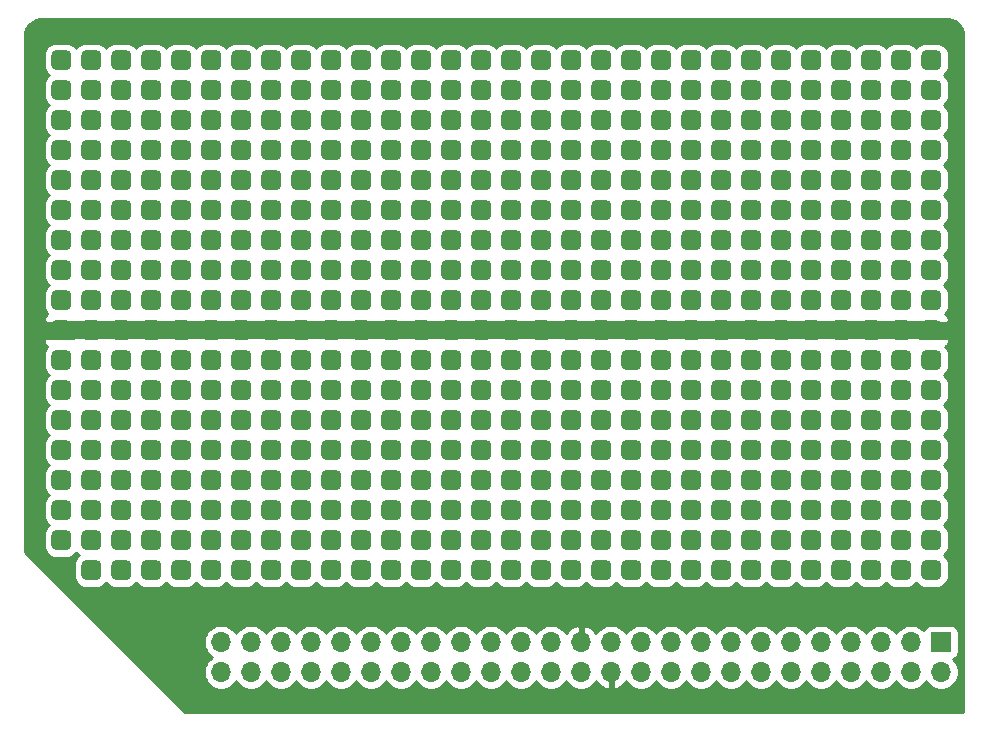
<source format=gbr>
%TF.GenerationSoftware,KiCad,Pcbnew,(5.1.6-0-10_14)*%
%TF.CreationDate,2021-01-15T21:24:44+01:00*%
%TF.ProjectId,planck_board,706c616e-636b-45f6-926f-6172642e6b69,rev?*%
%TF.SameCoordinates,Original*%
%TF.FileFunction,Copper,L1,Top*%
%TF.FilePolarity,Positive*%
%FSLAX46Y46*%
G04 Gerber Fmt 4.6, Leading zero omitted, Abs format (unit mm)*
G04 Created by KiCad (PCBNEW (5.1.6-0-10_14)) date 2021-01-15 21:24:44*
%MOMM*%
%LPD*%
G01*
G04 APERTURE LIST*
%TA.AperFunction,ComponentPad*%
%ADD10O,1.700000X1.700000*%
%TD*%
%TA.AperFunction,ComponentPad*%
%ADD11R,1.700000X1.700000*%
%TD*%
%TA.AperFunction,Conductor*%
%ADD12C,1.500000*%
%TD*%
%TA.AperFunction,Conductor*%
%ADD13C,0.254000*%
%TD*%
G04 APERTURE END LIST*
%TO.P,REF\u002A\u002A,*%
%TO.N,GND*%
%TA.AperFunction,ComponentPad*%
G36*
G01*
X76556500Y30055000D02*
X76556500Y30905000D01*
G75*
G02*
X76981500Y31330000I425000J0D01*
G01*
X77831500Y31330000D01*
G75*
G02*
X78256500Y30905000I0J-425000D01*
G01*
X78256500Y30055000D01*
G75*
G02*
X77831500Y29630000I-425000J0D01*
G01*
X76981500Y29630000D01*
G75*
G02*
X76556500Y30055000I0J425000D01*
G01*
G37*
%TD.AperFunction*%
%TD*%
%TO.P,REF\u002A\u002A,*%
%TO.N,GND*%
%TA.AperFunction,ComponentPad*%
G36*
G01*
X74016500Y30055000D02*
X74016500Y30905000D01*
G75*
G02*
X74441500Y31330000I425000J0D01*
G01*
X75291500Y31330000D01*
G75*
G02*
X75716500Y30905000I0J-425000D01*
G01*
X75716500Y30055000D01*
G75*
G02*
X75291500Y29630000I-425000J0D01*
G01*
X74441500Y29630000D01*
G75*
G02*
X74016500Y30055000I0J425000D01*
G01*
G37*
%TD.AperFunction*%
%TD*%
%TO.P,REF\u002A\u002A,*%
%TO.N,GND*%
%TA.AperFunction,ComponentPad*%
G36*
G01*
X71476500Y30055000D02*
X71476500Y30905000D01*
G75*
G02*
X71901500Y31330000I425000J0D01*
G01*
X72751500Y31330000D01*
G75*
G02*
X73176500Y30905000I0J-425000D01*
G01*
X73176500Y30055000D01*
G75*
G02*
X72751500Y29630000I-425000J0D01*
G01*
X71901500Y29630000D01*
G75*
G02*
X71476500Y30055000I0J425000D01*
G01*
G37*
%TD.AperFunction*%
%TD*%
%TO.P,REF\u002A\u002A,*%
%TO.N,GND*%
%TA.AperFunction,ComponentPad*%
G36*
G01*
X68936500Y30055000D02*
X68936500Y30905000D01*
G75*
G02*
X69361500Y31330000I425000J0D01*
G01*
X70211500Y31330000D01*
G75*
G02*
X70636500Y30905000I0J-425000D01*
G01*
X70636500Y30055000D01*
G75*
G02*
X70211500Y29630000I-425000J0D01*
G01*
X69361500Y29630000D01*
G75*
G02*
X68936500Y30055000I0J425000D01*
G01*
G37*
%TD.AperFunction*%
%TD*%
%TO.P,REF\u002A\u002A,*%
%TO.N,GND*%
%TA.AperFunction,ComponentPad*%
G36*
G01*
X66396500Y30055000D02*
X66396500Y30905000D01*
G75*
G02*
X66821500Y31330000I425000J0D01*
G01*
X67671500Y31330000D01*
G75*
G02*
X68096500Y30905000I0J-425000D01*
G01*
X68096500Y30055000D01*
G75*
G02*
X67671500Y29630000I-425000J0D01*
G01*
X66821500Y29630000D01*
G75*
G02*
X66396500Y30055000I0J425000D01*
G01*
G37*
%TD.AperFunction*%
%TD*%
%TO.P,REF\u002A\u002A,*%
%TO.N,GND*%
%TA.AperFunction,ComponentPad*%
G36*
G01*
X63856500Y30055000D02*
X63856500Y30905000D01*
G75*
G02*
X64281500Y31330000I425000J0D01*
G01*
X65131500Y31330000D01*
G75*
G02*
X65556500Y30905000I0J-425000D01*
G01*
X65556500Y30055000D01*
G75*
G02*
X65131500Y29630000I-425000J0D01*
G01*
X64281500Y29630000D01*
G75*
G02*
X63856500Y30055000I0J425000D01*
G01*
G37*
%TD.AperFunction*%
%TD*%
%TO.P,REF\u002A\u002A,*%
%TO.N,GND*%
%TA.AperFunction,ComponentPad*%
G36*
G01*
X61316500Y30055000D02*
X61316500Y30905000D01*
G75*
G02*
X61741500Y31330000I425000J0D01*
G01*
X62591500Y31330000D01*
G75*
G02*
X63016500Y30905000I0J-425000D01*
G01*
X63016500Y30055000D01*
G75*
G02*
X62591500Y29630000I-425000J0D01*
G01*
X61741500Y29630000D01*
G75*
G02*
X61316500Y30055000I0J425000D01*
G01*
G37*
%TD.AperFunction*%
%TD*%
%TO.P,REF\u002A\u002A,*%
%TO.N,GND*%
%TA.AperFunction,ComponentPad*%
G36*
G01*
X58776500Y30055000D02*
X58776500Y30905000D01*
G75*
G02*
X59201500Y31330000I425000J0D01*
G01*
X60051500Y31330000D01*
G75*
G02*
X60476500Y30905000I0J-425000D01*
G01*
X60476500Y30055000D01*
G75*
G02*
X60051500Y29630000I-425000J0D01*
G01*
X59201500Y29630000D01*
G75*
G02*
X58776500Y30055000I0J425000D01*
G01*
G37*
%TD.AperFunction*%
%TD*%
%TO.P,REF\u002A\u002A,*%
%TO.N,GND*%
%TA.AperFunction,ComponentPad*%
G36*
G01*
X56236500Y30055000D02*
X56236500Y30905000D01*
G75*
G02*
X56661500Y31330000I425000J0D01*
G01*
X57511500Y31330000D01*
G75*
G02*
X57936500Y30905000I0J-425000D01*
G01*
X57936500Y30055000D01*
G75*
G02*
X57511500Y29630000I-425000J0D01*
G01*
X56661500Y29630000D01*
G75*
G02*
X56236500Y30055000I0J425000D01*
G01*
G37*
%TD.AperFunction*%
%TD*%
%TO.P,REF\u002A\u002A,*%
%TO.N,GND*%
%TA.AperFunction,ComponentPad*%
G36*
G01*
X53696500Y30055000D02*
X53696500Y30905000D01*
G75*
G02*
X54121500Y31330000I425000J0D01*
G01*
X54971500Y31330000D01*
G75*
G02*
X55396500Y30905000I0J-425000D01*
G01*
X55396500Y30055000D01*
G75*
G02*
X54971500Y29630000I-425000J0D01*
G01*
X54121500Y29630000D01*
G75*
G02*
X53696500Y30055000I0J425000D01*
G01*
G37*
%TD.AperFunction*%
%TD*%
%TO.P,REF\u002A\u002A,*%
%TO.N,GND*%
%TA.AperFunction,ComponentPad*%
G36*
G01*
X51156500Y30055000D02*
X51156500Y30905000D01*
G75*
G02*
X51581500Y31330000I425000J0D01*
G01*
X52431500Y31330000D01*
G75*
G02*
X52856500Y30905000I0J-425000D01*
G01*
X52856500Y30055000D01*
G75*
G02*
X52431500Y29630000I-425000J0D01*
G01*
X51581500Y29630000D01*
G75*
G02*
X51156500Y30055000I0J425000D01*
G01*
G37*
%TD.AperFunction*%
%TD*%
%TO.P,REF\u002A\u002A,*%
%TO.N,GND*%
%TA.AperFunction,ComponentPad*%
G36*
G01*
X48616500Y30055000D02*
X48616500Y30905000D01*
G75*
G02*
X49041500Y31330000I425000J0D01*
G01*
X49891500Y31330000D01*
G75*
G02*
X50316500Y30905000I0J-425000D01*
G01*
X50316500Y30055000D01*
G75*
G02*
X49891500Y29630000I-425000J0D01*
G01*
X49041500Y29630000D01*
G75*
G02*
X48616500Y30055000I0J425000D01*
G01*
G37*
%TD.AperFunction*%
%TD*%
%TO.P,REF\u002A\u002A,*%
%TO.N,GND*%
%TA.AperFunction,ComponentPad*%
G36*
G01*
X46076500Y30055000D02*
X46076500Y30905000D01*
G75*
G02*
X46501500Y31330000I425000J0D01*
G01*
X47351500Y31330000D01*
G75*
G02*
X47776500Y30905000I0J-425000D01*
G01*
X47776500Y30055000D01*
G75*
G02*
X47351500Y29630000I-425000J0D01*
G01*
X46501500Y29630000D01*
G75*
G02*
X46076500Y30055000I0J425000D01*
G01*
G37*
%TD.AperFunction*%
%TD*%
%TO.P,REF\u002A\u002A,*%
%TO.N,GND*%
%TA.AperFunction,ComponentPad*%
G36*
G01*
X43536500Y30055000D02*
X43536500Y30905000D01*
G75*
G02*
X43961500Y31330000I425000J0D01*
G01*
X44811500Y31330000D01*
G75*
G02*
X45236500Y30905000I0J-425000D01*
G01*
X45236500Y30055000D01*
G75*
G02*
X44811500Y29630000I-425000J0D01*
G01*
X43961500Y29630000D01*
G75*
G02*
X43536500Y30055000I0J425000D01*
G01*
G37*
%TD.AperFunction*%
%TD*%
%TO.P,REF\u002A\u002A,*%
%TO.N,GND*%
%TA.AperFunction,ComponentPad*%
G36*
G01*
X40996500Y30055000D02*
X40996500Y30905000D01*
G75*
G02*
X41421500Y31330000I425000J0D01*
G01*
X42271500Y31330000D01*
G75*
G02*
X42696500Y30905000I0J-425000D01*
G01*
X42696500Y30055000D01*
G75*
G02*
X42271500Y29630000I-425000J0D01*
G01*
X41421500Y29630000D01*
G75*
G02*
X40996500Y30055000I0J425000D01*
G01*
G37*
%TD.AperFunction*%
%TD*%
%TO.P,REF\u002A\u002A,*%
%TO.N,GND*%
%TA.AperFunction,ComponentPad*%
G36*
G01*
X38456500Y30055000D02*
X38456500Y30905000D01*
G75*
G02*
X38881500Y31330000I425000J0D01*
G01*
X39731500Y31330000D01*
G75*
G02*
X40156500Y30905000I0J-425000D01*
G01*
X40156500Y30055000D01*
G75*
G02*
X39731500Y29630000I-425000J0D01*
G01*
X38881500Y29630000D01*
G75*
G02*
X38456500Y30055000I0J425000D01*
G01*
G37*
%TD.AperFunction*%
%TD*%
%TO.P,REF\u002A\u002A,*%
%TO.N,GND*%
%TA.AperFunction,ComponentPad*%
G36*
G01*
X35916500Y30055000D02*
X35916500Y30905000D01*
G75*
G02*
X36341500Y31330000I425000J0D01*
G01*
X37191500Y31330000D01*
G75*
G02*
X37616500Y30905000I0J-425000D01*
G01*
X37616500Y30055000D01*
G75*
G02*
X37191500Y29630000I-425000J0D01*
G01*
X36341500Y29630000D01*
G75*
G02*
X35916500Y30055000I0J425000D01*
G01*
G37*
%TD.AperFunction*%
%TD*%
%TO.P,REF\u002A\u002A,*%
%TO.N,GND*%
%TA.AperFunction,ComponentPad*%
G36*
G01*
X33376500Y30055000D02*
X33376500Y30905000D01*
G75*
G02*
X33801500Y31330000I425000J0D01*
G01*
X34651500Y31330000D01*
G75*
G02*
X35076500Y30905000I0J-425000D01*
G01*
X35076500Y30055000D01*
G75*
G02*
X34651500Y29630000I-425000J0D01*
G01*
X33801500Y29630000D01*
G75*
G02*
X33376500Y30055000I0J425000D01*
G01*
G37*
%TD.AperFunction*%
%TD*%
%TO.P,REF\u002A\u002A,*%
%TO.N,GND*%
%TA.AperFunction,ComponentPad*%
G36*
G01*
X30836500Y30055000D02*
X30836500Y30905000D01*
G75*
G02*
X31261500Y31330000I425000J0D01*
G01*
X32111500Y31330000D01*
G75*
G02*
X32536500Y30905000I0J-425000D01*
G01*
X32536500Y30055000D01*
G75*
G02*
X32111500Y29630000I-425000J0D01*
G01*
X31261500Y29630000D01*
G75*
G02*
X30836500Y30055000I0J425000D01*
G01*
G37*
%TD.AperFunction*%
%TD*%
%TO.P,REF\u002A\u002A,*%
%TO.N,GND*%
%TA.AperFunction,ComponentPad*%
G36*
G01*
X28296500Y30055000D02*
X28296500Y30905000D01*
G75*
G02*
X28721500Y31330000I425000J0D01*
G01*
X29571500Y31330000D01*
G75*
G02*
X29996500Y30905000I0J-425000D01*
G01*
X29996500Y30055000D01*
G75*
G02*
X29571500Y29630000I-425000J0D01*
G01*
X28721500Y29630000D01*
G75*
G02*
X28296500Y30055000I0J425000D01*
G01*
G37*
%TD.AperFunction*%
%TD*%
%TO.P,REF\u002A\u002A,*%
%TO.N,GND*%
%TA.AperFunction,ComponentPad*%
G36*
G01*
X25756500Y30055000D02*
X25756500Y30905000D01*
G75*
G02*
X26181500Y31330000I425000J0D01*
G01*
X27031500Y31330000D01*
G75*
G02*
X27456500Y30905000I0J-425000D01*
G01*
X27456500Y30055000D01*
G75*
G02*
X27031500Y29630000I-425000J0D01*
G01*
X26181500Y29630000D01*
G75*
G02*
X25756500Y30055000I0J425000D01*
G01*
G37*
%TD.AperFunction*%
%TD*%
%TO.P,REF\u002A\u002A,*%
%TO.N,GND*%
%TA.AperFunction,ComponentPad*%
G36*
G01*
X23216500Y30055000D02*
X23216500Y30905000D01*
G75*
G02*
X23641500Y31330000I425000J0D01*
G01*
X24491500Y31330000D01*
G75*
G02*
X24916500Y30905000I0J-425000D01*
G01*
X24916500Y30055000D01*
G75*
G02*
X24491500Y29630000I-425000J0D01*
G01*
X23641500Y29630000D01*
G75*
G02*
X23216500Y30055000I0J425000D01*
G01*
G37*
%TD.AperFunction*%
%TD*%
%TO.P,REF\u002A\u002A,*%
%TO.N,GND*%
%TA.AperFunction,ComponentPad*%
G36*
G01*
X20676500Y30055000D02*
X20676500Y30905000D01*
G75*
G02*
X21101500Y31330000I425000J0D01*
G01*
X21951500Y31330000D01*
G75*
G02*
X22376500Y30905000I0J-425000D01*
G01*
X22376500Y30055000D01*
G75*
G02*
X21951500Y29630000I-425000J0D01*
G01*
X21101500Y29630000D01*
G75*
G02*
X20676500Y30055000I0J425000D01*
G01*
G37*
%TD.AperFunction*%
%TD*%
%TO.P,REF\u002A\u002A,*%
%TO.N,GND*%
%TA.AperFunction,ComponentPad*%
G36*
G01*
X18136500Y30055000D02*
X18136500Y30905000D01*
G75*
G02*
X18561500Y31330000I425000J0D01*
G01*
X19411500Y31330000D01*
G75*
G02*
X19836500Y30905000I0J-425000D01*
G01*
X19836500Y30055000D01*
G75*
G02*
X19411500Y29630000I-425000J0D01*
G01*
X18561500Y29630000D01*
G75*
G02*
X18136500Y30055000I0J425000D01*
G01*
G37*
%TD.AperFunction*%
%TD*%
%TO.P,REF\u002A\u002A,*%
%TO.N,GND*%
%TA.AperFunction,ComponentPad*%
G36*
G01*
X15596500Y30055000D02*
X15596500Y30905000D01*
G75*
G02*
X16021500Y31330000I425000J0D01*
G01*
X16871500Y31330000D01*
G75*
G02*
X17296500Y30905000I0J-425000D01*
G01*
X17296500Y30055000D01*
G75*
G02*
X16871500Y29630000I-425000J0D01*
G01*
X16021500Y29630000D01*
G75*
G02*
X15596500Y30055000I0J425000D01*
G01*
G37*
%TD.AperFunction*%
%TD*%
%TO.P,REF\u002A\u002A,*%
%TO.N,GND*%
%TA.AperFunction,ComponentPad*%
G36*
G01*
X13056500Y30055000D02*
X13056500Y30905000D01*
G75*
G02*
X13481500Y31330000I425000J0D01*
G01*
X14331500Y31330000D01*
G75*
G02*
X14756500Y30905000I0J-425000D01*
G01*
X14756500Y30055000D01*
G75*
G02*
X14331500Y29630000I-425000J0D01*
G01*
X13481500Y29630000D01*
G75*
G02*
X13056500Y30055000I0J425000D01*
G01*
G37*
%TD.AperFunction*%
%TD*%
%TO.P,REF\u002A\u002A,*%
%TO.N,GND*%
%TA.AperFunction,ComponentPad*%
G36*
G01*
X10516500Y30055000D02*
X10516500Y30905000D01*
G75*
G02*
X10941500Y31330000I425000J0D01*
G01*
X11791500Y31330000D01*
G75*
G02*
X12216500Y30905000I0J-425000D01*
G01*
X12216500Y30055000D01*
G75*
G02*
X11791500Y29630000I-425000J0D01*
G01*
X10941500Y29630000D01*
G75*
G02*
X10516500Y30055000I0J425000D01*
G01*
G37*
%TD.AperFunction*%
%TD*%
%TO.P,REF\u002A\u002A,*%
%TO.N,GND*%
%TA.AperFunction,ComponentPad*%
G36*
G01*
X7976500Y30055000D02*
X7976500Y30905000D01*
G75*
G02*
X8401500Y31330000I425000J0D01*
G01*
X9251500Y31330000D01*
G75*
G02*
X9676500Y30905000I0J-425000D01*
G01*
X9676500Y30055000D01*
G75*
G02*
X9251500Y29630000I-425000J0D01*
G01*
X8401500Y29630000D01*
G75*
G02*
X7976500Y30055000I0J425000D01*
G01*
G37*
%TD.AperFunction*%
%TD*%
%TO.P,REF\u002A\u002A,*%
%TO.N,GND*%
%TA.AperFunction,ComponentPad*%
G36*
G01*
X5436500Y30055000D02*
X5436500Y30905000D01*
G75*
G02*
X5861500Y31330000I425000J0D01*
G01*
X6711500Y31330000D01*
G75*
G02*
X7136500Y30905000I0J-425000D01*
G01*
X7136500Y30055000D01*
G75*
G02*
X6711500Y29630000I-425000J0D01*
G01*
X5861500Y29630000D01*
G75*
G02*
X5436500Y30055000I0J425000D01*
G01*
G37*
%TD.AperFunction*%
%TD*%
%TO.P,REF\u002A\u002A,*%
%TO.N,+5V*%
%TA.AperFunction,ComponentPad*%
G36*
G01*
X76556500Y32595000D02*
X76556500Y33445000D01*
G75*
G02*
X76981500Y33870000I425000J0D01*
G01*
X77831500Y33870000D01*
G75*
G02*
X78256500Y33445000I0J-425000D01*
G01*
X78256500Y32595000D01*
G75*
G02*
X77831500Y32170000I-425000J0D01*
G01*
X76981500Y32170000D01*
G75*
G02*
X76556500Y32595000I0J425000D01*
G01*
G37*
%TD.AperFunction*%
%TD*%
%TO.P,REF\u002A\u002A,*%
%TO.N,+5V*%
%TA.AperFunction,ComponentPad*%
G36*
G01*
X74016500Y32595000D02*
X74016500Y33445000D01*
G75*
G02*
X74441500Y33870000I425000J0D01*
G01*
X75291500Y33870000D01*
G75*
G02*
X75716500Y33445000I0J-425000D01*
G01*
X75716500Y32595000D01*
G75*
G02*
X75291500Y32170000I-425000J0D01*
G01*
X74441500Y32170000D01*
G75*
G02*
X74016500Y32595000I0J425000D01*
G01*
G37*
%TD.AperFunction*%
%TD*%
%TO.P,REF\u002A\u002A,*%
%TO.N,+5V*%
%TA.AperFunction,ComponentPad*%
G36*
G01*
X71476500Y32595000D02*
X71476500Y33445000D01*
G75*
G02*
X71901500Y33870000I425000J0D01*
G01*
X72751500Y33870000D01*
G75*
G02*
X73176500Y33445000I0J-425000D01*
G01*
X73176500Y32595000D01*
G75*
G02*
X72751500Y32170000I-425000J0D01*
G01*
X71901500Y32170000D01*
G75*
G02*
X71476500Y32595000I0J425000D01*
G01*
G37*
%TD.AperFunction*%
%TD*%
%TO.P,REF\u002A\u002A,*%
%TO.N,+5V*%
%TA.AperFunction,ComponentPad*%
G36*
G01*
X68936500Y32595000D02*
X68936500Y33445000D01*
G75*
G02*
X69361500Y33870000I425000J0D01*
G01*
X70211500Y33870000D01*
G75*
G02*
X70636500Y33445000I0J-425000D01*
G01*
X70636500Y32595000D01*
G75*
G02*
X70211500Y32170000I-425000J0D01*
G01*
X69361500Y32170000D01*
G75*
G02*
X68936500Y32595000I0J425000D01*
G01*
G37*
%TD.AperFunction*%
%TD*%
%TO.P,REF\u002A\u002A,*%
%TO.N,+5V*%
%TA.AperFunction,ComponentPad*%
G36*
G01*
X66396500Y32595000D02*
X66396500Y33445000D01*
G75*
G02*
X66821500Y33870000I425000J0D01*
G01*
X67671500Y33870000D01*
G75*
G02*
X68096500Y33445000I0J-425000D01*
G01*
X68096500Y32595000D01*
G75*
G02*
X67671500Y32170000I-425000J0D01*
G01*
X66821500Y32170000D01*
G75*
G02*
X66396500Y32595000I0J425000D01*
G01*
G37*
%TD.AperFunction*%
%TD*%
%TO.P,REF\u002A\u002A,*%
%TO.N,+5V*%
%TA.AperFunction,ComponentPad*%
G36*
G01*
X63856500Y32595000D02*
X63856500Y33445000D01*
G75*
G02*
X64281500Y33870000I425000J0D01*
G01*
X65131500Y33870000D01*
G75*
G02*
X65556500Y33445000I0J-425000D01*
G01*
X65556500Y32595000D01*
G75*
G02*
X65131500Y32170000I-425000J0D01*
G01*
X64281500Y32170000D01*
G75*
G02*
X63856500Y32595000I0J425000D01*
G01*
G37*
%TD.AperFunction*%
%TD*%
%TO.P,REF\u002A\u002A,*%
%TO.N,+5V*%
%TA.AperFunction,ComponentPad*%
G36*
G01*
X61316500Y32595000D02*
X61316500Y33445000D01*
G75*
G02*
X61741500Y33870000I425000J0D01*
G01*
X62591500Y33870000D01*
G75*
G02*
X63016500Y33445000I0J-425000D01*
G01*
X63016500Y32595000D01*
G75*
G02*
X62591500Y32170000I-425000J0D01*
G01*
X61741500Y32170000D01*
G75*
G02*
X61316500Y32595000I0J425000D01*
G01*
G37*
%TD.AperFunction*%
%TD*%
%TO.P,REF\u002A\u002A,*%
%TO.N,+5V*%
%TA.AperFunction,ComponentPad*%
G36*
G01*
X58776500Y32595000D02*
X58776500Y33445000D01*
G75*
G02*
X59201500Y33870000I425000J0D01*
G01*
X60051500Y33870000D01*
G75*
G02*
X60476500Y33445000I0J-425000D01*
G01*
X60476500Y32595000D01*
G75*
G02*
X60051500Y32170000I-425000J0D01*
G01*
X59201500Y32170000D01*
G75*
G02*
X58776500Y32595000I0J425000D01*
G01*
G37*
%TD.AperFunction*%
%TD*%
%TO.P,REF\u002A\u002A,*%
%TO.N,+5V*%
%TA.AperFunction,ComponentPad*%
G36*
G01*
X56236500Y32595000D02*
X56236500Y33445000D01*
G75*
G02*
X56661500Y33870000I425000J0D01*
G01*
X57511500Y33870000D01*
G75*
G02*
X57936500Y33445000I0J-425000D01*
G01*
X57936500Y32595000D01*
G75*
G02*
X57511500Y32170000I-425000J0D01*
G01*
X56661500Y32170000D01*
G75*
G02*
X56236500Y32595000I0J425000D01*
G01*
G37*
%TD.AperFunction*%
%TD*%
%TO.P,REF\u002A\u002A,*%
%TO.N,+5V*%
%TA.AperFunction,ComponentPad*%
G36*
G01*
X53696500Y32595000D02*
X53696500Y33445000D01*
G75*
G02*
X54121500Y33870000I425000J0D01*
G01*
X54971500Y33870000D01*
G75*
G02*
X55396500Y33445000I0J-425000D01*
G01*
X55396500Y32595000D01*
G75*
G02*
X54971500Y32170000I-425000J0D01*
G01*
X54121500Y32170000D01*
G75*
G02*
X53696500Y32595000I0J425000D01*
G01*
G37*
%TD.AperFunction*%
%TD*%
%TO.P,REF\u002A\u002A,*%
%TO.N,+5V*%
%TA.AperFunction,ComponentPad*%
G36*
G01*
X51156500Y32595000D02*
X51156500Y33445000D01*
G75*
G02*
X51581500Y33870000I425000J0D01*
G01*
X52431500Y33870000D01*
G75*
G02*
X52856500Y33445000I0J-425000D01*
G01*
X52856500Y32595000D01*
G75*
G02*
X52431500Y32170000I-425000J0D01*
G01*
X51581500Y32170000D01*
G75*
G02*
X51156500Y32595000I0J425000D01*
G01*
G37*
%TD.AperFunction*%
%TD*%
%TO.P,REF\u002A\u002A,*%
%TO.N,+5V*%
%TA.AperFunction,ComponentPad*%
G36*
G01*
X48616500Y32595000D02*
X48616500Y33445000D01*
G75*
G02*
X49041500Y33870000I425000J0D01*
G01*
X49891500Y33870000D01*
G75*
G02*
X50316500Y33445000I0J-425000D01*
G01*
X50316500Y32595000D01*
G75*
G02*
X49891500Y32170000I-425000J0D01*
G01*
X49041500Y32170000D01*
G75*
G02*
X48616500Y32595000I0J425000D01*
G01*
G37*
%TD.AperFunction*%
%TD*%
%TO.P,REF\u002A\u002A,*%
%TO.N,+5V*%
%TA.AperFunction,ComponentPad*%
G36*
G01*
X46076500Y32595000D02*
X46076500Y33445000D01*
G75*
G02*
X46501500Y33870000I425000J0D01*
G01*
X47351500Y33870000D01*
G75*
G02*
X47776500Y33445000I0J-425000D01*
G01*
X47776500Y32595000D01*
G75*
G02*
X47351500Y32170000I-425000J0D01*
G01*
X46501500Y32170000D01*
G75*
G02*
X46076500Y32595000I0J425000D01*
G01*
G37*
%TD.AperFunction*%
%TD*%
%TO.P,REF\u002A\u002A,*%
%TO.N,+5V*%
%TA.AperFunction,ComponentPad*%
G36*
G01*
X43536500Y32595000D02*
X43536500Y33445000D01*
G75*
G02*
X43961500Y33870000I425000J0D01*
G01*
X44811500Y33870000D01*
G75*
G02*
X45236500Y33445000I0J-425000D01*
G01*
X45236500Y32595000D01*
G75*
G02*
X44811500Y32170000I-425000J0D01*
G01*
X43961500Y32170000D01*
G75*
G02*
X43536500Y32595000I0J425000D01*
G01*
G37*
%TD.AperFunction*%
%TD*%
%TO.P,REF\u002A\u002A,*%
%TO.N,+5V*%
%TA.AperFunction,ComponentPad*%
G36*
G01*
X40996500Y32595000D02*
X40996500Y33445000D01*
G75*
G02*
X41421500Y33870000I425000J0D01*
G01*
X42271500Y33870000D01*
G75*
G02*
X42696500Y33445000I0J-425000D01*
G01*
X42696500Y32595000D01*
G75*
G02*
X42271500Y32170000I-425000J0D01*
G01*
X41421500Y32170000D01*
G75*
G02*
X40996500Y32595000I0J425000D01*
G01*
G37*
%TD.AperFunction*%
%TD*%
%TO.P,REF\u002A\u002A,*%
%TO.N,+5V*%
%TA.AperFunction,ComponentPad*%
G36*
G01*
X38456500Y32595000D02*
X38456500Y33445000D01*
G75*
G02*
X38881500Y33870000I425000J0D01*
G01*
X39731500Y33870000D01*
G75*
G02*
X40156500Y33445000I0J-425000D01*
G01*
X40156500Y32595000D01*
G75*
G02*
X39731500Y32170000I-425000J0D01*
G01*
X38881500Y32170000D01*
G75*
G02*
X38456500Y32595000I0J425000D01*
G01*
G37*
%TD.AperFunction*%
%TD*%
%TO.P,REF\u002A\u002A,*%
%TO.N,+5V*%
%TA.AperFunction,ComponentPad*%
G36*
G01*
X35916500Y32595000D02*
X35916500Y33445000D01*
G75*
G02*
X36341500Y33870000I425000J0D01*
G01*
X37191500Y33870000D01*
G75*
G02*
X37616500Y33445000I0J-425000D01*
G01*
X37616500Y32595000D01*
G75*
G02*
X37191500Y32170000I-425000J0D01*
G01*
X36341500Y32170000D01*
G75*
G02*
X35916500Y32595000I0J425000D01*
G01*
G37*
%TD.AperFunction*%
%TD*%
%TO.P,REF\u002A\u002A,*%
%TO.N,+5V*%
%TA.AperFunction,ComponentPad*%
G36*
G01*
X33376500Y32595000D02*
X33376500Y33445000D01*
G75*
G02*
X33801500Y33870000I425000J0D01*
G01*
X34651500Y33870000D01*
G75*
G02*
X35076500Y33445000I0J-425000D01*
G01*
X35076500Y32595000D01*
G75*
G02*
X34651500Y32170000I-425000J0D01*
G01*
X33801500Y32170000D01*
G75*
G02*
X33376500Y32595000I0J425000D01*
G01*
G37*
%TD.AperFunction*%
%TD*%
%TO.P,REF\u002A\u002A,*%
%TO.N,+5V*%
%TA.AperFunction,ComponentPad*%
G36*
G01*
X30836500Y32595000D02*
X30836500Y33445000D01*
G75*
G02*
X31261500Y33870000I425000J0D01*
G01*
X32111500Y33870000D01*
G75*
G02*
X32536500Y33445000I0J-425000D01*
G01*
X32536500Y32595000D01*
G75*
G02*
X32111500Y32170000I-425000J0D01*
G01*
X31261500Y32170000D01*
G75*
G02*
X30836500Y32595000I0J425000D01*
G01*
G37*
%TD.AperFunction*%
%TD*%
%TO.P,REF\u002A\u002A,*%
%TO.N,+5V*%
%TA.AperFunction,ComponentPad*%
G36*
G01*
X28296500Y32595000D02*
X28296500Y33445000D01*
G75*
G02*
X28721500Y33870000I425000J0D01*
G01*
X29571500Y33870000D01*
G75*
G02*
X29996500Y33445000I0J-425000D01*
G01*
X29996500Y32595000D01*
G75*
G02*
X29571500Y32170000I-425000J0D01*
G01*
X28721500Y32170000D01*
G75*
G02*
X28296500Y32595000I0J425000D01*
G01*
G37*
%TD.AperFunction*%
%TD*%
%TO.P,REF\u002A\u002A,*%
%TO.N,+5V*%
%TA.AperFunction,ComponentPad*%
G36*
G01*
X25756500Y32595000D02*
X25756500Y33445000D01*
G75*
G02*
X26181500Y33870000I425000J0D01*
G01*
X27031500Y33870000D01*
G75*
G02*
X27456500Y33445000I0J-425000D01*
G01*
X27456500Y32595000D01*
G75*
G02*
X27031500Y32170000I-425000J0D01*
G01*
X26181500Y32170000D01*
G75*
G02*
X25756500Y32595000I0J425000D01*
G01*
G37*
%TD.AperFunction*%
%TD*%
%TO.P,REF\u002A\u002A,*%
%TO.N,+5V*%
%TA.AperFunction,ComponentPad*%
G36*
G01*
X23216500Y32595000D02*
X23216500Y33445000D01*
G75*
G02*
X23641500Y33870000I425000J0D01*
G01*
X24491500Y33870000D01*
G75*
G02*
X24916500Y33445000I0J-425000D01*
G01*
X24916500Y32595000D01*
G75*
G02*
X24491500Y32170000I-425000J0D01*
G01*
X23641500Y32170000D01*
G75*
G02*
X23216500Y32595000I0J425000D01*
G01*
G37*
%TD.AperFunction*%
%TD*%
%TO.P,REF\u002A\u002A,*%
%TO.N,+5V*%
%TA.AperFunction,ComponentPad*%
G36*
G01*
X20676500Y32595000D02*
X20676500Y33445000D01*
G75*
G02*
X21101500Y33870000I425000J0D01*
G01*
X21951500Y33870000D01*
G75*
G02*
X22376500Y33445000I0J-425000D01*
G01*
X22376500Y32595000D01*
G75*
G02*
X21951500Y32170000I-425000J0D01*
G01*
X21101500Y32170000D01*
G75*
G02*
X20676500Y32595000I0J425000D01*
G01*
G37*
%TD.AperFunction*%
%TD*%
%TO.P,REF\u002A\u002A,*%
%TO.N,+5V*%
%TA.AperFunction,ComponentPad*%
G36*
G01*
X18136500Y32595000D02*
X18136500Y33445000D01*
G75*
G02*
X18561500Y33870000I425000J0D01*
G01*
X19411500Y33870000D01*
G75*
G02*
X19836500Y33445000I0J-425000D01*
G01*
X19836500Y32595000D01*
G75*
G02*
X19411500Y32170000I-425000J0D01*
G01*
X18561500Y32170000D01*
G75*
G02*
X18136500Y32595000I0J425000D01*
G01*
G37*
%TD.AperFunction*%
%TD*%
%TO.P,REF\u002A\u002A,*%
%TO.N,+5V*%
%TA.AperFunction,ComponentPad*%
G36*
G01*
X15596500Y32595000D02*
X15596500Y33445000D01*
G75*
G02*
X16021500Y33870000I425000J0D01*
G01*
X16871500Y33870000D01*
G75*
G02*
X17296500Y33445000I0J-425000D01*
G01*
X17296500Y32595000D01*
G75*
G02*
X16871500Y32170000I-425000J0D01*
G01*
X16021500Y32170000D01*
G75*
G02*
X15596500Y32595000I0J425000D01*
G01*
G37*
%TD.AperFunction*%
%TD*%
%TO.P,REF\u002A\u002A,*%
%TO.N,+5V*%
%TA.AperFunction,ComponentPad*%
G36*
G01*
X13056500Y32595000D02*
X13056500Y33445000D01*
G75*
G02*
X13481500Y33870000I425000J0D01*
G01*
X14331500Y33870000D01*
G75*
G02*
X14756500Y33445000I0J-425000D01*
G01*
X14756500Y32595000D01*
G75*
G02*
X14331500Y32170000I-425000J0D01*
G01*
X13481500Y32170000D01*
G75*
G02*
X13056500Y32595000I0J425000D01*
G01*
G37*
%TD.AperFunction*%
%TD*%
%TO.P,REF\u002A\u002A,*%
%TO.N,+5V*%
%TA.AperFunction,ComponentPad*%
G36*
G01*
X10516500Y32595000D02*
X10516500Y33445000D01*
G75*
G02*
X10941500Y33870000I425000J0D01*
G01*
X11791500Y33870000D01*
G75*
G02*
X12216500Y33445000I0J-425000D01*
G01*
X12216500Y32595000D01*
G75*
G02*
X11791500Y32170000I-425000J0D01*
G01*
X10941500Y32170000D01*
G75*
G02*
X10516500Y32595000I0J425000D01*
G01*
G37*
%TD.AperFunction*%
%TD*%
%TO.P,REF\u002A\u002A,*%
%TO.N,+5V*%
%TA.AperFunction,ComponentPad*%
G36*
G01*
X7976500Y32595000D02*
X7976500Y33445000D01*
G75*
G02*
X8401500Y33870000I425000J0D01*
G01*
X9251500Y33870000D01*
G75*
G02*
X9676500Y33445000I0J-425000D01*
G01*
X9676500Y32595000D01*
G75*
G02*
X9251500Y32170000I-425000J0D01*
G01*
X8401500Y32170000D01*
G75*
G02*
X7976500Y32595000I0J425000D01*
G01*
G37*
%TD.AperFunction*%
%TD*%
%TO.P,REF\u002A\u002A,*%
%TO.N,+5V*%
%TA.AperFunction,ComponentPad*%
G36*
G01*
X5436500Y32595000D02*
X5436500Y33445000D01*
G75*
G02*
X5861500Y33870000I425000J0D01*
G01*
X6711500Y33870000D01*
G75*
G02*
X7136500Y33445000I0J-425000D01*
G01*
X7136500Y32595000D01*
G75*
G02*
X6711500Y32170000I-425000J0D01*
G01*
X5861500Y32170000D01*
G75*
G02*
X5436500Y32595000I0J425000D01*
G01*
G37*
%TD.AperFunction*%
%TD*%
%TO.P,REF\u002A\u002A,*%
%TO.N,*%
%TA.AperFunction,ComponentPad*%
G36*
G01*
X76556500Y12275000D02*
X76556500Y13125000D01*
G75*
G02*
X76981500Y13550000I425000J0D01*
G01*
X77831500Y13550000D01*
G75*
G02*
X78256500Y13125000I0J-425000D01*
G01*
X78256500Y12275000D01*
G75*
G02*
X77831500Y11850000I-425000J0D01*
G01*
X76981500Y11850000D01*
G75*
G02*
X76556500Y12275000I0J425000D01*
G01*
G37*
%TD.AperFunction*%
%TD*%
%TO.P,REF\u002A\u002A,*%
%TO.N,*%
%TA.AperFunction,ComponentPad*%
G36*
G01*
X74016500Y12275000D02*
X74016500Y13125000D01*
G75*
G02*
X74441500Y13550000I425000J0D01*
G01*
X75291500Y13550000D01*
G75*
G02*
X75716500Y13125000I0J-425000D01*
G01*
X75716500Y12275000D01*
G75*
G02*
X75291500Y11850000I-425000J0D01*
G01*
X74441500Y11850000D01*
G75*
G02*
X74016500Y12275000I0J425000D01*
G01*
G37*
%TD.AperFunction*%
%TD*%
%TO.P,REF\u002A\u002A,*%
%TO.N,*%
%TA.AperFunction,ComponentPad*%
G36*
G01*
X71476500Y12275000D02*
X71476500Y13125000D01*
G75*
G02*
X71901500Y13550000I425000J0D01*
G01*
X72751500Y13550000D01*
G75*
G02*
X73176500Y13125000I0J-425000D01*
G01*
X73176500Y12275000D01*
G75*
G02*
X72751500Y11850000I-425000J0D01*
G01*
X71901500Y11850000D01*
G75*
G02*
X71476500Y12275000I0J425000D01*
G01*
G37*
%TD.AperFunction*%
%TD*%
%TO.P,REF\u002A\u002A,*%
%TO.N,*%
%TA.AperFunction,ComponentPad*%
G36*
G01*
X68936500Y12275000D02*
X68936500Y13125000D01*
G75*
G02*
X69361500Y13550000I425000J0D01*
G01*
X70211500Y13550000D01*
G75*
G02*
X70636500Y13125000I0J-425000D01*
G01*
X70636500Y12275000D01*
G75*
G02*
X70211500Y11850000I-425000J0D01*
G01*
X69361500Y11850000D01*
G75*
G02*
X68936500Y12275000I0J425000D01*
G01*
G37*
%TD.AperFunction*%
%TD*%
%TO.P,REF\u002A\u002A,*%
%TO.N,*%
%TA.AperFunction,ComponentPad*%
G36*
G01*
X66396500Y12275000D02*
X66396500Y13125000D01*
G75*
G02*
X66821500Y13550000I425000J0D01*
G01*
X67671500Y13550000D01*
G75*
G02*
X68096500Y13125000I0J-425000D01*
G01*
X68096500Y12275000D01*
G75*
G02*
X67671500Y11850000I-425000J0D01*
G01*
X66821500Y11850000D01*
G75*
G02*
X66396500Y12275000I0J425000D01*
G01*
G37*
%TD.AperFunction*%
%TD*%
%TO.P,REF\u002A\u002A,*%
%TO.N,*%
%TA.AperFunction,ComponentPad*%
G36*
G01*
X63856500Y12275000D02*
X63856500Y13125000D01*
G75*
G02*
X64281500Y13550000I425000J0D01*
G01*
X65131500Y13550000D01*
G75*
G02*
X65556500Y13125000I0J-425000D01*
G01*
X65556500Y12275000D01*
G75*
G02*
X65131500Y11850000I-425000J0D01*
G01*
X64281500Y11850000D01*
G75*
G02*
X63856500Y12275000I0J425000D01*
G01*
G37*
%TD.AperFunction*%
%TD*%
%TO.P,REF\u002A\u002A,*%
%TO.N,*%
%TA.AperFunction,ComponentPad*%
G36*
G01*
X61316500Y12275000D02*
X61316500Y13125000D01*
G75*
G02*
X61741500Y13550000I425000J0D01*
G01*
X62591500Y13550000D01*
G75*
G02*
X63016500Y13125000I0J-425000D01*
G01*
X63016500Y12275000D01*
G75*
G02*
X62591500Y11850000I-425000J0D01*
G01*
X61741500Y11850000D01*
G75*
G02*
X61316500Y12275000I0J425000D01*
G01*
G37*
%TD.AperFunction*%
%TD*%
%TO.P,REF\u002A\u002A,*%
%TO.N,*%
%TA.AperFunction,ComponentPad*%
G36*
G01*
X58776500Y12275000D02*
X58776500Y13125000D01*
G75*
G02*
X59201500Y13550000I425000J0D01*
G01*
X60051500Y13550000D01*
G75*
G02*
X60476500Y13125000I0J-425000D01*
G01*
X60476500Y12275000D01*
G75*
G02*
X60051500Y11850000I-425000J0D01*
G01*
X59201500Y11850000D01*
G75*
G02*
X58776500Y12275000I0J425000D01*
G01*
G37*
%TD.AperFunction*%
%TD*%
%TO.P,REF\u002A\u002A,*%
%TO.N,*%
%TA.AperFunction,ComponentPad*%
G36*
G01*
X56236500Y12275000D02*
X56236500Y13125000D01*
G75*
G02*
X56661500Y13550000I425000J0D01*
G01*
X57511500Y13550000D01*
G75*
G02*
X57936500Y13125000I0J-425000D01*
G01*
X57936500Y12275000D01*
G75*
G02*
X57511500Y11850000I-425000J0D01*
G01*
X56661500Y11850000D01*
G75*
G02*
X56236500Y12275000I0J425000D01*
G01*
G37*
%TD.AperFunction*%
%TD*%
%TO.P,REF\u002A\u002A,*%
%TO.N,*%
%TA.AperFunction,ComponentPad*%
G36*
G01*
X53696500Y12275000D02*
X53696500Y13125000D01*
G75*
G02*
X54121500Y13550000I425000J0D01*
G01*
X54971500Y13550000D01*
G75*
G02*
X55396500Y13125000I0J-425000D01*
G01*
X55396500Y12275000D01*
G75*
G02*
X54971500Y11850000I-425000J0D01*
G01*
X54121500Y11850000D01*
G75*
G02*
X53696500Y12275000I0J425000D01*
G01*
G37*
%TD.AperFunction*%
%TD*%
%TO.P,REF\u002A\u002A,*%
%TO.N,*%
%TA.AperFunction,ComponentPad*%
G36*
G01*
X51156500Y12275000D02*
X51156500Y13125000D01*
G75*
G02*
X51581500Y13550000I425000J0D01*
G01*
X52431500Y13550000D01*
G75*
G02*
X52856500Y13125000I0J-425000D01*
G01*
X52856500Y12275000D01*
G75*
G02*
X52431500Y11850000I-425000J0D01*
G01*
X51581500Y11850000D01*
G75*
G02*
X51156500Y12275000I0J425000D01*
G01*
G37*
%TD.AperFunction*%
%TD*%
%TO.P,REF\u002A\u002A,*%
%TO.N,*%
%TA.AperFunction,ComponentPad*%
G36*
G01*
X48616500Y12275000D02*
X48616500Y13125000D01*
G75*
G02*
X49041500Y13550000I425000J0D01*
G01*
X49891500Y13550000D01*
G75*
G02*
X50316500Y13125000I0J-425000D01*
G01*
X50316500Y12275000D01*
G75*
G02*
X49891500Y11850000I-425000J0D01*
G01*
X49041500Y11850000D01*
G75*
G02*
X48616500Y12275000I0J425000D01*
G01*
G37*
%TD.AperFunction*%
%TD*%
%TO.P,REF\u002A\u002A,*%
%TO.N,*%
%TA.AperFunction,ComponentPad*%
G36*
G01*
X46076500Y12275000D02*
X46076500Y13125000D01*
G75*
G02*
X46501500Y13550000I425000J0D01*
G01*
X47351500Y13550000D01*
G75*
G02*
X47776500Y13125000I0J-425000D01*
G01*
X47776500Y12275000D01*
G75*
G02*
X47351500Y11850000I-425000J0D01*
G01*
X46501500Y11850000D01*
G75*
G02*
X46076500Y12275000I0J425000D01*
G01*
G37*
%TD.AperFunction*%
%TD*%
%TO.P,REF\u002A\u002A,*%
%TO.N,*%
%TA.AperFunction,ComponentPad*%
G36*
G01*
X43536500Y12275000D02*
X43536500Y13125000D01*
G75*
G02*
X43961500Y13550000I425000J0D01*
G01*
X44811500Y13550000D01*
G75*
G02*
X45236500Y13125000I0J-425000D01*
G01*
X45236500Y12275000D01*
G75*
G02*
X44811500Y11850000I-425000J0D01*
G01*
X43961500Y11850000D01*
G75*
G02*
X43536500Y12275000I0J425000D01*
G01*
G37*
%TD.AperFunction*%
%TD*%
%TO.P,REF\u002A\u002A,*%
%TO.N,*%
%TA.AperFunction,ComponentPad*%
G36*
G01*
X40996500Y12275000D02*
X40996500Y13125000D01*
G75*
G02*
X41421500Y13550000I425000J0D01*
G01*
X42271500Y13550000D01*
G75*
G02*
X42696500Y13125000I0J-425000D01*
G01*
X42696500Y12275000D01*
G75*
G02*
X42271500Y11850000I-425000J0D01*
G01*
X41421500Y11850000D01*
G75*
G02*
X40996500Y12275000I0J425000D01*
G01*
G37*
%TD.AperFunction*%
%TD*%
%TO.P,REF\u002A\u002A,*%
%TO.N,*%
%TA.AperFunction,ComponentPad*%
G36*
G01*
X38456500Y12275000D02*
X38456500Y13125000D01*
G75*
G02*
X38881500Y13550000I425000J0D01*
G01*
X39731500Y13550000D01*
G75*
G02*
X40156500Y13125000I0J-425000D01*
G01*
X40156500Y12275000D01*
G75*
G02*
X39731500Y11850000I-425000J0D01*
G01*
X38881500Y11850000D01*
G75*
G02*
X38456500Y12275000I0J425000D01*
G01*
G37*
%TD.AperFunction*%
%TD*%
%TO.P,REF\u002A\u002A,*%
%TO.N,*%
%TA.AperFunction,ComponentPad*%
G36*
G01*
X35916500Y12275000D02*
X35916500Y13125000D01*
G75*
G02*
X36341500Y13550000I425000J0D01*
G01*
X37191500Y13550000D01*
G75*
G02*
X37616500Y13125000I0J-425000D01*
G01*
X37616500Y12275000D01*
G75*
G02*
X37191500Y11850000I-425000J0D01*
G01*
X36341500Y11850000D01*
G75*
G02*
X35916500Y12275000I0J425000D01*
G01*
G37*
%TD.AperFunction*%
%TD*%
%TO.P,REF\u002A\u002A,*%
%TO.N,*%
%TA.AperFunction,ComponentPad*%
G36*
G01*
X33376500Y12275000D02*
X33376500Y13125000D01*
G75*
G02*
X33801500Y13550000I425000J0D01*
G01*
X34651500Y13550000D01*
G75*
G02*
X35076500Y13125000I0J-425000D01*
G01*
X35076500Y12275000D01*
G75*
G02*
X34651500Y11850000I-425000J0D01*
G01*
X33801500Y11850000D01*
G75*
G02*
X33376500Y12275000I0J425000D01*
G01*
G37*
%TD.AperFunction*%
%TD*%
%TO.P,REF\u002A\u002A,*%
%TO.N,*%
%TA.AperFunction,ComponentPad*%
G36*
G01*
X30836500Y12275000D02*
X30836500Y13125000D01*
G75*
G02*
X31261500Y13550000I425000J0D01*
G01*
X32111500Y13550000D01*
G75*
G02*
X32536500Y13125000I0J-425000D01*
G01*
X32536500Y12275000D01*
G75*
G02*
X32111500Y11850000I-425000J0D01*
G01*
X31261500Y11850000D01*
G75*
G02*
X30836500Y12275000I0J425000D01*
G01*
G37*
%TD.AperFunction*%
%TD*%
%TO.P,REF\u002A\u002A,*%
%TO.N,*%
%TA.AperFunction,ComponentPad*%
G36*
G01*
X28296500Y12275000D02*
X28296500Y13125000D01*
G75*
G02*
X28721500Y13550000I425000J0D01*
G01*
X29571500Y13550000D01*
G75*
G02*
X29996500Y13125000I0J-425000D01*
G01*
X29996500Y12275000D01*
G75*
G02*
X29571500Y11850000I-425000J0D01*
G01*
X28721500Y11850000D01*
G75*
G02*
X28296500Y12275000I0J425000D01*
G01*
G37*
%TD.AperFunction*%
%TD*%
%TO.P,REF\u002A\u002A,*%
%TO.N,*%
%TA.AperFunction,ComponentPad*%
G36*
G01*
X25756500Y12275000D02*
X25756500Y13125000D01*
G75*
G02*
X26181500Y13550000I425000J0D01*
G01*
X27031500Y13550000D01*
G75*
G02*
X27456500Y13125000I0J-425000D01*
G01*
X27456500Y12275000D01*
G75*
G02*
X27031500Y11850000I-425000J0D01*
G01*
X26181500Y11850000D01*
G75*
G02*
X25756500Y12275000I0J425000D01*
G01*
G37*
%TD.AperFunction*%
%TD*%
%TO.P,REF\u002A\u002A,*%
%TO.N,*%
%TA.AperFunction,ComponentPad*%
G36*
G01*
X23216500Y12275000D02*
X23216500Y13125000D01*
G75*
G02*
X23641500Y13550000I425000J0D01*
G01*
X24491500Y13550000D01*
G75*
G02*
X24916500Y13125000I0J-425000D01*
G01*
X24916500Y12275000D01*
G75*
G02*
X24491500Y11850000I-425000J0D01*
G01*
X23641500Y11850000D01*
G75*
G02*
X23216500Y12275000I0J425000D01*
G01*
G37*
%TD.AperFunction*%
%TD*%
%TO.P,REF\u002A\u002A,*%
%TO.N,*%
%TA.AperFunction,ComponentPad*%
G36*
G01*
X20676500Y12275000D02*
X20676500Y13125000D01*
G75*
G02*
X21101500Y13550000I425000J0D01*
G01*
X21951500Y13550000D01*
G75*
G02*
X22376500Y13125000I0J-425000D01*
G01*
X22376500Y12275000D01*
G75*
G02*
X21951500Y11850000I-425000J0D01*
G01*
X21101500Y11850000D01*
G75*
G02*
X20676500Y12275000I0J425000D01*
G01*
G37*
%TD.AperFunction*%
%TD*%
%TO.P,REF\u002A\u002A,*%
%TO.N,*%
%TA.AperFunction,ComponentPad*%
G36*
G01*
X18136500Y12275000D02*
X18136500Y13125000D01*
G75*
G02*
X18561500Y13550000I425000J0D01*
G01*
X19411500Y13550000D01*
G75*
G02*
X19836500Y13125000I0J-425000D01*
G01*
X19836500Y12275000D01*
G75*
G02*
X19411500Y11850000I-425000J0D01*
G01*
X18561500Y11850000D01*
G75*
G02*
X18136500Y12275000I0J425000D01*
G01*
G37*
%TD.AperFunction*%
%TD*%
%TO.P,REF\u002A\u002A,*%
%TO.N,*%
%TA.AperFunction,ComponentPad*%
G36*
G01*
X15596500Y12275000D02*
X15596500Y13125000D01*
G75*
G02*
X16021500Y13550000I425000J0D01*
G01*
X16871500Y13550000D01*
G75*
G02*
X17296500Y13125000I0J-425000D01*
G01*
X17296500Y12275000D01*
G75*
G02*
X16871500Y11850000I-425000J0D01*
G01*
X16021500Y11850000D01*
G75*
G02*
X15596500Y12275000I0J425000D01*
G01*
G37*
%TD.AperFunction*%
%TD*%
%TO.P,REF\u002A\u002A,*%
%TO.N,*%
%TA.AperFunction,ComponentPad*%
G36*
G01*
X13056500Y12275000D02*
X13056500Y13125000D01*
G75*
G02*
X13481500Y13550000I425000J0D01*
G01*
X14331500Y13550000D01*
G75*
G02*
X14756500Y13125000I0J-425000D01*
G01*
X14756500Y12275000D01*
G75*
G02*
X14331500Y11850000I-425000J0D01*
G01*
X13481500Y11850000D01*
G75*
G02*
X13056500Y12275000I0J425000D01*
G01*
G37*
%TD.AperFunction*%
%TD*%
%TO.P,REF\u002A\u002A,*%
%TO.N,*%
%TA.AperFunction,ComponentPad*%
G36*
G01*
X10516500Y12275000D02*
X10516500Y13125000D01*
G75*
G02*
X10941500Y13550000I425000J0D01*
G01*
X11791500Y13550000D01*
G75*
G02*
X12216500Y13125000I0J-425000D01*
G01*
X12216500Y12275000D01*
G75*
G02*
X11791500Y11850000I-425000J0D01*
G01*
X10941500Y11850000D01*
G75*
G02*
X10516500Y12275000I0J425000D01*
G01*
G37*
%TD.AperFunction*%
%TD*%
%TO.P,REF\u002A\u002A,*%
%TO.N,*%
%TA.AperFunction,ComponentPad*%
G36*
G01*
X7976500Y12275000D02*
X7976500Y13125000D01*
G75*
G02*
X8401500Y13550000I425000J0D01*
G01*
X9251500Y13550000D01*
G75*
G02*
X9676500Y13125000I0J-425000D01*
G01*
X9676500Y12275000D01*
G75*
G02*
X9251500Y11850000I-425000J0D01*
G01*
X8401500Y11850000D01*
G75*
G02*
X7976500Y12275000I0J425000D01*
G01*
G37*
%TD.AperFunction*%
%TD*%
%TO.P,REF\u002A\u002A,*%
%TO.N,*%
%TA.AperFunction,ComponentPad*%
G36*
G01*
X5436500Y12275000D02*
X5436500Y13125000D01*
G75*
G02*
X5861500Y13550000I425000J0D01*
G01*
X6711500Y13550000D01*
G75*
G02*
X7136500Y13125000I0J-425000D01*
G01*
X7136500Y12275000D01*
G75*
G02*
X6711500Y11850000I-425000J0D01*
G01*
X5861500Y11850000D01*
G75*
G02*
X5436500Y12275000I0J425000D01*
G01*
G37*
%TD.AperFunction*%
%TD*%
%TO.P,REF\u002A\u002A,*%
%TO.N,*%
%TA.AperFunction,ComponentPad*%
G36*
G01*
X76556500Y14815000D02*
X76556500Y15665000D01*
G75*
G02*
X76981500Y16090000I425000J0D01*
G01*
X77831500Y16090000D01*
G75*
G02*
X78256500Y15665000I0J-425000D01*
G01*
X78256500Y14815000D01*
G75*
G02*
X77831500Y14390000I-425000J0D01*
G01*
X76981500Y14390000D01*
G75*
G02*
X76556500Y14815000I0J425000D01*
G01*
G37*
%TD.AperFunction*%
%TD*%
%TO.P,REF\u002A\u002A,*%
%TO.N,*%
%TA.AperFunction,ComponentPad*%
G36*
G01*
X74016500Y14815000D02*
X74016500Y15665000D01*
G75*
G02*
X74441500Y16090000I425000J0D01*
G01*
X75291500Y16090000D01*
G75*
G02*
X75716500Y15665000I0J-425000D01*
G01*
X75716500Y14815000D01*
G75*
G02*
X75291500Y14390000I-425000J0D01*
G01*
X74441500Y14390000D01*
G75*
G02*
X74016500Y14815000I0J425000D01*
G01*
G37*
%TD.AperFunction*%
%TD*%
%TO.P,REF\u002A\u002A,*%
%TO.N,*%
%TA.AperFunction,ComponentPad*%
G36*
G01*
X71476500Y14815000D02*
X71476500Y15665000D01*
G75*
G02*
X71901500Y16090000I425000J0D01*
G01*
X72751500Y16090000D01*
G75*
G02*
X73176500Y15665000I0J-425000D01*
G01*
X73176500Y14815000D01*
G75*
G02*
X72751500Y14390000I-425000J0D01*
G01*
X71901500Y14390000D01*
G75*
G02*
X71476500Y14815000I0J425000D01*
G01*
G37*
%TD.AperFunction*%
%TD*%
%TO.P,REF\u002A\u002A,*%
%TO.N,*%
%TA.AperFunction,ComponentPad*%
G36*
G01*
X68936500Y14815000D02*
X68936500Y15665000D01*
G75*
G02*
X69361500Y16090000I425000J0D01*
G01*
X70211500Y16090000D01*
G75*
G02*
X70636500Y15665000I0J-425000D01*
G01*
X70636500Y14815000D01*
G75*
G02*
X70211500Y14390000I-425000J0D01*
G01*
X69361500Y14390000D01*
G75*
G02*
X68936500Y14815000I0J425000D01*
G01*
G37*
%TD.AperFunction*%
%TD*%
%TO.P,REF\u002A\u002A,*%
%TO.N,*%
%TA.AperFunction,ComponentPad*%
G36*
G01*
X66396500Y14815000D02*
X66396500Y15665000D01*
G75*
G02*
X66821500Y16090000I425000J0D01*
G01*
X67671500Y16090000D01*
G75*
G02*
X68096500Y15665000I0J-425000D01*
G01*
X68096500Y14815000D01*
G75*
G02*
X67671500Y14390000I-425000J0D01*
G01*
X66821500Y14390000D01*
G75*
G02*
X66396500Y14815000I0J425000D01*
G01*
G37*
%TD.AperFunction*%
%TD*%
%TO.P,REF\u002A\u002A,*%
%TO.N,*%
%TA.AperFunction,ComponentPad*%
G36*
G01*
X63856500Y14815000D02*
X63856500Y15665000D01*
G75*
G02*
X64281500Y16090000I425000J0D01*
G01*
X65131500Y16090000D01*
G75*
G02*
X65556500Y15665000I0J-425000D01*
G01*
X65556500Y14815000D01*
G75*
G02*
X65131500Y14390000I-425000J0D01*
G01*
X64281500Y14390000D01*
G75*
G02*
X63856500Y14815000I0J425000D01*
G01*
G37*
%TD.AperFunction*%
%TD*%
%TO.P,REF\u002A\u002A,*%
%TO.N,*%
%TA.AperFunction,ComponentPad*%
G36*
G01*
X61316500Y14815000D02*
X61316500Y15665000D01*
G75*
G02*
X61741500Y16090000I425000J0D01*
G01*
X62591500Y16090000D01*
G75*
G02*
X63016500Y15665000I0J-425000D01*
G01*
X63016500Y14815000D01*
G75*
G02*
X62591500Y14390000I-425000J0D01*
G01*
X61741500Y14390000D01*
G75*
G02*
X61316500Y14815000I0J425000D01*
G01*
G37*
%TD.AperFunction*%
%TD*%
%TO.P,REF\u002A\u002A,*%
%TO.N,*%
%TA.AperFunction,ComponentPad*%
G36*
G01*
X58776500Y14815000D02*
X58776500Y15665000D01*
G75*
G02*
X59201500Y16090000I425000J0D01*
G01*
X60051500Y16090000D01*
G75*
G02*
X60476500Y15665000I0J-425000D01*
G01*
X60476500Y14815000D01*
G75*
G02*
X60051500Y14390000I-425000J0D01*
G01*
X59201500Y14390000D01*
G75*
G02*
X58776500Y14815000I0J425000D01*
G01*
G37*
%TD.AperFunction*%
%TD*%
%TO.P,REF\u002A\u002A,*%
%TO.N,*%
%TA.AperFunction,ComponentPad*%
G36*
G01*
X56236500Y14815000D02*
X56236500Y15665000D01*
G75*
G02*
X56661500Y16090000I425000J0D01*
G01*
X57511500Y16090000D01*
G75*
G02*
X57936500Y15665000I0J-425000D01*
G01*
X57936500Y14815000D01*
G75*
G02*
X57511500Y14390000I-425000J0D01*
G01*
X56661500Y14390000D01*
G75*
G02*
X56236500Y14815000I0J425000D01*
G01*
G37*
%TD.AperFunction*%
%TD*%
%TO.P,REF\u002A\u002A,*%
%TO.N,*%
%TA.AperFunction,ComponentPad*%
G36*
G01*
X53696500Y14815000D02*
X53696500Y15665000D01*
G75*
G02*
X54121500Y16090000I425000J0D01*
G01*
X54971500Y16090000D01*
G75*
G02*
X55396500Y15665000I0J-425000D01*
G01*
X55396500Y14815000D01*
G75*
G02*
X54971500Y14390000I-425000J0D01*
G01*
X54121500Y14390000D01*
G75*
G02*
X53696500Y14815000I0J425000D01*
G01*
G37*
%TD.AperFunction*%
%TD*%
%TO.P,REF\u002A\u002A,*%
%TO.N,*%
%TA.AperFunction,ComponentPad*%
G36*
G01*
X51156500Y14815000D02*
X51156500Y15665000D01*
G75*
G02*
X51581500Y16090000I425000J0D01*
G01*
X52431500Y16090000D01*
G75*
G02*
X52856500Y15665000I0J-425000D01*
G01*
X52856500Y14815000D01*
G75*
G02*
X52431500Y14390000I-425000J0D01*
G01*
X51581500Y14390000D01*
G75*
G02*
X51156500Y14815000I0J425000D01*
G01*
G37*
%TD.AperFunction*%
%TD*%
%TO.P,REF\u002A\u002A,*%
%TO.N,*%
%TA.AperFunction,ComponentPad*%
G36*
G01*
X48616500Y14815000D02*
X48616500Y15665000D01*
G75*
G02*
X49041500Y16090000I425000J0D01*
G01*
X49891500Y16090000D01*
G75*
G02*
X50316500Y15665000I0J-425000D01*
G01*
X50316500Y14815000D01*
G75*
G02*
X49891500Y14390000I-425000J0D01*
G01*
X49041500Y14390000D01*
G75*
G02*
X48616500Y14815000I0J425000D01*
G01*
G37*
%TD.AperFunction*%
%TD*%
%TO.P,REF\u002A\u002A,*%
%TO.N,*%
%TA.AperFunction,ComponentPad*%
G36*
G01*
X46076500Y14815000D02*
X46076500Y15665000D01*
G75*
G02*
X46501500Y16090000I425000J0D01*
G01*
X47351500Y16090000D01*
G75*
G02*
X47776500Y15665000I0J-425000D01*
G01*
X47776500Y14815000D01*
G75*
G02*
X47351500Y14390000I-425000J0D01*
G01*
X46501500Y14390000D01*
G75*
G02*
X46076500Y14815000I0J425000D01*
G01*
G37*
%TD.AperFunction*%
%TD*%
%TO.P,REF\u002A\u002A,*%
%TO.N,*%
%TA.AperFunction,ComponentPad*%
G36*
G01*
X43536500Y14815000D02*
X43536500Y15665000D01*
G75*
G02*
X43961500Y16090000I425000J0D01*
G01*
X44811500Y16090000D01*
G75*
G02*
X45236500Y15665000I0J-425000D01*
G01*
X45236500Y14815000D01*
G75*
G02*
X44811500Y14390000I-425000J0D01*
G01*
X43961500Y14390000D01*
G75*
G02*
X43536500Y14815000I0J425000D01*
G01*
G37*
%TD.AperFunction*%
%TD*%
%TO.P,REF\u002A\u002A,*%
%TO.N,*%
%TA.AperFunction,ComponentPad*%
G36*
G01*
X40996500Y14815000D02*
X40996500Y15665000D01*
G75*
G02*
X41421500Y16090000I425000J0D01*
G01*
X42271500Y16090000D01*
G75*
G02*
X42696500Y15665000I0J-425000D01*
G01*
X42696500Y14815000D01*
G75*
G02*
X42271500Y14390000I-425000J0D01*
G01*
X41421500Y14390000D01*
G75*
G02*
X40996500Y14815000I0J425000D01*
G01*
G37*
%TD.AperFunction*%
%TD*%
%TO.P,REF\u002A\u002A,*%
%TO.N,*%
%TA.AperFunction,ComponentPad*%
G36*
G01*
X38456500Y14815000D02*
X38456500Y15665000D01*
G75*
G02*
X38881500Y16090000I425000J0D01*
G01*
X39731500Y16090000D01*
G75*
G02*
X40156500Y15665000I0J-425000D01*
G01*
X40156500Y14815000D01*
G75*
G02*
X39731500Y14390000I-425000J0D01*
G01*
X38881500Y14390000D01*
G75*
G02*
X38456500Y14815000I0J425000D01*
G01*
G37*
%TD.AperFunction*%
%TD*%
%TO.P,REF\u002A\u002A,*%
%TO.N,*%
%TA.AperFunction,ComponentPad*%
G36*
G01*
X35916500Y14815000D02*
X35916500Y15665000D01*
G75*
G02*
X36341500Y16090000I425000J0D01*
G01*
X37191500Y16090000D01*
G75*
G02*
X37616500Y15665000I0J-425000D01*
G01*
X37616500Y14815000D01*
G75*
G02*
X37191500Y14390000I-425000J0D01*
G01*
X36341500Y14390000D01*
G75*
G02*
X35916500Y14815000I0J425000D01*
G01*
G37*
%TD.AperFunction*%
%TD*%
%TO.P,REF\u002A\u002A,*%
%TO.N,*%
%TA.AperFunction,ComponentPad*%
G36*
G01*
X33376500Y14815000D02*
X33376500Y15665000D01*
G75*
G02*
X33801500Y16090000I425000J0D01*
G01*
X34651500Y16090000D01*
G75*
G02*
X35076500Y15665000I0J-425000D01*
G01*
X35076500Y14815000D01*
G75*
G02*
X34651500Y14390000I-425000J0D01*
G01*
X33801500Y14390000D01*
G75*
G02*
X33376500Y14815000I0J425000D01*
G01*
G37*
%TD.AperFunction*%
%TD*%
%TO.P,REF\u002A\u002A,*%
%TO.N,*%
%TA.AperFunction,ComponentPad*%
G36*
G01*
X30836500Y14815000D02*
X30836500Y15665000D01*
G75*
G02*
X31261500Y16090000I425000J0D01*
G01*
X32111500Y16090000D01*
G75*
G02*
X32536500Y15665000I0J-425000D01*
G01*
X32536500Y14815000D01*
G75*
G02*
X32111500Y14390000I-425000J0D01*
G01*
X31261500Y14390000D01*
G75*
G02*
X30836500Y14815000I0J425000D01*
G01*
G37*
%TD.AperFunction*%
%TD*%
%TO.P,REF\u002A\u002A,*%
%TO.N,*%
%TA.AperFunction,ComponentPad*%
G36*
G01*
X28296500Y14815000D02*
X28296500Y15665000D01*
G75*
G02*
X28721500Y16090000I425000J0D01*
G01*
X29571500Y16090000D01*
G75*
G02*
X29996500Y15665000I0J-425000D01*
G01*
X29996500Y14815000D01*
G75*
G02*
X29571500Y14390000I-425000J0D01*
G01*
X28721500Y14390000D01*
G75*
G02*
X28296500Y14815000I0J425000D01*
G01*
G37*
%TD.AperFunction*%
%TD*%
%TO.P,REF\u002A\u002A,*%
%TO.N,*%
%TA.AperFunction,ComponentPad*%
G36*
G01*
X25756500Y14815000D02*
X25756500Y15665000D01*
G75*
G02*
X26181500Y16090000I425000J0D01*
G01*
X27031500Y16090000D01*
G75*
G02*
X27456500Y15665000I0J-425000D01*
G01*
X27456500Y14815000D01*
G75*
G02*
X27031500Y14390000I-425000J0D01*
G01*
X26181500Y14390000D01*
G75*
G02*
X25756500Y14815000I0J425000D01*
G01*
G37*
%TD.AperFunction*%
%TD*%
%TO.P,REF\u002A\u002A,*%
%TO.N,*%
%TA.AperFunction,ComponentPad*%
G36*
G01*
X23216500Y14815000D02*
X23216500Y15665000D01*
G75*
G02*
X23641500Y16090000I425000J0D01*
G01*
X24491500Y16090000D01*
G75*
G02*
X24916500Y15665000I0J-425000D01*
G01*
X24916500Y14815000D01*
G75*
G02*
X24491500Y14390000I-425000J0D01*
G01*
X23641500Y14390000D01*
G75*
G02*
X23216500Y14815000I0J425000D01*
G01*
G37*
%TD.AperFunction*%
%TD*%
%TO.P,REF\u002A\u002A,*%
%TO.N,*%
%TA.AperFunction,ComponentPad*%
G36*
G01*
X20676500Y14815000D02*
X20676500Y15665000D01*
G75*
G02*
X21101500Y16090000I425000J0D01*
G01*
X21951500Y16090000D01*
G75*
G02*
X22376500Y15665000I0J-425000D01*
G01*
X22376500Y14815000D01*
G75*
G02*
X21951500Y14390000I-425000J0D01*
G01*
X21101500Y14390000D01*
G75*
G02*
X20676500Y14815000I0J425000D01*
G01*
G37*
%TD.AperFunction*%
%TD*%
%TO.P,REF\u002A\u002A,*%
%TO.N,*%
%TA.AperFunction,ComponentPad*%
G36*
G01*
X18136500Y14815000D02*
X18136500Y15665000D01*
G75*
G02*
X18561500Y16090000I425000J0D01*
G01*
X19411500Y16090000D01*
G75*
G02*
X19836500Y15665000I0J-425000D01*
G01*
X19836500Y14815000D01*
G75*
G02*
X19411500Y14390000I-425000J0D01*
G01*
X18561500Y14390000D01*
G75*
G02*
X18136500Y14815000I0J425000D01*
G01*
G37*
%TD.AperFunction*%
%TD*%
%TO.P,REF\u002A\u002A,*%
%TO.N,*%
%TA.AperFunction,ComponentPad*%
G36*
G01*
X15596500Y14815000D02*
X15596500Y15665000D01*
G75*
G02*
X16021500Y16090000I425000J0D01*
G01*
X16871500Y16090000D01*
G75*
G02*
X17296500Y15665000I0J-425000D01*
G01*
X17296500Y14815000D01*
G75*
G02*
X16871500Y14390000I-425000J0D01*
G01*
X16021500Y14390000D01*
G75*
G02*
X15596500Y14815000I0J425000D01*
G01*
G37*
%TD.AperFunction*%
%TD*%
%TO.P,REF\u002A\u002A,*%
%TO.N,*%
%TA.AperFunction,ComponentPad*%
G36*
G01*
X13056500Y14815000D02*
X13056500Y15665000D01*
G75*
G02*
X13481500Y16090000I425000J0D01*
G01*
X14331500Y16090000D01*
G75*
G02*
X14756500Y15665000I0J-425000D01*
G01*
X14756500Y14815000D01*
G75*
G02*
X14331500Y14390000I-425000J0D01*
G01*
X13481500Y14390000D01*
G75*
G02*
X13056500Y14815000I0J425000D01*
G01*
G37*
%TD.AperFunction*%
%TD*%
%TO.P,REF\u002A\u002A,*%
%TO.N,*%
%TA.AperFunction,ComponentPad*%
G36*
G01*
X10516500Y14815000D02*
X10516500Y15665000D01*
G75*
G02*
X10941500Y16090000I425000J0D01*
G01*
X11791500Y16090000D01*
G75*
G02*
X12216500Y15665000I0J-425000D01*
G01*
X12216500Y14815000D01*
G75*
G02*
X11791500Y14390000I-425000J0D01*
G01*
X10941500Y14390000D01*
G75*
G02*
X10516500Y14815000I0J425000D01*
G01*
G37*
%TD.AperFunction*%
%TD*%
%TO.P,REF\u002A\u002A,*%
%TO.N,*%
%TA.AperFunction,ComponentPad*%
G36*
G01*
X7976500Y14815000D02*
X7976500Y15665000D01*
G75*
G02*
X8401500Y16090000I425000J0D01*
G01*
X9251500Y16090000D01*
G75*
G02*
X9676500Y15665000I0J-425000D01*
G01*
X9676500Y14815000D01*
G75*
G02*
X9251500Y14390000I-425000J0D01*
G01*
X8401500Y14390000D01*
G75*
G02*
X7976500Y14815000I0J425000D01*
G01*
G37*
%TD.AperFunction*%
%TD*%
%TO.P,REF\u002A\u002A,*%
%TO.N,*%
%TA.AperFunction,ComponentPad*%
G36*
G01*
X5436500Y14815000D02*
X5436500Y15665000D01*
G75*
G02*
X5861500Y16090000I425000J0D01*
G01*
X6711500Y16090000D01*
G75*
G02*
X7136500Y15665000I0J-425000D01*
G01*
X7136500Y14815000D01*
G75*
G02*
X6711500Y14390000I-425000J0D01*
G01*
X5861500Y14390000D01*
G75*
G02*
X5436500Y14815000I0J425000D01*
G01*
G37*
%TD.AperFunction*%
%TD*%
%TO.P,REF\u002A\u002A,*%
%TO.N,*%
%TA.AperFunction,ComponentPad*%
G36*
G01*
X2896500Y14815000D02*
X2896500Y15665000D01*
G75*
G02*
X3321500Y16090000I425000J0D01*
G01*
X4171500Y16090000D01*
G75*
G02*
X4596500Y15665000I0J-425000D01*
G01*
X4596500Y14815000D01*
G75*
G02*
X4171500Y14390000I-425000J0D01*
G01*
X3321500Y14390000D01*
G75*
G02*
X2896500Y14815000I0J425000D01*
G01*
G37*
%TD.AperFunction*%
%TD*%
%TO.P,REF\u002A\u002A,*%
%TO.N,*%
%TA.AperFunction,ComponentPad*%
G36*
G01*
X76556500Y17355000D02*
X76556500Y18205000D01*
G75*
G02*
X76981500Y18630000I425000J0D01*
G01*
X77831500Y18630000D01*
G75*
G02*
X78256500Y18205000I0J-425000D01*
G01*
X78256500Y17355000D01*
G75*
G02*
X77831500Y16930000I-425000J0D01*
G01*
X76981500Y16930000D01*
G75*
G02*
X76556500Y17355000I0J425000D01*
G01*
G37*
%TD.AperFunction*%
%TD*%
%TO.P,REF\u002A\u002A,*%
%TO.N,*%
%TA.AperFunction,ComponentPad*%
G36*
G01*
X74016500Y17355000D02*
X74016500Y18205000D01*
G75*
G02*
X74441500Y18630000I425000J0D01*
G01*
X75291500Y18630000D01*
G75*
G02*
X75716500Y18205000I0J-425000D01*
G01*
X75716500Y17355000D01*
G75*
G02*
X75291500Y16930000I-425000J0D01*
G01*
X74441500Y16930000D01*
G75*
G02*
X74016500Y17355000I0J425000D01*
G01*
G37*
%TD.AperFunction*%
%TD*%
%TO.P,REF\u002A\u002A,*%
%TO.N,*%
%TA.AperFunction,ComponentPad*%
G36*
G01*
X71476500Y17355000D02*
X71476500Y18205000D01*
G75*
G02*
X71901500Y18630000I425000J0D01*
G01*
X72751500Y18630000D01*
G75*
G02*
X73176500Y18205000I0J-425000D01*
G01*
X73176500Y17355000D01*
G75*
G02*
X72751500Y16930000I-425000J0D01*
G01*
X71901500Y16930000D01*
G75*
G02*
X71476500Y17355000I0J425000D01*
G01*
G37*
%TD.AperFunction*%
%TD*%
%TO.P,REF\u002A\u002A,*%
%TO.N,*%
%TA.AperFunction,ComponentPad*%
G36*
G01*
X68936500Y17355000D02*
X68936500Y18205000D01*
G75*
G02*
X69361500Y18630000I425000J0D01*
G01*
X70211500Y18630000D01*
G75*
G02*
X70636500Y18205000I0J-425000D01*
G01*
X70636500Y17355000D01*
G75*
G02*
X70211500Y16930000I-425000J0D01*
G01*
X69361500Y16930000D01*
G75*
G02*
X68936500Y17355000I0J425000D01*
G01*
G37*
%TD.AperFunction*%
%TD*%
%TO.P,REF\u002A\u002A,*%
%TO.N,*%
%TA.AperFunction,ComponentPad*%
G36*
G01*
X66396500Y17355000D02*
X66396500Y18205000D01*
G75*
G02*
X66821500Y18630000I425000J0D01*
G01*
X67671500Y18630000D01*
G75*
G02*
X68096500Y18205000I0J-425000D01*
G01*
X68096500Y17355000D01*
G75*
G02*
X67671500Y16930000I-425000J0D01*
G01*
X66821500Y16930000D01*
G75*
G02*
X66396500Y17355000I0J425000D01*
G01*
G37*
%TD.AperFunction*%
%TD*%
%TO.P,REF\u002A\u002A,*%
%TO.N,*%
%TA.AperFunction,ComponentPad*%
G36*
G01*
X63856500Y17355000D02*
X63856500Y18205000D01*
G75*
G02*
X64281500Y18630000I425000J0D01*
G01*
X65131500Y18630000D01*
G75*
G02*
X65556500Y18205000I0J-425000D01*
G01*
X65556500Y17355000D01*
G75*
G02*
X65131500Y16930000I-425000J0D01*
G01*
X64281500Y16930000D01*
G75*
G02*
X63856500Y17355000I0J425000D01*
G01*
G37*
%TD.AperFunction*%
%TD*%
%TO.P,REF\u002A\u002A,*%
%TO.N,*%
%TA.AperFunction,ComponentPad*%
G36*
G01*
X61316500Y17355000D02*
X61316500Y18205000D01*
G75*
G02*
X61741500Y18630000I425000J0D01*
G01*
X62591500Y18630000D01*
G75*
G02*
X63016500Y18205000I0J-425000D01*
G01*
X63016500Y17355000D01*
G75*
G02*
X62591500Y16930000I-425000J0D01*
G01*
X61741500Y16930000D01*
G75*
G02*
X61316500Y17355000I0J425000D01*
G01*
G37*
%TD.AperFunction*%
%TD*%
%TO.P,REF\u002A\u002A,*%
%TO.N,*%
%TA.AperFunction,ComponentPad*%
G36*
G01*
X58776500Y17355000D02*
X58776500Y18205000D01*
G75*
G02*
X59201500Y18630000I425000J0D01*
G01*
X60051500Y18630000D01*
G75*
G02*
X60476500Y18205000I0J-425000D01*
G01*
X60476500Y17355000D01*
G75*
G02*
X60051500Y16930000I-425000J0D01*
G01*
X59201500Y16930000D01*
G75*
G02*
X58776500Y17355000I0J425000D01*
G01*
G37*
%TD.AperFunction*%
%TD*%
%TO.P,REF\u002A\u002A,*%
%TO.N,*%
%TA.AperFunction,ComponentPad*%
G36*
G01*
X56236500Y17355000D02*
X56236500Y18205000D01*
G75*
G02*
X56661500Y18630000I425000J0D01*
G01*
X57511500Y18630000D01*
G75*
G02*
X57936500Y18205000I0J-425000D01*
G01*
X57936500Y17355000D01*
G75*
G02*
X57511500Y16930000I-425000J0D01*
G01*
X56661500Y16930000D01*
G75*
G02*
X56236500Y17355000I0J425000D01*
G01*
G37*
%TD.AperFunction*%
%TD*%
%TO.P,REF\u002A\u002A,*%
%TO.N,*%
%TA.AperFunction,ComponentPad*%
G36*
G01*
X53696500Y17355000D02*
X53696500Y18205000D01*
G75*
G02*
X54121500Y18630000I425000J0D01*
G01*
X54971500Y18630000D01*
G75*
G02*
X55396500Y18205000I0J-425000D01*
G01*
X55396500Y17355000D01*
G75*
G02*
X54971500Y16930000I-425000J0D01*
G01*
X54121500Y16930000D01*
G75*
G02*
X53696500Y17355000I0J425000D01*
G01*
G37*
%TD.AperFunction*%
%TD*%
%TO.P,REF\u002A\u002A,*%
%TO.N,*%
%TA.AperFunction,ComponentPad*%
G36*
G01*
X51156500Y17355000D02*
X51156500Y18205000D01*
G75*
G02*
X51581500Y18630000I425000J0D01*
G01*
X52431500Y18630000D01*
G75*
G02*
X52856500Y18205000I0J-425000D01*
G01*
X52856500Y17355000D01*
G75*
G02*
X52431500Y16930000I-425000J0D01*
G01*
X51581500Y16930000D01*
G75*
G02*
X51156500Y17355000I0J425000D01*
G01*
G37*
%TD.AperFunction*%
%TD*%
%TO.P,REF\u002A\u002A,*%
%TO.N,*%
%TA.AperFunction,ComponentPad*%
G36*
G01*
X48616500Y17355000D02*
X48616500Y18205000D01*
G75*
G02*
X49041500Y18630000I425000J0D01*
G01*
X49891500Y18630000D01*
G75*
G02*
X50316500Y18205000I0J-425000D01*
G01*
X50316500Y17355000D01*
G75*
G02*
X49891500Y16930000I-425000J0D01*
G01*
X49041500Y16930000D01*
G75*
G02*
X48616500Y17355000I0J425000D01*
G01*
G37*
%TD.AperFunction*%
%TD*%
%TO.P,REF\u002A\u002A,*%
%TO.N,*%
%TA.AperFunction,ComponentPad*%
G36*
G01*
X46076500Y17355000D02*
X46076500Y18205000D01*
G75*
G02*
X46501500Y18630000I425000J0D01*
G01*
X47351500Y18630000D01*
G75*
G02*
X47776500Y18205000I0J-425000D01*
G01*
X47776500Y17355000D01*
G75*
G02*
X47351500Y16930000I-425000J0D01*
G01*
X46501500Y16930000D01*
G75*
G02*
X46076500Y17355000I0J425000D01*
G01*
G37*
%TD.AperFunction*%
%TD*%
%TO.P,REF\u002A\u002A,*%
%TO.N,*%
%TA.AperFunction,ComponentPad*%
G36*
G01*
X43536500Y17355000D02*
X43536500Y18205000D01*
G75*
G02*
X43961500Y18630000I425000J0D01*
G01*
X44811500Y18630000D01*
G75*
G02*
X45236500Y18205000I0J-425000D01*
G01*
X45236500Y17355000D01*
G75*
G02*
X44811500Y16930000I-425000J0D01*
G01*
X43961500Y16930000D01*
G75*
G02*
X43536500Y17355000I0J425000D01*
G01*
G37*
%TD.AperFunction*%
%TD*%
%TO.P,REF\u002A\u002A,*%
%TO.N,*%
%TA.AperFunction,ComponentPad*%
G36*
G01*
X40996500Y17355000D02*
X40996500Y18205000D01*
G75*
G02*
X41421500Y18630000I425000J0D01*
G01*
X42271500Y18630000D01*
G75*
G02*
X42696500Y18205000I0J-425000D01*
G01*
X42696500Y17355000D01*
G75*
G02*
X42271500Y16930000I-425000J0D01*
G01*
X41421500Y16930000D01*
G75*
G02*
X40996500Y17355000I0J425000D01*
G01*
G37*
%TD.AperFunction*%
%TD*%
%TO.P,REF\u002A\u002A,*%
%TO.N,*%
%TA.AperFunction,ComponentPad*%
G36*
G01*
X38456500Y17355000D02*
X38456500Y18205000D01*
G75*
G02*
X38881500Y18630000I425000J0D01*
G01*
X39731500Y18630000D01*
G75*
G02*
X40156500Y18205000I0J-425000D01*
G01*
X40156500Y17355000D01*
G75*
G02*
X39731500Y16930000I-425000J0D01*
G01*
X38881500Y16930000D01*
G75*
G02*
X38456500Y17355000I0J425000D01*
G01*
G37*
%TD.AperFunction*%
%TD*%
%TO.P,REF\u002A\u002A,*%
%TO.N,*%
%TA.AperFunction,ComponentPad*%
G36*
G01*
X35916500Y17355000D02*
X35916500Y18205000D01*
G75*
G02*
X36341500Y18630000I425000J0D01*
G01*
X37191500Y18630000D01*
G75*
G02*
X37616500Y18205000I0J-425000D01*
G01*
X37616500Y17355000D01*
G75*
G02*
X37191500Y16930000I-425000J0D01*
G01*
X36341500Y16930000D01*
G75*
G02*
X35916500Y17355000I0J425000D01*
G01*
G37*
%TD.AperFunction*%
%TD*%
%TO.P,REF\u002A\u002A,*%
%TO.N,*%
%TA.AperFunction,ComponentPad*%
G36*
G01*
X33376500Y17355000D02*
X33376500Y18205000D01*
G75*
G02*
X33801500Y18630000I425000J0D01*
G01*
X34651500Y18630000D01*
G75*
G02*
X35076500Y18205000I0J-425000D01*
G01*
X35076500Y17355000D01*
G75*
G02*
X34651500Y16930000I-425000J0D01*
G01*
X33801500Y16930000D01*
G75*
G02*
X33376500Y17355000I0J425000D01*
G01*
G37*
%TD.AperFunction*%
%TD*%
%TO.P,REF\u002A\u002A,*%
%TO.N,*%
%TA.AperFunction,ComponentPad*%
G36*
G01*
X30836500Y17355000D02*
X30836500Y18205000D01*
G75*
G02*
X31261500Y18630000I425000J0D01*
G01*
X32111500Y18630000D01*
G75*
G02*
X32536500Y18205000I0J-425000D01*
G01*
X32536500Y17355000D01*
G75*
G02*
X32111500Y16930000I-425000J0D01*
G01*
X31261500Y16930000D01*
G75*
G02*
X30836500Y17355000I0J425000D01*
G01*
G37*
%TD.AperFunction*%
%TD*%
%TO.P,REF\u002A\u002A,*%
%TO.N,*%
%TA.AperFunction,ComponentPad*%
G36*
G01*
X28296500Y17355000D02*
X28296500Y18205000D01*
G75*
G02*
X28721500Y18630000I425000J0D01*
G01*
X29571500Y18630000D01*
G75*
G02*
X29996500Y18205000I0J-425000D01*
G01*
X29996500Y17355000D01*
G75*
G02*
X29571500Y16930000I-425000J0D01*
G01*
X28721500Y16930000D01*
G75*
G02*
X28296500Y17355000I0J425000D01*
G01*
G37*
%TD.AperFunction*%
%TD*%
%TO.P,REF\u002A\u002A,*%
%TO.N,*%
%TA.AperFunction,ComponentPad*%
G36*
G01*
X25756500Y17355000D02*
X25756500Y18205000D01*
G75*
G02*
X26181500Y18630000I425000J0D01*
G01*
X27031500Y18630000D01*
G75*
G02*
X27456500Y18205000I0J-425000D01*
G01*
X27456500Y17355000D01*
G75*
G02*
X27031500Y16930000I-425000J0D01*
G01*
X26181500Y16930000D01*
G75*
G02*
X25756500Y17355000I0J425000D01*
G01*
G37*
%TD.AperFunction*%
%TD*%
%TO.P,REF\u002A\u002A,*%
%TO.N,*%
%TA.AperFunction,ComponentPad*%
G36*
G01*
X23216500Y17355000D02*
X23216500Y18205000D01*
G75*
G02*
X23641500Y18630000I425000J0D01*
G01*
X24491500Y18630000D01*
G75*
G02*
X24916500Y18205000I0J-425000D01*
G01*
X24916500Y17355000D01*
G75*
G02*
X24491500Y16930000I-425000J0D01*
G01*
X23641500Y16930000D01*
G75*
G02*
X23216500Y17355000I0J425000D01*
G01*
G37*
%TD.AperFunction*%
%TD*%
%TO.P,REF\u002A\u002A,*%
%TO.N,*%
%TA.AperFunction,ComponentPad*%
G36*
G01*
X20676500Y17355000D02*
X20676500Y18205000D01*
G75*
G02*
X21101500Y18630000I425000J0D01*
G01*
X21951500Y18630000D01*
G75*
G02*
X22376500Y18205000I0J-425000D01*
G01*
X22376500Y17355000D01*
G75*
G02*
X21951500Y16930000I-425000J0D01*
G01*
X21101500Y16930000D01*
G75*
G02*
X20676500Y17355000I0J425000D01*
G01*
G37*
%TD.AperFunction*%
%TD*%
%TO.P,REF\u002A\u002A,*%
%TO.N,*%
%TA.AperFunction,ComponentPad*%
G36*
G01*
X18136500Y17355000D02*
X18136500Y18205000D01*
G75*
G02*
X18561500Y18630000I425000J0D01*
G01*
X19411500Y18630000D01*
G75*
G02*
X19836500Y18205000I0J-425000D01*
G01*
X19836500Y17355000D01*
G75*
G02*
X19411500Y16930000I-425000J0D01*
G01*
X18561500Y16930000D01*
G75*
G02*
X18136500Y17355000I0J425000D01*
G01*
G37*
%TD.AperFunction*%
%TD*%
%TO.P,REF\u002A\u002A,*%
%TO.N,*%
%TA.AperFunction,ComponentPad*%
G36*
G01*
X15596500Y17355000D02*
X15596500Y18205000D01*
G75*
G02*
X16021500Y18630000I425000J0D01*
G01*
X16871500Y18630000D01*
G75*
G02*
X17296500Y18205000I0J-425000D01*
G01*
X17296500Y17355000D01*
G75*
G02*
X16871500Y16930000I-425000J0D01*
G01*
X16021500Y16930000D01*
G75*
G02*
X15596500Y17355000I0J425000D01*
G01*
G37*
%TD.AperFunction*%
%TD*%
%TO.P,REF\u002A\u002A,*%
%TO.N,*%
%TA.AperFunction,ComponentPad*%
G36*
G01*
X13056500Y17355000D02*
X13056500Y18205000D01*
G75*
G02*
X13481500Y18630000I425000J0D01*
G01*
X14331500Y18630000D01*
G75*
G02*
X14756500Y18205000I0J-425000D01*
G01*
X14756500Y17355000D01*
G75*
G02*
X14331500Y16930000I-425000J0D01*
G01*
X13481500Y16930000D01*
G75*
G02*
X13056500Y17355000I0J425000D01*
G01*
G37*
%TD.AperFunction*%
%TD*%
%TO.P,REF\u002A\u002A,*%
%TO.N,*%
%TA.AperFunction,ComponentPad*%
G36*
G01*
X10516500Y17355000D02*
X10516500Y18205000D01*
G75*
G02*
X10941500Y18630000I425000J0D01*
G01*
X11791500Y18630000D01*
G75*
G02*
X12216500Y18205000I0J-425000D01*
G01*
X12216500Y17355000D01*
G75*
G02*
X11791500Y16930000I-425000J0D01*
G01*
X10941500Y16930000D01*
G75*
G02*
X10516500Y17355000I0J425000D01*
G01*
G37*
%TD.AperFunction*%
%TD*%
%TO.P,REF\u002A\u002A,*%
%TO.N,*%
%TA.AperFunction,ComponentPad*%
G36*
G01*
X7976500Y17355000D02*
X7976500Y18205000D01*
G75*
G02*
X8401500Y18630000I425000J0D01*
G01*
X9251500Y18630000D01*
G75*
G02*
X9676500Y18205000I0J-425000D01*
G01*
X9676500Y17355000D01*
G75*
G02*
X9251500Y16930000I-425000J0D01*
G01*
X8401500Y16930000D01*
G75*
G02*
X7976500Y17355000I0J425000D01*
G01*
G37*
%TD.AperFunction*%
%TD*%
%TO.P,REF\u002A\u002A,*%
%TO.N,*%
%TA.AperFunction,ComponentPad*%
G36*
G01*
X5436500Y17355000D02*
X5436500Y18205000D01*
G75*
G02*
X5861500Y18630000I425000J0D01*
G01*
X6711500Y18630000D01*
G75*
G02*
X7136500Y18205000I0J-425000D01*
G01*
X7136500Y17355000D01*
G75*
G02*
X6711500Y16930000I-425000J0D01*
G01*
X5861500Y16930000D01*
G75*
G02*
X5436500Y17355000I0J425000D01*
G01*
G37*
%TD.AperFunction*%
%TD*%
%TO.P,REF\u002A\u002A,*%
%TO.N,*%
%TA.AperFunction,ComponentPad*%
G36*
G01*
X2896500Y17355000D02*
X2896500Y18205000D01*
G75*
G02*
X3321500Y18630000I425000J0D01*
G01*
X4171500Y18630000D01*
G75*
G02*
X4596500Y18205000I0J-425000D01*
G01*
X4596500Y17355000D01*
G75*
G02*
X4171500Y16930000I-425000J0D01*
G01*
X3321500Y16930000D01*
G75*
G02*
X2896500Y17355000I0J425000D01*
G01*
G37*
%TD.AperFunction*%
%TD*%
%TO.P,REF\u002A\u002A,*%
%TO.N,*%
%TA.AperFunction,ComponentPad*%
G36*
G01*
X76556500Y19895000D02*
X76556500Y20745000D01*
G75*
G02*
X76981500Y21170000I425000J0D01*
G01*
X77831500Y21170000D01*
G75*
G02*
X78256500Y20745000I0J-425000D01*
G01*
X78256500Y19895000D01*
G75*
G02*
X77831500Y19470000I-425000J0D01*
G01*
X76981500Y19470000D01*
G75*
G02*
X76556500Y19895000I0J425000D01*
G01*
G37*
%TD.AperFunction*%
%TD*%
%TO.P,REF\u002A\u002A,*%
%TO.N,*%
%TA.AperFunction,ComponentPad*%
G36*
G01*
X74016500Y19895000D02*
X74016500Y20745000D01*
G75*
G02*
X74441500Y21170000I425000J0D01*
G01*
X75291500Y21170000D01*
G75*
G02*
X75716500Y20745000I0J-425000D01*
G01*
X75716500Y19895000D01*
G75*
G02*
X75291500Y19470000I-425000J0D01*
G01*
X74441500Y19470000D01*
G75*
G02*
X74016500Y19895000I0J425000D01*
G01*
G37*
%TD.AperFunction*%
%TD*%
%TO.P,REF\u002A\u002A,*%
%TO.N,*%
%TA.AperFunction,ComponentPad*%
G36*
G01*
X71476500Y19895000D02*
X71476500Y20745000D01*
G75*
G02*
X71901500Y21170000I425000J0D01*
G01*
X72751500Y21170000D01*
G75*
G02*
X73176500Y20745000I0J-425000D01*
G01*
X73176500Y19895000D01*
G75*
G02*
X72751500Y19470000I-425000J0D01*
G01*
X71901500Y19470000D01*
G75*
G02*
X71476500Y19895000I0J425000D01*
G01*
G37*
%TD.AperFunction*%
%TD*%
%TO.P,REF\u002A\u002A,*%
%TO.N,*%
%TA.AperFunction,ComponentPad*%
G36*
G01*
X68936500Y19895000D02*
X68936500Y20745000D01*
G75*
G02*
X69361500Y21170000I425000J0D01*
G01*
X70211500Y21170000D01*
G75*
G02*
X70636500Y20745000I0J-425000D01*
G01*
X70636500Y19895000D01*
G75*
G02*
X70211500Y19470000I-425000J0D01*
G01*
X69361500Y19470000D01*
G75*
G02*
X68936500Y19895000I0J425000D01*
G01*
G37*
%TD.AperFunction*%
%TD*%
%TO.P,REF\u002A\u002A,*%
%TO.N,*%
%TA.AperFunction,ComponentPad*%
G36*
G01*
X66396500Y19895000D02*
X66396500Y20745000D01*
G75*
G02*
X66821500Y21170000I425000J0D01*
G01*
X67671500Y21170000D01*
G75*
G02*
X68096500Y20745000I0J-425000D01*
G01*
X68096500Y19895000D01*
G75*
G02*
X67671500Y19470000I-425000J0D01*
G01*
X66821500Y19470000D01*
G75*
G02*
X66396500Y19895000I0J425000D01*
G01*
G37*
%TD.AperFunction*%
%TD*%
%TO.P,REF\u002A\u002A,*%
%TO.N,*%
%TA.AperFunction,ComponentPad*%
G36*
G01*
X63856500Y19895000D02*
X63856500Y20745000D01*
G75*
G02*
X64281500Y21170000I425000J0D01*
G01*
X65131500Y21170000D01*
G75*
G02*
X65556500Y20745000I0J-425000D01*
G01*
X65556500Y19895000D01*
G75*
G02*
X65131500Y19470000I-425000J0D01*
G01*
X64281500Y19470000D01*
G75*
G02*
X63856500Y19895000I0J425000D01*
G01*
G37*
%TD.AperFunction*%
%TD*%
%TO.P,REF\u002A\u002A,*%
%TO.N,*%
%TA.AperFunction,ComponentPad*%
G36*
G01*
X61316500Y19895000D02*
X61316500Y20745000D01*
G75*
G02*
X61741500Y21170000I425000J0D01*
G01*
X62591500Y21170000D01*
G75*
G02*
X63016500Y20745000I0J-425000D01*
G01*
X63016500Y19895000D01*
G75*
G02*
X62591500Y19470000I-425000J0D01*
G01*
X61741500Y19470000D01*
G75*
G02*
X61316500Y19895000I0J425000D01*
G01*
G37*
%TD.AperFunction*%
%TD*%
%TO.P,REF\u002A\u002A,*%
%TO.N,*%
%TA.AperFunction,ComponentPad*%
G36*
G01*
X58776500Y19895000D02*
X58776500Y20745000D01*
G75*
G02*
X59201500Y21170000I425000J0D01*
G01*
X60051500Y21170000D01*
G75*
G02*
X60476500Y20745000I0J-425000D01*
G01*
X60476500Y19895000D01*
G75*
G02*
X60051500Y19470000I-425000J0D01*
G01*
X59201500Y19470000D01*
G75*
G02*
X58776500Y19895000I0J425000D01*
G01*
G37*
%TD.AperFunction*%
%TD*%
%TO.P,REF\u002A\u002A,*%
%TO.N,*%
%TA.AperFunction,ComponentPad*%
G36*
G01*
X56236500Y19895000D02*
X56236500Y20745000D01*
G75*
G02*
X56661500Y21170000I425000J0D01*
G01*
X57511500Y21170000D01*
G75*
G02*
X57936500Y20745000I0J-425000D01*
G01*
X57936500Y19895000D01*
G75*
G02*
X57511500Y19470000I-425000J0D01*
G01*
X56661500Y19470000D01*
G75*
G02*
X56236500Y19895000I0J425000D01*
G01*
G37*
%TD.AperFunction*%
%TD*%
%TO.P,REF\u002A\u002A,*%
%TO.N,*%
%TA.AperFunction,ComponentPad*%
G36*
G01*
X53696500Y19895000D02*
X53696500Y20745000D01*
G75*
G02*
X54121500Y21170000I425000J0D01*
G01*
X54971500Y21170000D01*
G75*
G02*
X55396500Y20745000I0J-425000D01*
G01*
X55396500Y19895000D01*
G75*
G02*
X54971500Y19470000I-425000J0D01*
G01*
X54121500Y19470000D01*
G75*
G02*
X53696500Y19895000I0J425000D01*
G01*
G37*
%TD.AperFunction*%
%TD*%
%TO.P,REF\u002A\u002A,*%
%TO.N,*%
%TA.AperFunction,ComponentPad*%
G36*
G01*
X51156500Y19895000D02*
X51156500Y20745000D01*
G75*
G02*
X51581500Y21170000I425000J0D01*
G01*
X52431500Y21170000D01*
G75*
G02*
X52856500Y20745000I0J-425000D01*
G01*
X52856500Y19895000D01*
G75*
G02*
X52431500Y19470000I-425000J0D01*
G01*
X51581500Y19470000D01*
G75*
G02*
X51156500Y19895000I0J425000D01*
G01*
G37*
%TD.AperFunction*%
%TD*%
%TO.P,REF\u002A\u002A,*%
%TO.N,*%
%TA.AperFunction,ComponentPad*%
G36*
G01*
X48616500Y19895000D02*
X48616500Y20745000D01*
G75*
G02*
X49041500Y21170000I425000J0D01*
G01*
X49891500Y21170000D01*
G75*
G02*
X50316500Y20745000I0J-425000D01*
G01*
X50316500Y19895000D01*
G75*
G02*
X49891500Y19470000I-425000J0D01*
G01*
X49041500Y19470000D01*
G75*
G02*
X48616500Y19895000I0J425000D01*
G01*
G37*
%TD.AperFunction*%
%TD*%
%TO.P,REF\u002A\u002A,*%
%TO.N,*%
%TA.AperFunction,ComponentPad*%
G36*
G01*
X46076500Y19895000D02*
X46076500Y20745000D01*
G75*
G02*
X46501500Y21170000I425000J0D01*
G01*
X47351500Y21170000D01*
G75*
G02*
X47776500Y20745000I0J-425000D01*
G01*
X47776500Y19895000D01*
G75*
G02*
X47351500Y19470000I-425000J0D01*
G01*
X46501500Y19470000D01*
G75*
G02*
X46076500Y19895000I0J425000D01*
G01*
G37*
%TD.AperFunction*%
%TD*%
%TO.P,REF\u002A\u002A,*%
%TO.N,*%
%TA.AperFunction,ComponentPad*%
G36*
G01*
X43536500Y19895000D02*
X43536500Y20745000D01*
G75*
G02*
X43961500Y21170000I425000J0D01*
G01*
X44811500Y21170000D01*
G75*
G02*
X45236500Y20745000I0J-425000D01*
G01*
X45236500Y19895000D01*
G75*
G02*
X44811500Y19470000I-425000J0D01*
G01*
X43961500Y19470000D01*
G75*
G02*
X43536500Y19895000I0J425000D01*
G01*
G37*
%TD.AperFunction*%
%TD*%
%TO.P,REF\u002A\u002A,*%
%TO.N,*%
%TA.AperFunction,ComponentPad*%
G36*
G01*
X40996500Y19895000D02*
X40996500Y20745000D01*
G75*
G02*
X41421500Y21170000I425000J0D01*
G01*
X42271500Y21170000D01*
G75*
G02*
X42696500Y20745000I0J-425000D01*
G01*
X42696500Y19895000D01*
G75*
G02*
X42271500Y19470000I-425000J0D01*
G01*
X41421500Y19470000D01*
G75*
G02*
X40996500Y19895000I0J425000D01*
G01*
G37*
%TD.AperFunction*%
%TD*%
%TO.P,REF\u002A\u002A,*%
%TO.N,*%
%TA.AperFunction,ComponentPad*%
G36*
G01*
X38456500Y19895000D02*
X38456500Y20745000D01*
G75*
G02*
X38881500Y21170000I425000J0D01*
G01*
X39731500Y21170000D01*
G75*
G02*
X40156500Y20745000I0J-425000D01*
G01*
X40156500Y19895000D01*
G75*
G02*
X39731500Y19470000I-425000J0D01*
G01*
X38881500Y19470000D01*
G75*
G02*
X38456500Y19895000I0J425000D01*
G01*
G37*
%TD.AperFunction*%
%TD*%
%TO.P,REF\u002A\u002A,*%
%TO.N,*%
%TA.AperFunction,ComponentPad*%
G36*
G01*
X35916500Y19895000D02*
X35916500Y20745000D01*
G75*
G02*
X36341500Y21170000I425000J0D01*
G01*
X37191500Y21170000D01*
G75*
G02*
X37616500Y20745000I0J-425000D01*
G01*
X37616500Y19895000D01*
G75*
G02*
X37191500Y19470000I-425000J0D01*
G01*
X36341500Y19470000D01*
G75*
G02*
X35916500Y19895000I0J425000D01*
G01*
G37*
%TD.AperFunction*%
%TD*%
%TO.P,REF\u002A\u002A,*%
%TO.N,*%
%TA.AperFunction,ComponentPad*%
G36*
G01*
X33376500Y19895000D02*
X33376500Y20745000D01*
G75*
G02*
X33801500Y21170000I425000J0D01*
G01*
X34651500Y21170000D01*
G75*
G02*
X35076500Y20745000I0J-425000D01*
G01*
X35076500Y19895000D01*
G75*
G02*
X34651500Y19470000I-425000J0D01*
G01*
X33801500Y19470000D01*
G75*
G02*
X33376500Y19895000I0J425000D01*
G01*
G37*
%TD.AperFunction*%
%TD*%
%TO.P,REF\u002A\u002A,*%
%TO.N,*%
%TA.AperFunction,ComponentPad*%
G36*
G01*
X30836500Y19895000D02*
X30836500Y20745000D01*
G75*
G02*
X31261500Y21170000I425000J0D01*
G01*
X32111500Y21170000D01*
G75*
G02*
X32536500Y20745000I0J-425000D01*
G01*
X32536500Y19895000D01*
G75*
G02*
X32111500Y19470000I-425000J0D01*
G01*
X31261500Y19470000D01*
G75*
G02*
X30836500Y19895000I0J425000D01*
G01*
G37*
%TD.AperFunction*%
%TD*%
%TO.P,REF\u002A\u002A,*%
%TO.N,*%
%TA.AperFunction,ComponentPad*%
G36*
G01*
X28296500Y19895000D02*
X28296500Y20745000D01*
G75*
G02*
X28721500Y21170000I425000J0D01*
G01*
X29571500Y21170000D01*
G75*
G02*
X29996500Y20745000I0J-425000D01*
G01*
X29996500Y19895000D01*
G75*
G02*
X29571500Y19470000I-425000J0D01*
G01*
X28721500Y19470000D01*
G75*
G02*
X28296500Y19895000I0J425000D01*
G01*
G37*
%TD.AperFunction*%
%TD*%
%TO.P,REF\u002A\u002A,*%
%TO.N,*%
%TA.AperFunction,ComponentPad*%
G36*
G01*
X25756500Y19895000D02*
X25756500Y20745000D01*
G75*
G02*
X26181500Y21170000I425000J0D01*
G01*
X27031500Y21170000D01*
G75*
G02*
X27456500Y20745000I0J-425000D01*
G01*
X27456500Y19895000D01*
G75*
G02*
X27031500Y19470000I-425000J0D01*
G01*
X26181500Y19470000D01*
G75*
G02*
X25756500Y19895000I0J425000D01*
G01*
G37*
%TD.AperFunction*%
%TD*%
%TO.P,REF\u002A\u002A,*%
%TO.N,*%
%TA.AperFunction,ComponentPad*%
G36*
G01*
X23216500Y19895000D02*
X23216500Y20745000D01*
G75*
G02*
X23641500Y21170000I425000J0D01*
G01*
X24491500Y21170000D01*
G75*
G02*
X24916500Y20745000I0J-425000D01*
G01*
X24916500Y19895000D01*
G75*
G02*
X24491500Y19470000I-425000J0D01*
G01*
X23641500Y19470000D01*
G75*
G02*
X23216500Y19895000I0J425000D01*
G01*
G37*
%TD.AperFunction*%
%TD*%
%TO.P,REF\u002A\u002A,*%
%TO.N,*%
%TA.AperFunction,ComponentPad*%
G36*
G01*
X20676500Y19895000D02*
X20676500Y20745000D01*
G75*
G02*
X21101500Y21170000I425000J0D01*
G01*
X21951500Y21170000D01*
G75*
G02*
X22376500Y20745000I0J-425000D01*
G01*
X22376500Y19895000D01*
G75*
G02*
X21951500Y19470000I-425000J0D01*
G01*
X21101500Y19470000D01*
G75*
G02*
X20676500Y19895000I0J425000D01*
G01*
G37*
%TD.AperFunction*%
%TD*%
%TO.P,REF\u002A\u002A,*%
%TO.N,*%
%TA.AperFunction,ComponentPad*%
G36*
G01*
X18136500Y19895000D02*
X18136500Y20745000D01*
G75*
G02*
X18561500Y21170000I425000J0D01*
G01*
X19411500Y21170000D01*
G75*
G02*
X19836500Y20745000I0J-425000D01*
G01*
X19836500Y19895000D01*
G75*
G02*
X19411500Y19470000I-425000J0D01*
G01*
X18561500Y19470000D01*
G75*
G02*
X18136500Y19895000I0J425000D01*
G01*
G37*
%TD.AperFunction*%
%TD*%
%TO.P,REF\u002A\u002A,*%
%TO.N,*%
%TA.AperFunction,ComponentPad*%
G36*
G01*
X15596500Y19895000D02*
X15596500Y20745000D01*
G75*
G02*
X16021500Y21170000I425000J0D01*
G01*
X16871500Y21170000D01*
G75*
G02*
X17296500Y20745000I0J-425000D01*
G01*
X17296500Y19895000D01*
G75*
G02*
X16871500Y19470000I-425000J0D01*
G01*
X16021500Y19470000D01*
G75*
G02*
X15596500Y19895000I0J425000D01*
G01*
G37*
%TD.AperFunction*%
%TD*%
%TO.P,REF\u002A\u002A,*%
%TO.N,*%
%TA.AperFunction,ComponentPad*%
G36*
G01*
X13056500Y19895000D02*
X13056500Y20745000D01*
G75*
G02*
X13481500Y21170000I425000J0D01*
G01*
X14331500Y21170000D01*
G75*
G02*
X14756500Y20745000I0J-425000D01*
G01*
X14756500Y19895000D01*
G75*
G02*
X14331500Y19470000I-425000J0D01*
G01*
X13481500Y19470000D01*
G75*
G02*
X13056500Y19895000I0J425000D01*
G01*
G37*
%TD.AperFunction*%
%TD*%
%TO.P,REF\u002A\u002A,*%
%TO.N,*%
%TA.AperFunction,ComponentPad*%
G36*
G01*
X10516500Y19895000D02*
X10516500Y20745000D01*
G75*
G02*
X10941500Y21170000I425000J0D01*
G01*
X11791500Y21170000D01*
G75*
G02*
X12216500Y20745000I0J-425000D01*
G01*
X12216500Y19895000D01*
G75*
G02*
X11791500Y19470000I-425000J0D01*
G01*
X10941500Y19470000D01*
G75*
G02*
X10516500Y19895000I0J425000D01*
G01*
G37*
%TD.AperFunction*%
%TD*%
%TO.P,REF\u002A\u002A,*%
%TO.N,*%
%TA.AperFunction,ComponentPad*%
G36*
G01*
X7976500Y19895000D02*
X7976500Y20745000D01*
G75*
G02*
X8401500Y21170000I425000J0D01*
G01*
X9251500Y21170000D01*
G75*
G02*
X9676500Y20745000I0J-425000D01*
G01*
X9676500Y19895000D01*
G75*
G02*
X9251500Y19470000I-425000J0D01*
G01*
X8401500Y19470000D01*
G75*
G02*
X7976500Y19895000I0J425000D01*
G01*
G37*
%TD.AperFunction*%
%TD*%
%TO.P,REF\u002A\u002A,*%
%TO.N,*%
%TA.AperFunction,ComponentPad*%
G36*
G01*
X5436500Y19895000D02*
X5436500Y20745000D01*
G75*
G02*
X5861500Y21170000I425000J0D01*
G01*
X6711500Y21170000D01*
G75*
G02*
X7136500Y20745000I0J-425000D01*
G01*
X7136500Y19895000D01*
G75*
G02*
X6711500Y19470000I-425000J0D01*
G01*
X5861500Y19470000D01*
G75*
G02*
X5436500Y19895000I0J425000D01*
G01*
G37*
%TD.AperFunction*%
%TD*%
%TO.P,REF\u002A\u002A,*%
%TO.N,*%
%TA.AperFunction,ComponentPad*%
G36*
G01*
X2896500Y19895000D02*
X2896500Y20745000D01*
G75*
G02*
X3321500Y21170000I425000J0D01*
G01*
X4171500Y21170000D01*
G75*
G02*
X4596500Y20745000I0J-425000D01*
G01*
X4596500Y19895000D01*
G75*
G02*
X4171500Y19470000I-425000J0D01*
G01*
X3321500Y19470000D01*
G75*
G02*
X2896500Y19895000I0J425000D01*
G01*
G37*
%TD.AperFunction*%
%TD*%
%TO.P,REF\u002A\u002A,*%
%TO.N,*%
%TA.AperFunction,ComponentPad*%
G36*
G01*
X76556500Y22435000D02*
X76556500Y23285000D01*
G75*
G02*
X76981500Y23710000I425000J0D01*
G01*
X77831500Y23710000D01*
G75*
G02*
X78256500Y23285000I0J-425000D01*
G01*
X78256500Y22435000D01*
G75*
G02*
X77831500Y22010000I-425000J0D01*
G01*
X76981500Y22010000D01*
G75*
G02*
X76556500Y22435000I0J425000D01*
G01*
G37*
%TD.AperFunction*%
%TD*%
%TO.P,REF\u002A\u002A,*%
%TO.N,*%
%TA.AperFunction,ComponentPad*%
G36*
G01*
X74016500Y22435000D02*
X74016500Y23285000D01*
G75*
G02*
X74441500Y23710000I425000J0D01*
G01*
X75291500Y23710000D01*
G75*
G02*
X75716500Y23285000I0J-425000D01*
G01*
X75716500Y22435000D01*
G75*
G02*
X75291500Y22010000I-425000J0D01*
G01*
X74441500Y22010000D01*
G75*
G02*
X74016500Y22435000I0J425000D01*
G01*
G37*
%TD.AperFunction*%
%TD*%
%TO.P,REF\u002A\u002A,*%
%TO.N,*%
%TA.AperFunction,ComponentPad*%
G36*
G01*
X71476500Y22435000D02*
X71476500Y23285000D01*
G75*
G02*
X71901500Y23710000I425000J0D01*
G01*
X72751500Y23710000D01*
G75*
G02*
X73176500Y23285000I0J-425000D01*
G01*
X73176500Y22435000D01*
G75*
G02*
X72751500Y22010000I-425000J0D01*
G01*
X71901500Y22010000D01*
G75*
G02*
X71476500Y22435000I0J425000D01*
G01*
G37*
%TD.AperFunction*%
%TD*%
%TO.P,REF\u002A\u002A,*%
%TO.N,*%
%TA.AperFunction,ComponentPad*%
G36*
G01*
X68936500Y22435000D02*
X68936500Y23285000D01*
G75*
G02*
X69361500Y23710000I425000J0D01*
G01*
X70211500Y23710000D01*
G75*
G02*
X70636500Y23285000I0J-425000D01*
G01*
X70636500Y22435000D01*
G75*
G02*
X70211500Y22010000I-425000J0D01*
G01*
X69361500Y22010000D01*
G75*
G02*
X68936500Y22435000I0J425000D01*
G01*
G37*
%TD.AperFunction*%
%TD*%
%TO.P,REF\u002A\u002A,*%
%TO.N,*%
%TA.AperFunction,ComponentPad*%
G36*
G01*
X66396500Y22435000D02*
X66396500Y23285000D01*
G75*
G02*
X66821500Y23710000I425000J0D01*
G01*
X67671500Y23710000D01*
G75*
G02*
X68096500Y23285000I0J-425000D01*
G01*
X68096500Y22435000D01*
G75*
G02*
X67671500Y22010000I-425000J0D01*
G01*
X66821500Y22010000D01*
G75*
G02*
X66396500Y22435000I0J425000D01*
G01*
G37*
%TD.AperFunction*%
%TD*%
%TO.P,REF\u002A\u002A,*%
%TO.N,*%
%TA.AperFunction,ComponentPad*%
G36*
G01*
X63856500Y22435000D02*
X63856500Y23285000D01*
G75*
G02*
X64281500Y23710000I425000J0D01*
G01*
X65131500Y23710000D01*
G75*
G02*
X65556500Y23285000I0J-425000D01*
G01*
X65556500Y22435000D01*
G75*
G02*
X65131500Y22010000I-425000J0D01*
G01*
X64281500Y22010000D01*
G75*
G02*
X63856500Y22435000I0J425000D01*
G01*
G37*
%TD.AperFunction*%
%TD*%
%TO.P,REF\u002A\u002A,*%
%TO.N,*%
%TA.AperFunction,ComponentPad*%
G36*
G01*
X61316500Y22435000D02*
X61316500Y23285000D01*
G75*
G02*
X61741500Y23710000I425000J0D01*
G01*
X62591500Y23710000D01*
G75*
G02*
X63016500Y23285000I0J-425000D01*
G01*
X63016500Y22435000D01*
G75*
G02*
X62591500Y22010000I-425000J0D01*
G01*
X61741500Y22010000D01*
G75*
G02*
X61316500Y22435000I0J425000D01*
G01*
G37*
%TD.AperFunction*%
%TD*%
%TO.P,REF\u002A\u002A,*%
%TO.N,*%
%TA.AperFunction,ComponentPad*%
G36*
G01*
X58776500Y22435000D02*
X58776500Y23285000D01*
G75*
G02*
X59201500Y23710000I425000J0D01*
G01*
X60051500Y23710000D01*
G75*
G02*
X60476500Y23285000I0J-425000D01*
G01*
X60476500Y22435000D01*
G75*
G02*
X60051500Y22010000I-425000J0D01*
G01*
X59201500Y22010000D01*
G75*
G02*
X58776500Y22435000I0J425000D01*
G01*
G37*
%TD.AperFunction*%
%TD*%
%TO.P,REF\u002A\u002A,*%
%TO.N,*%
%TA.AperFunction,ComponentPad*%
G36*
G01*
X56236500Y22435000D02*
X56236500Y23285000D01*
G75*
G02*
X56661500Y23710000I425000J0D01*
G01*
X57511500Y23710000D01*
G75*
G02*
X57936500Y23285000I0J-425000D01*
G01*
X57936500Y22435000D01*
G75*
G02*
X57511500Y22010000I-425000J0D01*
G01*
X56661500Y22010000D01*
G75*
G02*
X56236500Y22435000I0J425000D01*
G01*
G37*
%TD.AperFunction*%
%TD*%
%TO.P,REF\u002A\u002A,*%
%TO.N,*%
%TA.AperFunction,ComponentPad*%
G36*
G01*
X53696500Y22435000D02*
X53696500Y23285000D01*
G75*
G02*
X54121500Y23710000I425000J0D01*
G01*
X54971500Y23710000D01*
G75*
G02*
X55396500Y23285000I0J-425000D01*
G01*
X55396500Y22435000D01*
G75*
G02*
X54971500Y22010000I-425000J0D01*
G01*
X54121500Y22010000D01*
G75*
G02*
X53696500Y22435000I0J425000D01*
G01*
G37*
%TD.AperFunction*%
%TD*%
%TO.P,REF\u002A\u002A,*%
%TO.N,*%
%TA.AperFunction,ComponentPad*%
G36*
G01*
X51156500Y22435000D02*
X51156500Y23285000D01*
G75*
G02*
X51581500Y23710000I425000J0D01*
G01*
X52431500Y23710000D01*
G75*
G02*
X52856500Y23285000I0J-425000D01*
G01*
X52856500Y22435000D01*
G75*
G02*
X52431500Y22010000I-425000J0D01*
G01*
X51581500Y22010000D01*
G75*
G02*
X51156500Y22435000I0J425000D01*
G01*
G37*
%TD.AperFunction*%
%TD*%
%TO.P,REF\u002A\u002A,*%
%TO.N,*%
%TA.AperFunction,ComponentPad*%
G36*
G01*
X48616500Y22435000D02*
X48616500Y23285000D01*
G75*
G02*
X49041500Y23710000I425000J0D01*
G01*
X49891500Y23710000D01*
G75*
G02*
X50316500Y23285000I0J-425000D01*
G01*
X50316500Y22435000D01*
G75*
G02*
X49891500Y22010000I-425000J0D01*
G01*
X49041500Y22010000D01*
G75*
G02*
X48616500Y22435000I0J425000D01*
G01*
G37*
%TD.AperFunction*%
%TD*%
%TO.P,REF\u002A\u002A,*%
%TO.N,*%
%TA.AperFunction,ComponentPad*%
G36*
G01*
X46076500Y22435000D02*
X46076500Y23285000D01*
G75*
G02*
X46501500Y23710000I425000J0D01*
G01*
X47351500Y23710000D01*
G75*
G02*
X47776500Y23285000I0J-425000D01*
G01*
X47776500Y22435000D01*
G75*
G02*
X47351500Y22010000I-425000J0D01*
G01*
X46501500Y22010000D01*
G75*
G02*
X46076500Y22435000I0J425000D01*
G01*
G37*
%TD.AperFunction*%
%TD*%
%TO.P,REF\u002A\u002A,*%
%TO.N,*%
%TA.AperFunction,ComponentPad*%
G36*
G01*
X43536500Y22435000D02*
X43536500Y23285000D01*
G75*
G02*
X43961500Y23710000I425000J0D01*
G01*
X44811500Y23710000D01*
G75*
G02*
X45236500Y23285000I0J-425000D01*
G01*
X45236500Y22435000D01*
G75*
G02*
X44811500Y22010000I-425000J0D01*
G01*
X43961500Y22010000D01*
G75*
G02*
X43536500Y22435000I0J425000D01*
G01*
G37*
%TD.AperFunction*%
%TD*%
%TO.P,REF\u002A\u002A,*%
%TO.N,*%
%TA.AperFunction,ComponentPad*%
G36*
G01*
X40996500Y22435000D02*
X40996500Y23285000D01*
G75*
G02*
X41421500Y23710000I425000J0D01*
G01*
X42271500Y23710000D01*
G75*
G02*
X42696500Y23285000I0J-425000D01*
G01*
X42696500Y22435000D01*
G75*
G02*
X42271500Y22010000I-425000J0D01*
G01*
X41421500Y22010000D01*
G75*
G02*
X40996500Y22435000I0J425000D01*
G01*
G37*
%TD.AperFunction*%
%TD*%
%TO.P,REF\u002A\u002A,*%
%TO.N,*%
%TA.AperFunction,ComponentPad*%
G36*
G01*
X38456500Y22435000D02*
X38456500Y23285000D01*
G75*
G02*
X38881500Y23710000I425000J0D01*
G01*
X39731500Y23710000D01*
G75*
G02*
X40156500Y23285000I0J-425000D01*
G01*
X40156500Y22435000D01*
G75*
G02*
X39731500Y22010000I-425000J0D01*
G01*
X38881500Y22010000D01*
G75*
G02*
X38456500Y22435000I0J425000D01*
G01*
G37*
%TD.AperFunction*%
%TD*%
%TO.P,REF\u002A\u002A,*%
%TO.N,*%
%TA.AperFunction,ComponentPad*%
G36*
G01*
X35916500Y22435000D02*
X35916500Y23285000D01*
G75*
G02*
X36341500Y23710000I425000J0D01*
G01*
X37191500Y23710000D01*
G75*
G02*
X37616500Y23285000I0J-425000D01*
G01*
X37616500Y22435000D01*
G75*
G02*
X37191500Y22010000I-425000J0D01*
G01*
X36341500Y22010000D01*
G75*
G02*
X35916500Y22435000I0J425000D01*
G01*
G37*
%TD.AperFunction*%
%TD*%
%TO.P,REF\u002A\u002A,*%
%TO.N,*%
%TA.AperFunction,ComponentPad*%
G36*
G01*
X33376500Y22435000D02*
X33376500Y23285000D01*
G75*
G02*
X33801500Y23710000I425000J0D01*
G01*
X34651500Y23710000D01*
G75*
G02*
X35076500Y23285000I0J-425000D01*
G01*
X35076500Y22435000D01*
G75*
G02*
X34651500Y22010000I-425000J0D01*
G01*
X33801500Y22010000D01*
G75*
G02*
X33376500Y22435000I0J425000D01*
G01*
G37*
%TD.AperFunction*%
%TD*%
%TO.P,REF\u002A\u002A,*%
%TO.N,*%
%TA.AperFunction,ComponentPad*%
G36*
G01*
X30836500Y22435000D02*
X30836500Y23285000D01*
G75*
G02*
X31261500Y23710000I425000J0D01*
G01*
X32111500Y23710000D01*
G75*
G02*
X32536500Y23285000I0J-425000D01*
G01*
X32536500Y22435000D01*
G75*
G02*
X32111500Y22010000I-425000J0D01*
G01*
X31261500Y22010000D01*
G75*
G02*
X30836500Y22435000I0J425000D01*
G01*
G37*
%TD.AperFunction*%
%TD*%
%TO.P,REF\u002A\u002A,*%
%TO.N,*%
%TA.AperFunction,ComponentPad*%
G36*
G01*
X28296500Y22435000D02*
X28296500Y23285000D01*
G75*
G02*
X28721500Y23710000I425000J0D01*
G01*
X29571500Y23710000D01*
G75*
G02*
X29996500Y23285000I0J-425000D01*
G01*
X29996500Y22435000D01*
G75*
G02*
X29571500Y22010000I-425000J0D01*
G01*
X28721500Y22010000D01*
G75*
G02*
X28296500Y22435000I0J425000D01*
G01*
G37*
%TD.AperFunction*%
%TD*%
%TO.P,REF\u002A\u002A,*%
%TO.N,*%
%TA.AperFunction,ComponentPad*%
G36*
G01*
X25756500Y22435000D02*
X25756500Y23285000D01*
G75*
G02*
X26181500Y23710000I425000J0D01*
G01*
X27031500Y23710000D01*
G75*
G02*
X27456500Y23285000I0J-425000D01*
G01*
X27456500Y22435000D01*
G75*
G02*
X27031500Y22010000I-425000J0D01*
G01*
X26181500Y22010000D01*
G75*
G02*
X25756500Y22435000I0J425000D01*
G01*
G37*
%TD.AperFunction*%
%TD*%
%TO.P,REF\u002A\u002A,*%
%TO.N,*%
%TA.AperFunction,ComponentPad*%
G36*
G01*
X23216500Y22435000D02*
X23216500Y23285000D01*
G75*
G02*
X23641500Y23710000I425000J0D01*
G01*
X24491500Y23710000D01*
G75*
G02*
X24916500Y23285000I0J-425000D01*
G01*
X24916500Y22435000D01*
G75*
G02*
X24491500Y22010000I-425000J0D01*
G01*
X23641500Y22010000D01*
G75*
G02*
X23216500Y22435000I0J425000D01*
G01*
G37*
%TD.AperFunction*%
%TD*%
%TO.P,REF\u002A\u002A,*%
%TO.N,*%
%TA.AperFunction,ComponentPad*%
G36*
G01*
X20676500Y22435000D02*
X20676500Y23285000D01*
G75*
G02*
X21101500Y23710000I425000J0D01*
G01*
X21951500Y23710000D01*
G75*
G02*
X22376500Y23285000I0J-425000D01*
G01*
X22376500Y22435000D01*
G75*
G02*
X21951500Y22010000I-425000J0D01*
G01*
X21101500Y22010000D01*
G75*
G02*
X20676500Y22435000I0J425000D01*
G01*
G37*
%TD.AperFunction*%
%TD*%
%TO.P,REF\u002A\u002A,*%
%TO.N,*%
%TA.AperFunction,ComponentPad*%
G36*
G01*
X18136500Y22435000D02*
X18136500Y23285000D01*
G75*
G02*
X18561500Y23710000I425000J0D01*
G01*
X19411500Y23710000D01*
G75*
G02*
X19836500Y23285000I0J-425000D01*
G01*
X19836500Y22435000D01*
G75*
G02*
X19411500Y22010000I-425000J0D01*
G01*
X18561500Y22010000D01*
G75*
G02*
X18136500Y22435000I0J425000D01*
G01*
G37*
%TD.AperFunction*%
%TD*%
%TO.P,REF\u002A\u002A,*%
%TO.N,*%
%TA.AperFunction,ComponentPad*%
G36*
G01*
X15596500Y22435000D02*
X15596500Y23285000D01*
G75*
G02*
X16021500Y23710000I425000J0D01*
G01*
X16871500Y23710000D01*
G75*
G02*
X17296500Y23285000I0J-425000D01*
G01*
X17296500Y22435000D01*
G75*
G02*
X16871500Y22010000I-425000J0D01*
G01*
X16021500Y22010000D01*
G75*
G02*
X15596500Y22435000I0J425000D01*
G01*
G37*
%TD.AperFunction*%
%TD*%
%TO.P,REF\u002A\u002A,*%
%TO.N,*%
%TA.AperFunction,ComponentPad*%
G36*
G01*
X13056500Y22435000D02*
X13056500Y23285000D01*
G75*
G02*
X13481500Y23710000I425000J0D01*
G01*
X14331500Y23710000D01*
G75*
G02*
X14756500Y23285000I0J-425000D01*
G01*
X14756500Y22435000D01*
G75*
G02*
X14331500Y22010000I-425000J0D01*
G01*
X13481500Y22010000D01*
G75*
G02*
X13056500Y22435000I0J425000D01*
G01*
G37*
%TD.AperFunction*%
%TD*%
%TO.P,REF\u002A\u002A,*%
%TO.N,*%
%TA.AperFunction,ComponentPad*%
G36*
G01*
X10516500Y22435000D02*
X10516500Y23285000D01*
G75*
G02*
X10941500Y23710000I425000J0D01*
G01*
X11791500Y23710000D01*
G75*
G02*
X12216500Y23285000I0J-425000D01*
G01*
X12216500Y22435000D01*
G75*
G02*
X11791500Y22010000I-425000J0D01*
G01*
X10941500Y22010000D01*
G75*
G02*
X10516500Y22435000I0J425000D01*
G01*
G37*
%TD.AperFunction*%
%TD*%
%TO.P,REF\u002A\u002A,*%
%TO.N,*%
%TA.AperFunction,ComponentPad*%
G36*
G01*
X7976500Y22435000D02*
X7976500Y23285000D01*
G75*
G02*
X8401500Y23710000I425000J0D01*
G01*
X9251500Y23710000D01*
G75*
G02*
X9676500Y23285000I0J-425000D01*
G01*
X9676500Y22435000D01*
G75*
G02*
X9251500Y22010000I-425000J0D01*
G01*
X8401500Y22010000D01*
G75*
G02*
X7976500Y22435000I0J425000D01*
G01*
G37*
%TD.AperFunction*%
%TD*%
%TO.P,REF\u002A\u002A,*%
%TO.N,*%
%TA.AperFunction,ComponentPad*%
G36*
G01*
X5436500Y22435000D02*
X5436500Y23285000D01*
G75*
G02*
X5861500Y23710000I425000J0D01*
G01*
X6711500Y23710000D01*
G75*
G02*
X7136500Y23285000I0J-425000D01*
G01*
X7136500Y22435000D01*
G75*
G02*
X6711500Y22010000I-425000J0D01*
G01*
X5861500Y22010000D01*
G75*
G02*
X5436500Y22435000I0J425000D01*
G01*
G37*
%TD.AperFunction*%
%TD*%
%TO.P,REF\u002A\u002A,*%
%TO.N,*%
%TA.AperFunction,ComponentPad*%
G36*
G01*
X2896500Y22435000D02*
X2896500Y23285000D01*
G75*
G02*
X3321500Y23710000I425000J0D01*
G01*
X4171500Y23710000D01*
G75*
G02*
X4596500Y23285000I0J-425000D01*
G01*
X4596500Y22435000D01*
G75*
G02*
X4171500Y22010000I-425000J0D01*
G01*
X3321500Y22010000D01*
G75*
G02*
X2896500Y22435000I0J425000D01*
G01*
G37*
%TD.AperFunction*%
%TD*%
%TO.P,REF\u002A\u002A,*%
%TO.N,*%
%TA.AperFunction,ComponentPad*%
G36*
G01*
X76556500Y24975000D02*
X76556500Y25825000D01*
G75*
G02*
X76981500Y26250000I425000J0D01*
G01*
X77831500Y26250000D01*
G75*
G02*
X78256500Y25825000I0J-425000D01*
G01*
X78256500Y24975000D01*
G75*
G02*
X77831500Y24550000I-425000J0D01*
G01*
X76981500Y24550000D01*
G75*
G02*
X76556500Y24975000I0J425000D01*
G01*
G37*
%TD.AperFunction*%
%TD*%
%TO.P,REF\u002A\u002A,*%
%TO.N,*%
%TA.AperFunction,ComponentPad*%
G36*
G01*
X74016500Y24975000D02*
X74016500Y25825000D01*
G75*
G02*
X74441500Y26250000I425000J0D01*
G01*
X75291500Y26250000D01*
G75*
G02*
X75716500Y25825000I0J-425000D01*
G01*
X75716500Y24975000D01*
G75*
G02*
X75291500Y24550000I-425000J0D01*
G01*
X74441500Y24550000D01*
G75*
G02*
X74016500Y24975000I0J425000D01*
G01*
G37*
%TD.AperFunction*%
%TD*%
%TO.P,REF\u002A\u002A,*%
%TO.N,*%
%TA.AperFunction,ComponentPad*%
G36*
G01*
X71476500Y24975000D02*
X71476500Y25825000D01*
G75*
G02*
X71901500Y26250000I425000J0D01*
G01*
X72751500Y26250000D01*
G75*
G02*
X73176500Y25825000I0J-425000D01*
G01*
X73176500Y24975000D01*
G75*
G02*
X72751500Y24550000I-425000J0D01*
G01*
X71901500Y24550000D01*
G75*
G02*
X71476500Y24975000I0J425000D01*
G01*
G37*
%TD.AperFunction*%
%TD*%
%TO.P,REF\u002A\u002A,*%
%TO.N,*%
%TA.AperFunction,ComponentPad*%
G36*
G01*
X68936500Y24975000D02*
X68936500Y25825000D01*
G75*
G02*
X69361500Y26250000I425000J0D01*
G01*
X70211500Y26250000D01*
G75*
G02*
X70636500Y25825000I0J-425000D01*
G01*
X70636500Y24975000D01*
G75*
G02*
X70211500Y24550000I-425000J0D01*
G01*
X69361500Y24550000D01*
G75*
G02*
X68936500Y24975000I0J425000D01*
G01*
G37*
%TD.AperFunction*%
%TD*%
%TO.P,REF\u002A\u002A,*%
%TO.N,*%
%TA.AperFunction,ComponentPad*%
G36*
G01*
X66396500Y24975000D02*
X66396500Y25825000D01*
G75*
G02*
X66821500Y26250000I425000J0D01*
G01*
X67671500Y26250000D01*
G75*
G02*
X68096500Y25825000I0J-425000D01*
G01*
X68096500Y24975000D01*
G75*
G02*
X67671500Y24550000I-425000J0D01*
G01*
X66821500Y24550000D01*
G75*
G02*
X66396500Y24975000I0J425000D01*
G01*
G37*
%TD.AperFunction*%
%TD*%
%TO.P,REF\u002A\u002A,*%
%TO.N,*%
%TA.AperFunction,ComponentPad*%
G36*
G01*
X63856500Y24975000D02*
X63856500Y25825000D01*
G75*
G02*
X64281500Y26250000I425000J0D01*
G01*
X65131500Y26250000D01*
G75*
G02*
X65556500Y25825000I0J-425000D01*
G01*
X65556500Y24975000D01*
G75*
G02*
X65131500Y24550000I-425000J0D01*
G01*
X64281500Y24550000D01*
G75*
G02*
X63856500Y24975000I0J425000D01*
G01*
G37*
%TD.AperFunction*%
%TD*%
%TO.P,REF\u002A\u002A,*%
%TO.N,*%
%TA.AperFunction,ComponentPad*%
G36*
G01*
X61316500Y24975000D02*
X61316500Y25825000D01*
G75*
G02*
X61741500Y26250000I425000J0D01*
G01*
X62591500Y26250000D01*
G75*
G02*
X63016500Y25825000I0J-425000D01*
G01*
X63016500Y24975000D01*
G75*
G02*
X62591500Y24550000I-425000J0D01*
G01*
X61741500Y24550000D01*
G75*
G02*
X61316500Y24975000I0J425000D01*
G01*
G37*
%TD.AperFunction*%
%TD*%
%TO.P,REF\u002A\u002A,*%
%TO.N,*%
%TA.AperFunction,ComponentPad*%
G36*
G01*
X58776500Y24975000D02*
X58776500Y25825000D01*
G75*
G02*
X59201500Y26250000I425000J0D01*
G01*
X60051500Y26250000D01*
G75*
G02*
X60476500Y25825000I0J-425000D01*
G01*
X60476500Y24975000D01*
G75*
G02*
X60051500Y24550000I-425000J0D01*
G01*
X59201500Y24550000D01*
G75*
G02*
X58776500Y24975000I0J425000D01*
G01*
G37*
%TD.AperFunction*%
%TD*%
%TO.P,REF\u002A\u002A,*%
%TO.N,*%
%TA.AperFunction,ComponentPad*%
G36*
G01*
X56236500Y24975000D02*
X56236500Y25825000D01*
G75*
G02*
X56661500Y26250000I425000J0D01*
G01*
X57511500Y26250000D01*
G75*
G02*
X57936500Y25825000I0J-425000D01*
G01*
X57936500Y24975000D01*
G75*
G02*
X57511500Y24550000I-425000J0D01*
G01*
X56661500Y24550000D01*
G75*
G02*
X56236500Y24975000I0J425000D01*
G01*
G37*
%TD.AperFunction*%
%TD*%
%TO.P,REF\u002A\u002A,*%
%TO.N,*%
%TA.AperFunction,ComponentPad*%
G36*
G01*
X53696500Y24975000D02*
X53696500Y25825000D01*
G75*
G02*
X54121500Y26250000I425000J0D01*
G01*
X54971500Y26250000D01*
G75*
G02*
X55396500Y25825000I0J-425000D01*
G01*
X55396500Y24975000D01*
G75*
G02*
X54971500Y24550000I-425000J0D01*
G01*
X54121500Y24550000D01*
G75*
G02*
X53696500Y24975000I0J425000D01*
G01*
G37*
%TD.AperFunction*%
%TD*%
%TO.P,REF\u002A\u002A,*%
%TO.N,*%
%TA.AperFunction,ComponentPad*%
G36*
G01*
X51156500Y24975000D02*
X51156500Y25825000D01*
G75*
G02*
X51581500Y26250000I425000J0D01*
G01*
X52431500Y26250000D01*
G75*
G02*
X52856500Y25825000I0J-425000D01*
G01*
X52856500Y24975000D01*
G75*
G02*
X52431500Y24550000I-425000J0D01*
G01*
X51581500Y24550000D01*
G75*
G02*
X51156500Y24975000I0J425000D01*
G01*
G37*
%TD.AperFunction*%
%TD*%
%TO.P,REF\u002A\u002A,*%
%TO.N,*%
%TA.AperFunction,ComponentPad*%
G36*
G01*
X48616500Y24975000D02*
X48616500Y25825000D01*
G75*
G02*
X49041500Y26250000I425000J0D01*
G01*
X49891500Y26250000D01*
G75*
G02*
X50316500Y25825000I0J-425000D01*
G01*
X50316500Y24975000D01*
G75*
G02*
X49891500Y24550000I-425000J0D01*
G01*
X49041500Y24550000D01*
G75*
G02*
X48616500Y24975000I0J425000D01*
G01*
G37*
%TD.AperFunction*%
%TD*%
%TO.P,REF\u002A\u002A,*%
%TO.N,*%
%TA.AperFunction,ComponentPad*%
G36*
G01*
X46076500Y24975000D02*
X46076500Y25825000D01*
G75*
G02*
X46501500Y26250000I425000J0D01*
G01*
X47351500Y26250000D01*
G75*
G02*
X47776500Y25825000I0J-425000D01*
G01*
X47776500Y24975000D01*
G75*
G02*
X47351500Y24550000I-425000J0D01*
G01*
X46501500Y24550000D01*
G75*
G02*
X46076500Y24975000I0J425000D01*
G01*
G37*
%TD.AperFunction*%
%TD*%
%TO.P,REF\u002A\u002A,*%
%TO.N,*%
%TA.AperFunction,ComponentPad*%
G36*
G01*
X43536500Y24975000D02*
X43536500Y25825000D01*
G75*
G02*
X43961500Y26250000I425000J0D01*
G01*
X44811500Y26250000D01*
G75*
G02*
X45236500Y25825000I0J-425000D01*
G01*
X45236500Y24975000D01*
G75*
G02*
X44811500Y24550000I-425000J0D01*
G01*
X43961500Y24550000D01*
G75*
G02*
X43536500Y24975000I0J425000D01*
G01*
G37*
%TD.AperFunction*%
%TD*%
%TO.P,REF\u002A\u002A,*%
%TO.N,*%
%TA.AperFunction,ComponentPad*%
G36*
G01*
X40996500Y24975000D02*
X40996500Y25825000D01*
G75*
G02*
X41421500Y26250000I425000J0D01*
G01*
X42271500Y26250000D01*
G75*
G02*
X42696500Y25825000I0J-425000D01*
G01*
X42696500Y24975000D01*
G75*
G02*
X42271500Y24550000I-425000J0D01*
G01*
X41421500Y24550000D01*
G75*
G02*
X40996500Y24975000I0J425000D01*
G01*
G37*
%TD.AperFunction*%
%TD*%
%TO.P,REF\u002A\u002A,*%
%TO.N,*%
%TA.AperFunction,ComponentPad*%
G36*
G01*
X38456500Y24975000D02*
X38456500Y25825000D01*
G75*
G02*
X38881500Y26250000I425000J0D01*
G01*
X39731500Y26250000D01*
G75*
G02*
X40156500Y25825000I0J-425000D01*
G01*
X40156500Y24975000D01*
G75*
G02*
X39731500Y24550000I-425000J0D01*
G01*
X38881500Y24550000D01*
G75*
G02*
X38456500Y24975000I0J425000D01*
G01*
G37*
%TD.AperFunction*%
%TD*%
%TO.P,REF\u002A\u002A,*%
%TO.N,*%
%TA.AperFunction,ComponentPad*%
G36*
G01*
X35916500Y24975000D02*
X35916500Y25825000D01*
G75*
G02*
X36341500Y26250000I425000J0D01*
G01*
X37191500Y26250000D01*
G75*
G02*
X37616500Y25825000I0J-425000D01*
G01*
X37616500Y24975000D01*
G75*
G02*
X37191500Y24550000I-425000J0D01*
G01*
X36341500Y24550000D01*
G75*
G02*
X35916500Y24975000I0J425000D01*
G01*
G37*
%TD.AperFunction*%
%TD*%
%TO.P,REF\u002A\u002A,*%
%TO.N,*%
%TA.AperFunction,ComponentPad*%
G36*
G01*
X33376500Y24975000D02*
X33376500Y25825000D01*
G75*
G02*
X33801500Y26250000I425000J0D01*
G01*
X34651500Y26250000D01*
G75*
G02*
X35076500Y25825000I0J-425000D01*
G01*
X35076500Y24975000D01*
G75*
G02*
X34651500Y24550000I-425000J0D01*
G01*
X33801500Y24550000D01*
G75*
G02*
X33376500Y24975000I0J425000D01*
G01*
G37*
%TD.AperFunction*%
%TD*%
%TO.P,REF\u002A\u002A,*%
%TO.N,*%
%TA.AperFunction,ComponentPad*%
G36*
G01*
X30836500Y24975000D02*
X30836500Y25825000D01*
G75*
G02*
X31261500Y26250000I425000J0D01*
G01*
X32111500Y26250000D01*
G75*
G02*
X32536500Y25825000I0J-425000D01*
G01*
X32536500Y24975000D01*
G75*
G02*
X32111500Y24550000I-425000J0D01*
G01*
X31261500Y24550000D01*
G75*
G02*
X30836500Y24975000I0J425000D01*
G01*
G37*
%TD.AperFunction*%
%TD*%
%TO.P,REF\u002A\u002A,*%
%TO.N,*%
%TA.AperFunction,ComponentPad*%
G36*
G01*
X28296500Y24975000D02*
X28296500Y25825000D01*
G75*
G02*
X28721500Y26250000I425000J0D01*
G01*
X29571500Y26250000D01*
G75*
G02*
X29996500Y25825000I0J-425000D01*
G01*
X29996500Y24975000D01*
G75*
G02*
X29571500Y24550000I-425000J0D01*
G01*
X28721500Y24550000D01*
G75*
G02*
X28296500Y24975000I0J425000D01*
G01*
G37*
%TD.AperFunction*%
%TD*%
%TO.P,REF\u002A\u002A,*%
%TO.N,*%
%TA.AperFunction,ComponentPad*%
G36*
G01*
X25756500Y24975000D02*
X25756500Y25825000D01*
G75*
G02*
X26181500Y26250000I425000J0D01*
G01*
X27031500Y26250000D01*
G75*
G02*
X27456500Y25825000I0J-425000D01*
G01*
X27456500Y24975000D01*
G75*
G02*
X27031500Y24550000I-425000J0D01*
G01*
X26181500Y24550000D01*
G75*
G02*
X25756500Y24975000I0J425000D01*
G01*
G37*
%TD.AperFunction*%
%TD*%
%TO.P,REF\u002A\u002A,*%
%TO.N,*%
%TA.AperFunction,ComponentPad*%
G36*
G01*
X23216500Y24975000D02*
X23216500Y25825000D01*
G75*
G02*
X23641500Y26250000I425000J0D01*
G01*
X24491500Y26250000D01*
G75*
G02*
X24916500Y25825000I0J-425000D01*
G01*
X24916500Y24975000D01*
G75*
G02*
X24491500Y24550000I-425000J0D01*
G01*
X23641500Y24550000D01*
G75*
G02*
X23216500Y24975000I0J425000D01*
G01*
G37*
%TD.AperFunction*%
%TD*%
%TO.P,REF\u002A\u002A,*%
%TO.N,*%
%TA.AperFunction,ComponentPad*%
G36*
G01*
X20676500Y24975000D02*
X20676500Y25825000D01*
G75*
G02*
X21101500Y26250000I425000J0D01*
G01*
X21951500Y26250000D01*
G75*
G02*
X22376500Y25825000I0J-425000D01*
G01*
X22376500Y24975000D01*
G75*
G02*
X21951500Y24550000I-425000J0D01*
G01*
X21101500Y24550000D01*
G75*
G02*
X20676500Y24975000I0J425000D01*
G01*
G37*
%TD.AperFunction*%
%TD*%
%TO.P,REF\u002A\u002A,*%
%TO.N,*%
%TA.AperFunction,ComponentPad*%
G36*
G01*
X18136500Y24975000D02*
X18136500Y25825000D01*
G75*
G02*
X18561500Y26250000I425000J0D01*
G01*
X19411500Y26250000D01*
G75*
G02*
X19836500Y25825000I0J-425000D01*
G01*
X19836500Y24975000D01*
G75*
G02*
X19411500Y24550000I-425000J0D01*
G01*
X18561500Y24550000D01*
G75*
G02*
X18136500Y24975000I0J425000D01*
G01*
G37*
%TD.AperFunction*%
%TD*%
%TO.P,REF\u002A\u002A,*%
%TO.N,*%
%TA.AperFunction,ComponentPad*%
G36*
G01*
X15596500Y24975000D02*
X15596500Y25825000D01*
G75*
G02*
X16021500Y26250000I425000J0D01*
G01*
X16871500Y26250000D01*
G75*
G02*
X17296500Y25825000I0J-425000D01*
G01*
X17296500Y24975000D01*
G75*
G02*
X16871500Y24550000I-425000J0D01*
G01*
X16021500Y24550000D01*
G75*
G02*
X15596500Y24975000I0J425000D01*
G01*
G37*
%TD.AperFunction*%
%TD*%
%TO.P,REF\u002A\u002A,*%
%TO.N,*%
%TA.AperFunction,ComponentPad*%
G36*
G01*
X13056500Y24975000D02*
X13056500Y25825000D01*
G75*
G02*
X13481500Y26250000I425000J0D01*
G01*
X14331500Y26250000D01*
G75*
G02*
X14756500Y25825000I0J-425000D01*
G01*
X14756500Y24975000D01*
G75*
G02*
X14331500Y24550000I-425000J0D01*
G01*
X13481500Y24550000D01*
G75*
G02*
X13056500Y24975000I0J425000D01*
G01*
G37*
%TD.AperFunction*%
%TD*%
%TO.P,REF\u002A\u002A,*%
%TO.N,*%
%TA.AperFunction,ComponentPad*%
G36*
G01*
X10516500Y24975000D02*
X10516500Y25825000D01*
G75*
G02*
X10941500Y26250000I425000J0D01*
G01*
X11791500Y26250000D01*
G75*
G02*
X12216500Y25825000I0J-425000D01*
G01*
X12216500Y24975000D01*
G75*
G02*
X11791500Y24550000I-425000J0D01*
G01*
X10941500Y24550000D01*
G75*
G02*
X10516500Y24975000I0J425000D01*
G01*
G37*
%TD.AperFunction*%
%TD*%
%TO.P,REF\u002A\u002A,*%
%TO.N,*%
%TA.AperFunction,ComponentPad*%
G36*
G01*
X7976500Y24975000D02*
X7976500Y25825000D01*
G75*
G02*
X8401500Y26250000I425000J0D01*
G01*
X9251500Y26250000D01*
G75*
G02*
X9676500Y25825000I0J-425000D01*
G01*
X9676500Y24975000D01*
G75*
G02*
X9251500Y24550000I-425000J0D01*
G01*
X8401500Y24550000D01*
G75*
G02*
X7976500Y24975000I0J425000D01*
G01*
G37*
%TD.AperFunction*%
%TD*%
%TO.P,REF\u002A\u002A,*%
%TO.N,*%
%TA.AperFunction,ComponentPad*%
G36*
G01*
X5436500Y24975000D02*
X5436500Y25825000D01*
G75*
G02*
X5861500Y26250000I425000J0D01*
G01*
X6711500Y26250000D01*
G75*
G02*
X7136500Y25825000I0J-425000D01*
G01*
X7136500Y24975000D01*
G75*
G02*
X6711500Y24550000I-425000J0D01*
G01*
X5861500Y24550000D01*
G75*
G02*
X5436500Y24975000I0J425000D01*
G01*
G37*
%TD.AperFunction*%
%TD*%
%TO.P,REF\u002A\u002A,*%
%TO.N,*%
%TA.AperFunction,ComponentPad*%
G36*
G01*
X2896500Y24975000D02*
X2896500Y25825000D01*
G75*
G02*
X3321500Y26250000I425000J0D01*
G01*
X4171500Y26250000D01*
G75*
G02*
X4596500Y25825000I0J-425000D01*
G01*
X4596500Y24975000D01*
G75*
G02*
X4171500Y24550000I-425000J0D01*
G01*
X3321500Y24550000D01*
G75*
G02*
X2896500Y24975000I0J425000D01*
G01*
G37*
%TD.AperFunction*%
%TD*%
%TO.P,REF\u002A\u002A,*%
%TO.N,*%
%TA.AperFunction,ComponentPad*%
G36*
G01*
X76556500Y27515000D02*
X76556500Y28365000D01*
G75*
G02*
X76981500Y28790000I425000J0D01*
G01*
X77831500Y28790000D01*
G75*
G02*
X78256500Y28365000I0J-425000D01*
G01*
X78256500Y27515000D01*
G75*
G02*
X77831500Y27090000I-425000J0D01*
G01*
X76981500Y27090000D01*
G75*
G02*
X76556500Y27515000I0J425000D01*
G01*
G37*
%TD.AperFunction*%
%TD*%
%TO.P,REF\u002A\u002A,*%
%TO.N,*%
%TA.AperFunction,ComponentPad*%
G36*
G01*
X74016500Y27515000D02*
X74016500Y28365000D01*
G75*
G02*
X74441500Y28790000I425000J0D01*
G01*
X75291500Y28790000D01*
G75*
G02*
X75716500Y28365000I0J-425000D01*
G01*
X75716500Y27515000D01*
G75*
G02*
X75291500Y27090000I-425000J0D01*
G01*
X74441500Y27090000D01*
G75*
G02*
X74016500Y27515000I0J425000D01*
G01*
G37*
%TD.AperFunction*%
%TD*%
%TO.P,REF\u002A\u002A,*%
%TO.N,*%
%TA.AperFunction,ComponentPad*%
G36*
G01*
X71476500Y27515000D02*
X71476500Y28365000D01*
G75*
G02*
X71901500Y28790000I425000J0D01*
G01*
X72751500Y28790000D01*
G75*
G02*
X73176500Y28365000I0J-425000D01*
G01*
X73176500Y27515000D01*
G75*
G02*
X72751500Y27090000I-425000J0D01*
G01*
X71901500Y27090000D01*
G75*
G02*
X71476500Y27515000I0J425000D01*
G01*
G37*
%TD.AperFunction*%
%TD*%
%TO.P,REF\u002A\u002A,*%
%TO.N,*%
%TA.AperFunction,ComponentPad*%
G36*
G01*
X68936500Y27515000D02*
X68936500Y28365000D01*
G75*
G02*
X69361500Y28790000I425000J0D01*
G01*
X70211500Y28790000D01*
G75*
G02*
X70636500Y28365000I0J-425000D01*
G01*
X70636500Y27515000D01*
G75*
G02*
X70211500Y27090000I-425000J0D01*
G01*
X69361500Y27090000D01*
G75*
G02*
X68936500Y27515000I0J425000D01*
G01*
G37*
%TD.AperFunction*%
%TD*%
%TO.P,REF\u002A\u002A,*%
%TO.N,*%
%TA.AperFunction,ComponentPad*%
G36*
G01*
X66396500Y27515000D02*
X66396500Y28365000D01*
G75*
G02*
X66821500Y28790000I425000J0D01*
G01*
X67671500Y28790000D01*
G75*
G02*
X68096500Y28365000I0J-425000D01*
G01*
X68096500Y27515000D01*
G75*
G02*
X67671500Y27090000I-425000J0D01*
G01*
X66821500Y27090000D01*
G75*
G02*
X66396500Y27515000I0J425000D01*
G01*
G37*
%TD.AperFunction*%
%TD*%
%TO.P,REF\u002A\u002A,*%
%TO.N,*%
%TA.AperFunction,ComponentPad*%
G36*
G01*
X63856500Y27515000D02*
X63856500Y28365000D01*
G75*
G02*
X64281500Y28790000I425000J0D01*
G01*
X65131500Y28790000D01*
G75*
G02*
X65556500Y28365000I0J-425000D01*
G01*
X65556500Y27515000D01*
G75*
G02*
X65131500Y27090000I-425000J0D01*
G01*
X64281500Y27090000D01*
G75*
G02*
X63856500Y27515000I0J425000D01*
G01*
G37*
%TD.AperFunction*%
%TD*%
%TO.P,REF\u002A\u002A,*%
%TO.N,*%
%TA.AperFunction,ComponentPad*%
G36*
G01*
X61316500Y27515000D02*
X61316500Y28365000D01*
G75*
G02*
X61741500Y28790000I425000J0D01*
G01*
X62591500Y28790000D01*
G75*
G02*
X63016500Y28365000I0J-425000D01*
G01*
X63016500Y27515000D01*
G75*
G02*
X62591500Y27090000I-425000J0D01*
G01*
X61741500Y27090000D01*
G75*
G02*
X61316500Y27515000I0J425000D01*
G01*
G37*
%TD.AperFunction*%
%TD*%
%TO.P,REF\u002A\u002A,*%
%TO.N,*%
%TA.AperFunction,ComponentPad*%
G36*
G01*
X58776500Y27515000D02*
X58776500Y28365000D01*
G75*
G02*
X59201500Y28790000I425000J0D01*
G01*
X60051500Y28790000D01*
G75*
G02*
X60476500Y28365000I0J-425000D01*
G01*
X60476500Y27515000D01*
G75*
G02*
X60051500Y27090000I-425000J0D01*
G01*
X59201500Y27090000D01*
G75*
G02*
X58776500Y27515000I0J425000D01*
G01*
G37*
%TD.AperFunction*%
%TD*%
%TO.P,REF\u002A\u002A,*%
%TO.N,*%
%TA.AperFunction,ComponentPad*%
G36*
G01*
X56236500Y27515000D02*
X56236500Y28365000D01*
G75*
G02*
X56661500Y28790000I425000J0D01*
G01*
X57511500Y28790000D01*
G75*
G02*
X57936500Y28365000I0J-425000D01*
G01*
X57936500Y27515000D01*
G75*
G02*
X57511500Y27090000I-425000J0D01*
G01*
X56661500Y27090000D01*
G75*
G02*
X56236500Y27515000I0J425000D01*
G01*
G37*
%TD.AperFunction*%
%TD*%
%TO.P,REF\u002A\u002A,*%
%TO.N,*%
%TA.AperFunction,ComponentPad*%
G36*
G01*
X53696500Y27515000D02*
X53696500Y28365000D01*
G75*
G02*
X54121500Y28790000I425000J0D01*
G01*
X54971500Y28790000D01*
G75*
G02*
X55396500Y28365000I0J-425000D01*
G01*
X55396500Y27515000D01*
G75*
G02*
X54971500Y27090000I-425000J0D01*
G01*
X54121500Y27090000D01*
G75*
G02*
X53696500Y27515000I0J425000D01*
G01*
G37*
%TD.AperFunction*%
%TD*%
%TO.P,REF\u002A\u002A,*%
%TO.N,*%
%TA.AperFunction,ComponentPad*%
G36*
G01*
X51156500Y27515000D02*
X51156500Y28365000D01*
G75*
G02*
X51581500Y28790000I425000J0D01*
G01*
X52431500Y28790000D01*
G75*
G02*
X52856500Y28365000I0J-425000D01*
G01*
X52856500Y27515000D01*
G75*
G02*
X52431500Y27090000I-425000J0D01*
G01*
X51581500Y27090000D01*
G75*
G02*
X51156500Y27515000I0J425000D01*
G01*
G37*
%TD.AperFunction*%
%TD*%
%TO.P,REF\u002A\u002A,*%
%TO.N,*%
%TA.AperFunction,ComponentPad*%
G36*
G01*
X48616500Y27515000D02*
X48616500Y28365000D01*
G75*
G02*
X49041500Y28790000I425000J0D01*
G01*
X49891500Y28790000D01*
G75*
G02*
X50316500Y28365000I0J-425000D01*
G01*
X50316500Y27515000D01*
G75*
G02*
X49891500Y27090000I-425000J0D01*
G01*
X49041500Y27090000D01*
G75*
G02*
X48616500Y27515000I0J425000D01*
G01*
G37*
%TD.AperFunction*%
%TD*%
%TO.P,REF\u002A\u002A,*%
%TO.N,*%
%TA.AperFunction,ComponentPad*%
G36*
G01*
X46076500Y27515000D02*
X46076500Y28365000D01*
G75*
G02*
X46501500Y28790000I425000J0D01*
G01*
X47351500Y28790000D01*
G75*
G02*
X47776500Y28365000I0J-425000D01*
G01*
X47776500Y27515000D01*
G75*
G02*
X47351500Y27090000I-425000J0D01*
G01*
X46501500Y27090000D01*
G75*
G02*
X46076500Y27515000I0J425000D01*
G01*
G37*
%TD.AperFunction*%
%TD*%
%TO.P,REF\u002A\u002A,*%
%TO.N,*%
%TA.AperFunction,ComponentPad*%
G36*
G01*
X43536500Y27515000D02*
X43536500Y28365000D01*
G75*
G02*
X43961500Y28790000I425000J0D01*
G01*
X44811500Y28790000D01*
G75*
G02*
X45236500Y28365000I0J-425000D01*
G01*
X45236500Y27515000D01*
G75*
G02*
X44811500Y27090000I-425000J0D01*
G01*
X43961500Y27090000D01*
G75*
G02*
X43536500Y27515000I0J425000D01*
G01*
G37*
%TD.AperFunction*%
%TD*%
%TO.P,REF\u002A\u002A,*%
%TO.N,*%
%TA.AperFunction,ComponentPad*%
G36*
G01*
X40996500Y27515000D02*
X40996500Y28365000D01*
G75*
G02*
X41421500Y28790000I425000J0D01*
G01*
X42271500Y28790000D01*
G75*
G02*
X42696500Y28365000I0J-425000D01*
G01*
X42696500Y27515000D01*
G75*
G02*
X42271500Y27090000I-425000J0D01*
G01*
X41421500Y27090000D01*
G75*
G02*
X40996500Y27515000I0J425000D01*
G01*
G37*
%TD.AperFunction*%
%TD*%
%TO.P,REF\u002A\u002A,*%
%TO.N,*%
%TA.AperFunction,ComponentPad*%
G36*
G01*
X38456500Y27515000D02*
X38456500Y28365000D01*
G75*
G02*
X38881500Y28790000I425000J0D01*
G01*
X39731500Y28790000D01*
G75*
G02*
X40156500Y28365000I0J-425000D01*
G01*
X40156500Y27515000D01*
G75*
G02*
X39731500Y27090000I-425000J0D01*
G01*
X38881500Y27090000D01*
G75*
G02*
X38456500Y27515000I0J425000D01*
G01*
G37*
%TD.AperFunction*%
%TD*%
%TO.P,REF\u002A\u002A,*%
%TO.N,*%
%TA.AperFunction,ComponentPad*%
G36*
G01*
X35916500Y27515000D02*
X35916500Y28365000D01*
G75*
G02*
X36341500Y28790000I425000J0D01*
G01*
X37191500Y28790000D01*
G75*
G02*
X37616500Y28365000I0J-425000D01*
G01*
X37616500Y27515000D01*
G75*
G02*
X37191500Y27090000I-425000J0D01*
G01*
X36341500Y27090000D01*
G75*
G02*
X35916500Y27515000I0J425000D01*
G01*
G37*
%TD.AperFunction*%
%TD*%
%TO.P,REF\u002A\u002A,*%
%TO.N,*%
%TA.AperFunction,ComponentPad*%
G36*
G01*
X33376500Y27515000D02*
X33376500Y28365000D01*
G75*
G02*
X33801500Y28790000I425000J0D01*
G01*
X34651500Y28790000D01*
G75*
G02*
X35076500Y28365000I0J-425000D01*
G01*
X35076500Y27515000D01*
G75*
G02*
X34651500Y27090000I-425000J0D01*
G01*
X33801500Y27090000D01*
G75*
G02*
X33376500Y27515000I0J425000D01*
G01*
G37*
%TD.AperFunction*%
%TD*%
%TO.P,REF\u002A\u002A,*%
%TO.N,*%
%TA.AperFunction,ComponentPad*%
G36*
G01*
X30836500Y27515000D02*
X30836500Y28365000D01*
G75*
G02*
X31261500Y28790000I425000J0D01*
G01*
X32111500Y28790000D01*
G75*
G02*
X32536500Y28365000I0J-425000D01*
G01*
X32536500Y27515000D01*
G75*
G02*
X32111500Y27090000I-425000J0D01*
G01*
X31261500Y27090000D01*
G75*
G02*
X30836500Y27515000I0J425000D01*
G01*
G37*
%TD.AperFunction*%
%TD*%
%TO.P,REF\u002A\u002A,*%
%TO.N,*%
%TA.AperFunction,ComponentPad*%
G36*
G01*
X28296500Y27515000D02*
X28296500Y28365000D01*
G75*
G02*
X28721500Y28790000I425000J0D01*
G01*
X29571500Y28790000D01*
G75*
G02*
X29996500Y28365000I0J-425000D01*
G01*
X29996500Y27515000D01*
G75*
G02*
X29571500Y27090000I-425000J0D01*
G01*
X28721500Y27090000D01*
G75*
G02*
X28296500Y27515000I0J425000D01*
G01*
G37*
%TD.AperFunction*%
%TD*%
%TO.P,REF\u002A\u002A,*%
%TO.N,*%
%TA.AperFunction,ComponentPad*%
G36*
G01*
X25756500Y27515000D02*
X25756500Y28365000D01*
G75*
G02*
X26181500Y28790000I425000J0D01*
G01*
X27031500Y28790000D01*
G75*
G02*
X27456500Y28365000I0J-425000D01*
G01*
X27456500Y27515000D01*
G75*
G02*
X27031500Y27090000I-425000J0D01*
G01*
X26181500Y27090000D01*
G75*
G02*
X25756500Y27515000I0J425000D01*
G01*
G37*
%TD.AperFunction*%
%TD*%
%TO.P,REF\u002A\u002A,*%
%TO.N,*%
%TA.AperFunction,ComponentPad*%
G36*
G01*
X23216500Y27515000D02*
X23216500Y28365000D01*
G75*
G02*
X23641500Y28790000I425000J0D01*
G01*
X24491500Y28790000D01*
G75*
G02*
X24916500Y28365000I0J-425000D01*
G01*
X24916500Y27515000D01*
G75*
G02*
X24491500Y27090000I-425000J0D01*
G01*
X23641500Y27090000D01*
G75*
G02*
X23216500Y27515000I0J425000D01*
G01*
G37*
%TD.AperFunction*%
%TD*%
%TO.P,REF\u002A\u002A,*%
%TO.N,*%
%TA.AperFunction,ComponentPad*%
G36*
G01*
X20676500Y27515000D02*
X20676500Y28365000D01*
G75*
G02*
X21101500Y28790000I425000J0D01*
G01*
X21951500Y28790000D01*
G75*
G02*
X22376500Y28365000I0J-425000D01*
G01*
X22376500Y27515000D01*
G75*
G02*
X21951500Y27090000I-425000J0D01*
G01*
X21101500Y27090000D01*
G75*
G02*
X20676500Y27515000I0J425000D01*
G01*
G37*
%TD.AperFunction*%
%TD*%
%TO.P,REF\u002A\u002A,*%
%TO.N,*%
%TA.AperFunction,ComponentPad*%
G36*
G01*
X18136500Y27515000D02*
X18136500Y28365000D01*
G75*
G02*
X18561500Y28790000I425000J0D01*
G01*
X19411500Y28790000D01*
G75*
G02*
X19836500Y28365000I0J-425000D01*
G01*
X19836500Y27515000D01*
G75*
G02*
X19411500Y27090000I-425000J0D01*
G01*
X18561500Y27090000D01*
G75*
G02*
X18136500Y27515000I0J425000D01*
G01*
G37*
%TD.AperFunction*%
%TD*%
%TO.P,REF\u002A\u002A,*%
%TO.N,*%
%TA.AperFunction,ComponentPad*%
G36*
G01*
X15596500Y27515000D02*
X15596500Y28365000D01*
G75*
G02*
X16021500Y28790000I425000J0D01*
G01*
X16871500Y28790000D01*
G75*
G02*
X17296500Y28365000I0J-425000D01*
G01*
X17296500Y27515000D01*
G75*
G02*
X16871500Y27090000I-425000J0D01*
G01*
X16021500Y27090000D01*
G75*
G02*
X15596500Y27515000I0J425000D01*
G01*
G37*
%TD.AperFunction*%
%TD*%
%TO.P,REF\u002A\u002A,*%
%TO.N,*%
%TA.AperFunction,ComponentPad*%
G36*
G01*
X13056500Y27515000D02*
X13056500Y28365000D01*
G75*
G02*
X13481500Y28790000I425000J0D01*
G01*
X14331500Y28790000D01*
G75*
G02*
X14756500Y28365000I0J-425000D01*
G01*
X14756500Y27515000D01*
G75*
G02*
X14331500Y27090000I-425000J0D01*
G01*
X13481500Y27090000D01*
G75*
G02*
X13056500Y27515000I0J425000D01*
G01*
G37*
%TD.AperFunction*%
%TD*%
%TO.P,REF\u002A\u002A,*%
%TO.N,*%
%TA.AperFunction,ComponentPad*%
G36*
G01*
X10516500Y27515000D02*
X10516500Y28365000D01*
G75*
G02*
X10941500Y28790000I425000J0D01*
G01*
X11791500Y28790000D01*
G75*
G02*
X12216500Y28365000I0J-425000D01*
G01*
X12216500Y27515000D01*
G75*
G02*
X11791500Y27090000I-425000J0D01*
G01*
X10941500Y27090000D01*
G75*
G02*
X10516500Y27515000I0J425000D01*
G01*
G37*
%TD.AperFunction*%
%TD*%
%TO.P,REF\u002A\u002A,*%
%TO.N,*%
%TA.AperFunction,ComponentPad*%
G36*
G01*
X7976500Y27515000D02*
X7976500Y28365000D01*
G75*
G02*
X8401500Y28790000I425000J0D01*
G01*
X9251500Y28790000D01*
G75*
G02*
X9676500Y28365000I0J-425000D01*
G01*
X9676500Y27515000D01*
G75*
G02*
X9251500Y27090000I-425000J0D01*
G01*
X8401500Y27090000D01*
G75*
G02*
X7976500Y27515000I0J425000D01*
G01*
G37*
%TD.AperFunction*%
%TD*%
%TO.P,REF\u002A\u002A,*%
%TO.N,*%
%TA.AperFunction,ComponentPad*%
G36*
G01*
X5436500Y27515000D02*
X5436500Y28365000D01*
G75*
G02*
X5861500Y28790000I425000J0D01*
G01*
X6711500Y28790000D01*
G75*
G02*
X7136500Y28365000I0J-425000D01*
G01*
X7136500Y27515000D01*
G75*
G02*
X6711500Y27090000I-425000J0D01*
G01*
X5861500Y27090000D01*
G75*
G02*
X5436500Y27515000I0J425000D01*
G01*
G37*
%TD.AperFunction*%
%TD*%
%TO.P,REF\u002A\u002A,*%
%TO.N,*%
%TA.AperFunction,ComponentPad*%
G36*
G01*
X2896500Y27515000D02*
X2896500Y28365000D01*
G75*
G02*
X3321500Y28790000I425000J0D01*
G01*
X4171500Y28790000D01*
G75*
G02*
X4596500Y28365000I0J-425000D01*
G01*
X4596500Y27515000D01*
G75*
G02*
X4171500Y27090000I-425000J0D01*
G01*
X3321500Y27090000D01*
G75*
G02*
X2896500Y27515000I0J425000D01*
G01*
G37*
%TD.AperFunction*%
%TD*%
%TO.P,REF\u002A\u002A,*%
%TO.N,GND*%
%TA.AperFunction,ComponentPad*%
G36*
G01*
X2896500Y30055000D02*
X2896500Y30905000D01*
G75*
G02*
X3321500Y31330000I425000J0D01*
G01*
X4171500Y31330000D01*
G75*
G02*
X4596500Y30905000I0J-425000D01*
G01*
X4596500Y30055000D01*
G75*
G02*
X4171500Y29630000I-425000J0D01*
G01*
X3321500Y29630000D01*
G75*
G02*
X2896500Y30055000I0J425000D01*
G01*
G37*
%TD.AperFunction*%
%TD*%
%TO.P,REF\u002A\u002A,*%
%TO.N,+5V*%
%TA.AperFunction,ComponentPad*%
G36*
G01*
X2896500Y32595000D02*
X2896500Y33445000D01*
G75*
G02*
X3321500Y33870000I425000J0D01*
G01*
X4171500Y33870000D01*
G75*
G02*
X4596500Y33445000I0J-425000D01*
G01*
X4596500Y32595000D01*
G75*
G02*
X4171500Y32170000I-425000J0D01*
G01*
X3321500Y32170000D01*
G75*
G02*
X2896500Y32595000I0J425000D01*
G01*
G37*
%TD.AperFunction*%
%TD*%
%TO.P,REF\u002A\u002A,*%
%TO.N,*%
%TA.AperFunction,ComponentPad*%
G36*
G01*
X76556500Y35135000D02*
X76556500Y35985000D01*
G75*
G02*
X76981500Y36410000I425000J0D01*
G01*
X77831500Y36410000D01*
G75*
G02*
X78256500Y35985000I0J-425000D01*
G01*
X78256500Y35135000D01*
G75*
G02*
X77831500Y34710000I-425000J0D01*
G01*
X76981500Y34710000D01*
G75*
G02*
X76556500Y35135000I0J425000D01*
G01*
G37*
%TD.AperFunction*%
%TD*%
%TO.P,REF\u002A\u002A,*%
%TO.N,*%
%TA.AperFunction,ComponentPad*%
G36*
G01*
X74016500Y35135000D02*
X74016500Y35985000D01*
G75*
G02*
X74441500Y36410000I425000J0D01*
G01*
X75291500Y36410000D01*
G75*
G02*
X75716500Y35985000I0J-425000D01*
G01*
X75716500Y35135000D01*
G75*
G02*
X75291500Y34710000I-425000J0D01*
G01*
X74441500Y34710000D01*
G75*
G02*
X74016500Y35135000I0J425000D01*
G01*
G37*
%TD.AperFunction*%
%TD*%
%TO.P,REF\u002A\u002A,*%
%TO.N,*%
%TA.AperFunction,ComponentPad*%
G36*
G01*
X71476500Y35135000D02*
X71476500Y35985000D01*
G75*
G02*
X71901500Y36410000I425000J0D01*
G01*
X72751500Y36410000D01*
G75*
G02*
X73176500Y35985000I0J-425000D01*
G01*
X73176500Y35135000D01*
G75*
G02*
X72751500Y34710000I-425000J0D01*
G01*
X71901500Y34710000D01*
G75*
G02*
X71476500Y35135000I0J425000D01*
G01*
G37*
%TD.AperFunction*%
%TD*%
%TO.P,REF\u002A\u002A,*%
%TO.N,*%
%TA.AperFunction,ComponentPad*%
G36*
G01*
X68936500Y35135000D02*
X68936500Y35985000D01*
G75*
G02*
X69361500Y36410000I425000J0D01*
G01*
X70211500Y36410000D01*
G75*
G02*
X70636500Y35985000I0J-425000D01*
G01*
X70636500Y35135000D01*
G75*
G02*
X70211500Y34710000I-425000J0D01*
G01*
X69361500Y34710000D01*
G75*
G02*
X68936500Y35135000I0J425000D01*
G01*
G37*
%TD.AperFunction*%
%TD*%
%TO.P,REF\u002A\u002A,*%
%TO.N,*%
%TA.AperFunction,ComponentPad*%
G36*
G01*
X66396500Y35135000D02*
X66396500Y35985000D01*
G75*
G02*
X66821500Y36410000I425000J0D01*
G01*
X67671500Y36410000D01*
G75*
G02*
X68096500Y35985000I0J-425000D01*
G01*
X68096500Y35135000D01*
G75*
G02*
X67671500Y34710000I-425000J0D01*
G01*
X66821500Y34710000D01*
G75*
G02*
X66396500Y35135000I0J425000D01*
G01*
G37*
%TD.AperFunction*%
%TD*%
%TO.P,REF\u002A\u002A,*%
%TO.N,*%
%TA.AperFunction,ComponentPad*%
G36*
G01*
X63856500Y35135000D02*
X63856500Y35985000D01*
G75*
G02*
X64281500Y36410000I425000J0D01*
G01*
X65131500Y36410000D01*
G75*
G02*
X65556500Y35985000I0J-425000D01*
G01*
X65556500Y35135000D01*
G75*
G02*
X65131500Y34710000I-425000J0D01*
G01*
X64281500Y34710000D01*
G75*
G02*
X63856500Y35135000I0J425000D01*
G01*
G37*
%TD.AperFunction*%
%TD*%
%TO.P,REF\u002A\u002A,*%
%TO.N,*%
%TA.AperFunction,ComponentPad*%
G36*
G01*
X61316500Y35135000D02*
X61316500Y35985000D01*
G75*
G02*
X61741500Y36410000I425000J0D01*
G01*
X62591500Y36410000D01*
G75*
G02*
X63016500Y35985000I0J-425000D01*
G01*
X63016500Y35135000D01*
G75*
G02*
X62591500Y34710000I-425000J0D01*
G01*
X61741500Y34710000D01*
G75*
G02*
X61316500Y35135000I0J425000D01*
G01*
G37*
%TD.AperFunction*%
%TD*%
%TO.P,REF\u002A\u002A,*%
%TO.N,*%
%TA.AperFunction,ComponentPad*%
G36*
G01*
X58776500Y35135000D02*
X58776500Y35985000D01*
G75*
G02*
X59201500Y36410000I425000J0D01*
G01*
X60051500Y36410000D01*
G75*
G02*
X60476500Y35985000I0J-425000D01*
G01*
X60476500Y35135000D01*
G75*
G02*
X60051500Y34710000I-425000J0D01*
G01*
X59201500Y34710000D01*
G75*
G02*
X58776500Y35135000I0J425000D01*
G01*
G37*
%TD.AperFunction*%
%TD*%
%TO.P,REF\u002A\u002A,*%
%TO.N,*%
%TA.AperFunction,ComponentPad*%
G36*
G01*
X56236500Y35135000D02*
X56236500Y35985000D01*
G75*
G02*
X56661500Y36410000I425000J0D01*
G01*
X57511500Y36410000D01*
G75*
G02*
X57936500Y35985000I0J-425000D01*
G01*
X57936500Y35135000D01*
G75*
G02*
X57511500Y34710000I-425000J0D01*
G01*
X56661500Y34710000D01*
G75*
G02*
X56236500Y35135000I0J425000D01*
G01*
G37*
%TD.AperFunction*%
%TD*%
%TO.P,REF\u002A\u002A,*%
%TO.N,*%
%TA.AperFunction,ComponentPad*%
G36*
G01*
X53696500Y35135000D02*
X53696500Y35985000D01*
G75*
G02*
X54121500Y36410000I425000J0D01*
G01*
X54971500Y36410000D01*
G75*
G02*
X55396500Y35985000I0J-425000D01*
G01*
X55396500Y35135000D01*
G75*
G02*
X54971500Y34710000I-425000J0D01*
G01*
X54121500Y34710000D01*
G75*
G02*
X53696500Y35135000I0J425000D01*
G01*
G37*
%TD.AperFunction*%
%TD*%
%TO.P,REF\u002A\u002A,*%
%TO.N,*%
%TA.AperFunction,ComponentPad*%
G36*
G01*
X51156500Y35135000D02*
X51156500Y35985000D01*
G75*
G02*
X51581500Y36410000I425000J0D01*
G01*
X52431500Y36410000D01*
G75*
G02*
X52856500Y35985000I0J-425000D01*
G01*
X52856500Y35135000D01*
G75*
G02*
X52431500Y34710000I-425000J0D01*
G01*
X51581500Y34710000D01*
G75*
G02*
X51156500Y35135000I0J425000D01*
G01*
G37*
%TD.AperFunction*%
%TD*%
%TO.P,REF\u002A\u002A,*%
%TO.N,*%
%TA.AperFunction,ComponentPad*%
G36*
G01*
X48616500Y35135000D02*
X48616500Y35985000D01*
G75*
G02*
X49041500Y36410000I425000J0D01*
G01*
X49891500Y36410000D01*
G75*
G02*
X50316500Y35985000I0J-425000D01*
G01*
X50316500Y35135000D01*
G75*
G02*
X49891500Y34710000I-425000J0D01*
G01*
X49041500Y34710000D01*
G75*
G02*
X48616500Y35135000I0J425000D01*
G01*
G37*
%TD.AperFunction*%
%TD*%
%TO.P,REF\u002A\u002A,*%
%TO.N,*%
%TA.AperFunction,ComponentPad*%
G36*
G01*
X46076500Y35135000D02*
X46076500Y35985000D01*
G75*
G02*
X46501500Y36410000I425000J0D01*
G01*
X47351500Y36410000D01*
G75*
G02*
X47776500Y35985000I0J-425000D01*
G01*
X47776500Y35135000D01*
G75*
G02*
X47351500Y34710000I-425000J0D01*
G01*
X46501500Y34710000D01*
G75*
G02*
X46076500Y35135000I0J425000D01*
G01*
G37*
%TD.AperFunction*%
%TD*%
%TO.P,REF\u002A\u002A,*%
%TO.N,*%
%TA.AperFunction,ComponentPad*%
G36*
G01*
X43536500Y35135000D02*
X43536500Y35985000D01*
G75*
G02*
X43961500Y36410000I425000J0D01*
G01*
X44811500Y36410000D01*
G75*
G02*
X45236500Y35985000I0J-425000D01*
G01*
X45236500Y35135000D01*
G75*
G02*
X44811500Y34710000I-425000J0D01*
G01*
X43961500Y34710000D01*
G75*
G02*
X43536500Y35135000I0J425000D01*
G01*
G37*
%TD.AperFunction*%
%TD*%
%TO.P,REF\u002A\u002A,*%
%TO.N,*%
%TA.AperFunction,ComponentPad*%
G36*
G01*
X40996500Y35135000D02*
X40996500Y35985000D01*
G75*
G02*
X41421500Y36410000I425000J0D01*
G01*
X42271500Y36410000D01*
G75*
G02*
X42696500Y35985000I0J-425000D01*
G01*
X42696500Y35135000D01*
G75*
G02*
X42271500Y34710000I-425000J0D01*
G01*
X41421500Y34710000D01*
G75*
G02*
X40996500Y35135000I0J425000D01*
G01*
G37*
%TD.AperFunction*%
%TD*%
%TO.P,REF\u002A\u002A,*%
%TO.N,*%
%TA.AperFunction,ComponentPad*%
G36*
G01*
X38456500Y35135000D02*
X38456500Y35985000D01*
G75*
G02*
X38881500Y36410000I425000J0D01*
G01*
X39731500Y36410000D01*
G75*
G02*
X40156500Y35985000I0J-425000D01*
G01*
X40156500Y35135000D01*
G75*
G02*
X39731500Y34710000I-425000J0D01*
G01*
X38881500Y34710000D01*
G75*
G02*
X38456500Y35135000I0J425000D01*
G01*
G37*
%TD.AperFunction*%
%TD*%
%TO.P,REF\u002A\u002A,*%
%TO.N,*%
%TA.AperFunction,ComponentPad*%
G36*
G01*
X35916500Y35135000D02*
X35916500Y35985000D01*
G75*
G02*
X36341500Y36410000I425000J0D01*
G01*
X37191500Y36410000D01*
G75*
G02*
X37616500Y35985000I0J-425000D01*
G01*
X37616500Y35135000D01*
G75*
G02*
X37191500Y34710000I-425000J0D01*
G01*
X36341500Y34710000D01*
G75*
G02*
X35916500Y35135000I0J425000D01*
G01*
G37*
%TD.AperFunction*%
%TD*%
%TO.P,REF\u002A\u002A,*%
%TO.N,*%
%TA.AperFunction,ComponentPad*%
G36*
G01*
X33376500Y35135000D02*
X33376500Y35985000D01*
G75*
G02*
X33801500Y36410000I425000J0D01*
G01*
X34651500Y36410000D01*
G75*
G02*
X35076500Y35985000I0J-425000D01*
G01*
X35076500Y35135000D01*
G75*
G02*
X34651500Y34710000I-425000J0D01*
G01*
X33801500Y34710000D01*
G75*
G02*
X33376500Y35135000I0J425000D01*
G01*
G37*
%TD.AperFunction*%
%TD*%
%TO.P,REF\u002A\u002A,*%
%TO.N,*%
%TA.AperFunction,ComponentPad*%
G36*
G01*
X30836500Y35135000D02*
X30836500Y35985000D01*
G75*
G02*
X31261500Y36410000I425000J0D01*
G01*
X32111500Y36410000D01*
G75*
G02*
X32536500Y35985000I0J-425000D01*
G01*
X32536500Y35135000D01*
G75*
G02*
X32111500Y34710000I-425000J0D01*
G01*
X31261500Y34710000D01*
G75*
G02*
X30836500Y35135000I0J425000D01*
G01*
G37*
%TD.AperFunction*%
%TD*%
%TO.P,REF\u002A\u002A,*%
%TO.N,*%
%TA.AperFunction,ComponentPad*%
G36*
G01*
X28296500Y35135000D02*
X28296500Y35985000D01*
G75*
G02*
X28721500Y36410000I425000J0D01*
G01*
X29571500Y36410000D01*
G75*
G02*
X29996500Y35985000I0J-425000D01*
G01*
X29996500Y35135000D01*
G75*
G02*
X29571500Y34710000I-425000J0D01*
G01*
X28721500Y34710000D01*
G75*
G02*
X28296500Y35135000I0J425000D01*
G01*
G37*
%TD.AperFunction*%
%TD*%
%TO.P,REF\u002A\u002A,*%
%TO.N,*%
%TA.AperFunction,ComponentPad*%
G36*
G01*
X25756500Y35135000D02*
X25756500Y35985000D01*
G75*
G02*
X26181500Y36410000I425000J0D01*
G01*
X27031500Y36410000D01*
G75*
G02*
X27456500Y35985000I0J-425000D01*
G01*
X27456500Y35135000D01*
G75*
G02*
X27031500Y34710000I-425000J0D01*
G01*
X26181500Y34710000D01*
G75*
G02*
X25756500Y35135000I0J425000D01*
G01*
G37*
%TD.AperFunction*%
%TD*%
%TO.P,REF\u002A\u002A,*%
%TO.N,*%
%TA.AperFunction,ComponentPad*%
G36*
G01*
X23216500Y35135000D02*
X23216500Y35985000D01*
G75*
G02*
X23641500Y36410000I425000J0D01*
G01*
X24491500Y36410000D01*
G75*
G02*
X24916500Y35985000I0J-425000D01*
G01*
X24916500Y35135000D01*
G75*
G02*
X24491500Y34710000I-425000J0D01*
G01*
X23641500Y34710000D01*
G75*
G02*
X23216500Y35135000I0J425000D01*
G01*
G37*
%TD.AperFunction*%
%TD*%
%TO.P,REF\u002A\u002A,*%
%TO.N,*%
%TA.AperFunction,ComponentPad*%
G36*
G01*
X20676500Y35135000D02*
X20676500Y35985000D01*
G75*
G02*
X21101500Y36410000I425000J0D01*
G01*
X21951500Y36410000D01*
G75*
G02*
X22376500Y35985000I0J-425000D01*
G01*
X22376500Y35135000D01*
G75*
G02*
X21951500Y34710000I-425000J0D01*
G01*
X21101500Y34710000D01*
G75*
G02*
X20676500Y35135000I0J425000D01*
G01*
G37*
%TD.AperFunction*%
%TD*%
%TO.P,REF\u002A\u002A,*%
%TO.N,*%
%TA.AperFunction,ComponentPad*%
G36*
G01*
X18136500Y35135000D02*
X18136500Y35985000D01*
G75*
G02*
X18561500Y36410000I425000J0D01*
G01*
X19411500Y36410000D01*
G75*
G02*
X19836500Y35985000I0J-425000D01*
G01*
X19836500Y35135000D01*
G75*
G02*
X19411500Y34710000I-425000J0D01*
G01*
X18561500Y34710000D01*
G75*
G02*
X18136500Y35135000I0J425000D01*
G01*
G37*
%TD.AperFunction*%
%TD*%
%TO.P,REF\u002A\u002A,*%
%TO.N,*%
%TA.AperFunction,ComponentPad*%
G36*
G01*
X15596500Y35135000D02*
X15596500Y35985000D01*
G75*
G02*
X16021500Y36410000I425000J0D01*
G01*
X16871500Y36410000D01*
G75*
G02*
X17296500Y35985000I0J-425000D01*
G01*
X17296500Y35135000D01*
G75*
G02*
X16871500Y34710000I-425000J0D01*
G01*
X16021500Y34710000D01*
G75*
G02*
X15596500Y35135000I0J425000D01*
G01*
G37*
%TD.AperFunction*%
%TD*%
%TO.P,REF\u002A\u002A,*%
%TO.N,*%
%TA.AperFunction,ComponentPad*%
G36*
G01*
X13056500Y35135000D02*
X13056500Y35985000D01*
G75*
G02*
X13481500Y36410000I425000J0D01*
G01*
X14331500Y36410000D01*
G75*
G02*
X14756500Y35985000I0J-425000D01*
G01*
X14756500Y35135000D01*
G75*
G02*
X14331500Y34710000I-425000J0D01*
G01*
X13481500Y34710000D01*
G75*
G02*
X13056500Y35135000I0J425000D01*
G01*
G37*
%TD.AperFunction*%
%TD*%
%TO.P,REF\u002A\u002A,*%
%TO.N,*%
%TA.AperFunction,ComponentPad*%
G36*
G01*
X10516500Y35135000D02*
X10516500Y35985000D01*
G75*
G02*
X10941500Y36410000I425000J0D01*
G01*
X11791500Y36410000D01*
G75*
G02*
X12216500Y35985000I0J-425000D01*
G01*
X12216500Y35135000D01*
G75*
G02*
X11791500Y34710000I-425000J0D01*
G01*
X10941500Y34710000D01*
G75*
G02*
X10516500Y35135000I0J425000D01*
G01*
G37*
%TD.AperFunction*%
%TD*%
%TO.P,REF\u002A\u002A,*%
%TO.N,*%
%TA.AperFunction,ComponentPad*%
G36*
G01*
X7976500Y35135000D02*
X7976500Y35985000D01*
G75*
G02*
X8401500Y36410000I425000J0D01*
G01*
X9251500Y36410000D01*
G75*
G02*
X9676500Y35985000I0J-425000D01*
G01*
X9676500Y35135000D01*
G75*
G02*
X9251500Y34710000I-425000J0D01*
G01*
X8401500Y34710000D01*
G75*
G02*
X7976500Y35135000I0J425000D01*
G01*
G37*
%TD.AperFunction*%
%TD*%
%TO.P,REF\u002A\u002A,*%
%TO.N,*%
%TA.AperFunction,ComponentPad*%
G36*
G01*
X5436500Y35135000D02*
X5436500Y35985000D01*
G75*
G02*
X5861500Y36410000I425000J0D01*
G01*
X6711500Y36410000D01*
G75*
G02*
X7136500Y35985000I0J-425000D01*
G01*
X7136500Y35135000D01*
G75*
G02*
X6711500Y34710000I-425000J0D01*
G01*
X5861500Y34710000D01*
G75*
G02*
X5436500Y35135000I0J425000D01*
G01*
G37*
%TD.AperFunction*%
%TD*%
%TO.P,REF\u002A\u002A,*%
%TO.N,*%
%TA.AperFunction,ComponentPad*%
G36*
G01*
X2896500Y35135000D02*
X2896500Y35985000D01*
G75*
G02*
X3321500Y36410000I425000J0D01*
G01*
X4171500Y36410000D01*
G75*
G02*
X4596500Y35985000I0J-425000D01*
G01*
X4596500Y35135000D01*
G75*
G02*
X4171500Y34710000I-425000J0D01*
G01*
X3321500Y34710000D01*
G75*
G02*
X2896500Y35135000I0J425000D01*
G01*
G37*
%TD.AperFunction*%
%TD*%
%TO.P,REF\u002A\u002A,*%
%TO.N,*%
%TA.AperFunction,ComponentPad*%
G36*
G01*
X76556500Y37675000D02*
X76556500Y38525000D01*
G75*
G02*
X76981500Y38950000I425000J0D01*
G01*
X77831500Y38950000D01*
G75*
G02*
X78256500Y38525000I0J-425000D01*
G01*
X78256500Y37675000D01*
G75*
G02*
X77831500Y37250000I-425000J0D01*
G01*
X76981500Y37250000D01*
G75*
G02*
X76556500Y37675000I0J425000D01*
G01*
G37*
%TD.AperFunction*%
%TD*%
%TO.P,REF\u002A\u002A,*%
%TO.N,*%
%TA.AperFunction,ComponentPad*%
G36*
G01*
X74016500Y37675000D02*
X74016500Y38525000D01*
G75*
G02*
X74441500Y38950000I425000J0D01*
G01*
X75291500Y38950000D01*
G75*
G02*
X75716500Y38525000I0J-425000D01*
G01*
X75716500Y37675000D01*
G75*
G02*
X75291500Y37250000I-425000J0D01*
G01*
X74441500Y37250000D01*
G75*
G02*
X74016500Y37675000I0J425000D01*
G01*
G37*
%TD.AperFunction*%
%TD*%
%TO.P,REF\u002A\u002A,*%
%TO.N,*%
%TA.AperFunction,ComponentPad*%
G36*
G01*
X71476500Y37675000D02*
X71476500Y38525000D01*
G75*
G02*
X71901500Y38950000I425000J0D01*
G01*
X72751500Y38950000D01*
G75*
G02*
X73176500Y38525000I0J-425000D01*
G01*
X73176500Y37675000D01*
G75*
G02*
X72751500Y37250000I-425000J0D01*
G01*
X71901500Y37250000D01*
G75*
G02*
X71476500Y37675000I0J425000D01*
G01*
G37*
%TD.AperFunction*%
%TD*%
%TO.P,REF\u002A\u002A,*%
%TO.N,*%
%TA.AperFunction,ComponentPad*%
G36*
G01*
X68936500Y37675000D02*
X68936500Y38525000D01*
G75*
G02*
X69361500Y38950000I425000J0D01*
G01*
X70211500Y38950000D01*
G75*
G02*
X70636500Y38525000I0J-425000D01*
G01*
X70636500Y37675000D01*
G75*
G02*
X70211500Y37250000I-425000J0D01*
G01*
X69361500Y37250000D01*
G75*
G02*
X68936500Y37675000I0J425000D01*
G01*
G37*
%TD.AperFunction*%
%TD*%
%TO.P,REF\u002A\u002A,*%
%TO.N,*%
%TA.AperFunction,ComponentPad*%
G36*
G01*
X66396500Y37675000D02*
X66396500Y38525000D01*
G75*
G02*
X66821500Y38950000I425000J0D01*
G01*
X67671500Y38950000D01*
G75*
G02*
X68096500Y38525000I0J-425000D01*
G01*
X68096500Y37675000D01*
G75*
G02*
X67671500Y37250000I-425000J0D01*
G01*
X66821500Y37250000D01*
G75*
G02*
X66396500Y37675000I0J425000D01*
G01*
G37*
%TD.AperFunction*%
%TD*%
%TO.P,REF\u002A\u002A,*%
%TO.N,*%
%TA.AperFunction,ComponentPad*%
G36*
G01*
X63856500Y37675000D02*
X63856500Y38525000D01*
G75*
G02*
X64281500Y38950000I425000J0D01*
G01*
X65131500Y38950000D01*
G75*
G02*
X65556500Y38525000I0J-425000D01*
G01*
X65556500Y37675000D01*
G75*
G02*
X65131500Y37250000I-425000J0D01*
G01*
X64281500Y37250000D01*
G75*
G02*
X63856500Y37675000I0J425000D01*
G01*
G37*
%TD.AperFunction*%
%TD*%
%TO.P,REF\u002A\u002A,*%
%TO.N,*%
%TA.AperFunction,ComponentPad*%
G36*
G01*
X61316500Y37675000D02*
X61316500Y38525000D01*
G75*
G02*
X61741500Y38950000I425000J0D01*
G01*
X62591500Y38950000D01*
G75*
G02*
X63016500Y38525000I0J-425000D01*
G01*
X63016500Y37675000D01*
G75*
G02*
X62591500Y37250000I-425000J0D01*
G01*
X61741500Y37250000D01*
G75*
G02*
X61316500Y37675000I0J425000D01*
G01*
G37*
%TD.AperFunction*%
%TD*%
%TO.P,REF\u002A\u002A,*%
%TO.N,*%
%TA.AperFunction,ComponentPad*%
G36*
G01*
X58776500Y37675000D02*
X58776500Y38525000D01*
G75*
G02*
X59201500Y38950000I425000J0D01*
G01*
X60051500Y38950000D01*
G75*
G02*
X60476500Y38525000I0J-425000D01*
G01*
X60476500Y37675000D01*
G75*
G02*
X60051500Y37250000I-425000J0D01*
G01*
X59201500Y37250000D01*
G75*
G02*
X58776500Y37675000I0J425000D01*
G01*
G37*
%TD.AperFunction*%
%TD*%
%TO.P,REF\u002A\u002A,*%
%TO.N,*%
%TA.AperFunction,ComponentPad*%
G36*
G01*
X56236500Y37675000D02*
X56236500Y38525000D01*
G75*
G02*
X56661500Y38950000I425000J0D01*
G01*
X57511500Y38950000D01*
G75*
G02*
X57936500Y38525000I0J-425000D01*
G01*
X57936500Y37675000D01*
G75*
G02*
X57511500Y37250000I-425000J0D01*
G01*
X56661500Y37250000D01*
G75*
G02*
X56236500Y37675000I0J425000D01*
G01*
G37*
%TD.AperFunction*%
%TD*%
%TO.P,REF\u002A\u002A,*%
%TO.N,*%
%TA.AperFunction,ComponentPad*%
G36*
G01*
X53696500Y37675000D02*
X53696500Y38525000D01*
G75*
G02*
X54121500Y38950000I425000J0D01*
G01*
X54971500Y38950000D01*
G75*
G02*
X55396500Y38525000I0J-425000D01*
G01*
X55396500Y37675000D01*
G75*
G02*
X54971500Y37250000I-425000J0D01*
G01*
X54121500Y37250000D01*
G75*
G02*
X53696500Y37675000I0J425000D01*
G01*
G37*
%TD.AperFunction*%
%TD*%
%TO.P,REF\u002A\u002A,*%
%TO.N,*%
%TA.AperFunction,ComponentPad*%
G36*
G01*
X51156500Y37675000D02*
X51156500Y38525000D01*
G75*
G02*
X51581500Y38950000I425000J0D01*
G01*
X52431500Y38950000D01*
G75*
G02*
X52856500Y38525000I0J-425000D01*
G01*
X52856500Y37675000D01*
G75*
G02*
X52431500Y37250000I-425000J0D01*
G01*
X51581500Y37250000D01*
G75*
G02*
X51156500Y37675000I0J425000D01*
G01*
G37*
%TD.AperFunction*%
%TD*%
%TO.P,REF\u002A\u002A,*%
%TO.N,*%
%TA.AperFunction,ComponentPad*%
G36*
G01*
X48616500Y37675000D02*
X48616500Y38525000D01*
G75*
G02*
X49041500Y38950000I425000J0D01*
G01*
X49891500Y38950000D01*
G75*
G02*
X50316500Y38525000I0J-425000D01*
G01*
X50316500Y37675000D01*
G75*
G02*
X49891500Y37250000I-425000J0D01*
G01*
X49041500Y37250000D01*
G75*
G02*
X48616500Y37675000I0J425000D01*
G01*
G37*
%TD.AperFunction*%
%TD*%
%TO.P,REF\u002A\u002A,*%
%TO.N,*%
%TA.AperFunction,ComponentPad*%
G36*
G01*
X46076500Y37675000D02*
X46076500Y38525000D01*
G75*
G02*
X46501500Y38950000I425000J0D01*
G01*
X47351500Y38950000D01*
G75*
G02*
X47776500Y38525000I0J-425000D01*
G01*
X47776500Y37675000D01*
G75*
G02*
X47351500Y37250000I-425000J0D01*
G01*
X46501500Y37250000D01*
G75*
G02*
X46076500Y37675000I0J425000D01*
G01*
G37*
%TD.AperFunction*%
%TD*%
%TO.P,REF\u002A\u002A,*%
%TO.N,*%
%TA.AperFunction,ComponentPad*%
G36*
G01*
X43536500Y37675000D02*
X43536500Y38525000D01*
G75*
G02*
X43961500Y38950000I425000J0D01*
G01*
X44811500Y38950000D01*
G75*
G02*
X45236500Y38525000I0J-425000D01*
G01*
X45236500Y37675000D01*
G75*
G02*
X44811500Y37250000I-425000J0D01*
G01*
X43961500Y37250000D01*
G75*
G02*
X43536500Y37675000I0J425000D01*
G01*
G37*
%TD.AperFunction*%
%TD*%
%TO.P,REF\u002A\u002A,*%
%TO.N,*%
%TA.AperFunction,ComponentPad*%
G36*
G01*
X40996500Y37675000D02*
X40996500Y38525000D01*
G75*
G02*
X41421500Y38950000I425000J0D01*
G01*
X42271500Y38950000D01*
G75*
G02*
X42696500Y38525000I0J-425000D01*
G01*
X42696500Y37675000D01*
G75*
G02*
X42271500Y37250000I-425000J0D01*
G01*
X41421500Y37250000D01*
G75*
G02*
X40996500Y37675000I0J425000D01*
G01*
G37*
%TD.AperFunction*%
%TD*%
%TO.P,REF\u002A\u002A,*%
%TO.N,*%
%TA.AperFunction,ComponentPad*%
G36*
G01*
X38456500Y37675000D02*
X38456500Y38525000D01*
G75*
G02*
X38881500Y38950000I425000J0D01*
G01*
X39731500Y38950000D01*
G75*
G02*
X40156500Y38525000I0J-425000D01*
G01*
X40156500Y37675000D01*
G75*
G02*
X39731500Y37250000I-425000J0D01*
G01*
X38881500Y37250000D01*
G75*
G02*
X38456500Y37675000I0J425000D01*
G01*
G37*
%TD.AperFunction*%
%TD*%
%TO.P,REF\u002A\u002A,*%
%TO.N,*%
%TA.AperFunction,ComponentPad*%
G36*
G01*
X35916500Y37675000D02*
X35916500Y38525000D01*
G75*
G02*
X36341500Y38950000I425000J0D01*
G01*
X37191500Y38950000D01*
G75*
G02*
X37616500Y38525000I0J-425000D01*
G01*
X37616500Y37675000D01*
G75*
G02*
X37191500Y37250000I-425000J0D01*
G01*
X36341500Y37250000D01*
G75*
G02*
X35916500Y37675000I0J425000D01*
G01*
G37*
%TD.AperFunction*%
%TD*%
%TO.P,REF\u002A\u002A,*%
%TO.N,*%
%TA.AperFunction,ComponentPad*%
G36*
G01*
X33376500Y37675000D02*
X33376500Y38525000D01*
G75*
G02*
X33801500Y38950000I425000J0D01*
G01*
X34651500Y38950000D01*
G75*
G02*
X35076500Y38525000I0J-425000D01*
G01*
X35076500Y37675000D01*
G75*
G02*
X34651500Y37250000I-425000J0D01*
G01*
X33801500Y37250000D01*
G75*
G02*
X33376500Y37675000I0J425000D01*
G01*
G37*
%TD.AperFunction*%
%TD*%
%TO.P,REF\u002A\u002A,*%
%TO.N,*%
%TA.AperFunction,ComponentPad*%
G36*
G01*
X30836500Y37675000D02*
X30836500Y38525000D01*
G75*
G02*
X31261500Y38950000I425000J0D01*
G01*
X32111500Y38950000D01*
G75*
G02*
X32536500Y38525000I0J-425000D01*
G01*
X32536500Y37675000D01*
G75*
G02*
X32111500Y37250000I-425000J0D01*
G01*
X31261500Y37250000D01*
G75*
G02*
X30836500Y37675000I0J425000D01*
G01*
G37*
%TD.AperFunction*%
%TD*%
%TO.P,REF\u002A\u002A,*%
%TO.N,*%
%TA.AperFunction,ComponentPad*%
G36*
G01*
X28296500Y37675000D02*
X28296500Y38525000D01*
G75*
G02*
X28721500Y38950000I425000J0D01*
G01*
X29571500Y38950000D01*
G75*
G02*
X29996500Y38525000I0J-425000D01*
G01*
X29996500Y37675000D01*
G75*
G02*
X29571500Y37250000I-425000J0D01*
G01*
X28721500Y37250000D01*
G75*
G02*
X28296500Y37675000I0J425000D01*
G01*
G37*
%TD.AperFunction*%
%TD*%
%TO.P,REF\u002A\u002A,*%
%TO.N,*%
%TA.AperFunction,ComponentPad*%
G36*
G01*
X25756500Y37675000D02*
X25756500Y38525000D01*
G75*
G02*
X26181500Y38950000I425000J0D01*
G01*
X27031500Y38950000D01*
G75*
G02*
X27456500Y38525000I0J-425000D01*
G01*
X27456500Y37675000D01*
G75*
G02*
X27031500Y37250000I-425000J0D01*
G01*
X26181500Y37250000D01*
G75*
G02*
X25756500Y37675000I0J425000D01*
G01*
G37*
%TD.AperFunction*%
%TD*%
%TO.P,REF\u002A\u002A,*%
%TO.N,*%
%TA.AperFunction,ComponentPad*%
G36*
G01*
X23216500Y37675000D02*
X23216500Y38525000D01*
G75*
G02*
X23641500Y38950000I425000J0D01*
G01*
X24491500Y38950000D01*
G75*
G02*
X24916500Y38525000I0J-425000D01*
G01*
X24916500Y37675000D01*
G75*
G02*
X24491500Y37250000I-425000J0D01*
G01*
X23641500Y37250000D01*
G75*
G02*
X23216500Y37675000I0J425000D01*
G01*
G37*
%TD.AperFunction*%
%TD*%
%TO.P,REF\u002A\u002A,*%
%TO.N,*%
%TA.AperFunction,ComponentPad*%
G36*
G01*
X20676500Y37675000D02*
X20676500Y38525000D01*
G75*
G02*
X21101500Y38950000I425000J0D01*
G01*
X21951500Y38950000D01*
G75*
G02*
X22376500Y38525000I0J-425000D01*
G01*
X22376500Y37675000D01*
G75*
G02*
X21951500Y37250000I-425000J0D01*
G01*
X21101500Y37250000D01*
G75*
G02*
X20676500Y37675000I0J425000D01*
G01*
G37*
%TD.AperFunction*%
%TD*%
%TO.P,REF\u002A\u002A,*%
%TO.N,*%
%TA.AperFunction,ComponentPad*%
G36*
G01*
X18136500Y37675000D02*
X18136500Y38525000D01*
G75*
G02*
X18561500Y38950000I425000J0D01*
G01*
X19411500Y38950000D01*
G75*
G02*
X19836500Y38525000I0J-425000D01*
G01*
X19836500Y37675000D01*
G75*
G02*
X19411500Y37250000I-425000J0D01*
G01*
X18561500Y37250000D01*
G75*
G02*
X18136500Y37675000I0J425000D01*
G01*
G37*
%TD.AperFunction*%
%TD*%
%TO.P,REF\u002A\u002A,*%
%TO.N,*%
%TA.AperFunction,ComponentPad*%
G36*
G01*
X15596500Y37675000D02*
X15596500Y38525000D01*
G75*
G02*
X16021500Y38950000I425000J0D01*
G01*
X16871500Y38950000D01*
G75*
G02*
X17296500Y38525000I0J-425000D01*
G01*
X17296500Y37675000D01*
G75*
G02*
X16871500Y37250000I-425000J0D01*
G01*
X16021500Y37250000D01*
G75*
G02*
X15596500Y37675000I0J425000D01*
G01*
G37*
%TD.AperFunction*%
%TD*%
%TO.P,REF\u002A\u002A,*%
%TO.N,*%
%TA.AperFunction,ComponentPad*%
G36*
G01*
X13056500Y37675000D02*
X13056500Y38525000D01*
G75*
G02*
X13481500Y38950000I425000J0D01*
G01*
X14331500Y38950000D01*
G75*
G02*
X14756500Y38525000I0J-425000D01*
G01*
X14756500Y37675000D01*
G75*
G02*
X14331500Y37250000I-425000J0D01*
G01*
X13481500Y37250000D01*
G75*
G02*
X13056500Y37675000I0J425000D01*
G01*
G37*
%TD.AperFunction*%
%TD*%
%TO.P,REF\u002A\u002A,*%
%TO.N,*%
%TA.AperFunction,ComponentPad*%
G36*
G01*
X10516500Y37675000D02*
X10516500Y38525000D01*
G75*
G02*
X10941500Y38950000I425000J0D01*
G01*
X11791500Y38950000D01*
G75*
G02*
X12216500Y38525000I0J-425000D01*
G01*
X12216500Y37675000D01*
G75*
G02*
X11791500Y37250000I-425000J0D01*
G01*
X10941500Y37250000D01*
G75*
G02*
X10516500Y37675000I0J425000D01*
G01*
G37*
%TD.AperFunction*%
%TD*%
%TO.P,REF\u002A\u002A,*%
%TO.N,*%
%TA.AperFunction,ComponentPad*%
G36*
G01*
X7976500Y37675000D02*
X7976500Y38525000D01*
G75*
G02*
X8401500Y38950000I425000J0D01*
G01*
X9251500Y38950000D01*
G75*
G02*
X9676500Y38525000I0J-425000D01*
G01*
X9676500Y37675000D01*
G75*
G02*
X9251500Y37250000I-425000J0D01*
G01*
X8401500Y37250000D01*
G75*
G02*
X7976500Y37675000I0J425000D01*
G01*
G37*
%TD.AperFunction*%
%TD*%
%TO.P,REF\u002A\u002A,*%
%TO.N,*%
%TA.AperFunction,ComponentPad*%
G36*
G01*
X5436500Y37675000D02*
X5436500Y38525000D01*
G75*
G02*
X5861500Y38950000I425000J0D01*
G01*
X6711500Y38950000D01*
G75*
G02*
X7136500Y38525000I0J-425000D01*
G01*
X7136500Y37675000D01*
G75*
G02*
X6711500Y37250000I-425000J0D01*
G01*
X5861500Y37250000D01*
G75*
G02*
X5436500Y37675000I0J425000D01*
G01*
G37*
%TD.AperFunction*%
%TD*%
%TO.P,REF\u002A\u002A,*%
%TO.N,*%
%TA.AperFunction,ComponentPad*%
G36*
G01*
X2896500Y37675000D02*
X2896500Y38525000D01*
G75*
G02*
X3321500Y38950000I425000J0D01*
G01*
X4171500Y38950000D01*
G75*
G02*
X4596500Y38525000I0J-425000D01*
G01*
X4596500Y37675000D01*
G75*
G02*
X4171500Y37250000I-425000J0D01*
G01*
X3321500Y37250000D01*
G75*
G02*
X2896500Y37675000I0J425000D01*
G01*
G37*
%TD.AperFunction*%
%TD*%
%TO.P,REF\u002A\u002A,*%
%TO.N,*%
%TA.AperFunction,ComponentPad*%
G36*
G01*
X76556500Y40215000D02*
X76556500Y41065000D01*
G75*
G02*
X76981500Y41490000I425000J0D01*
G01*
X77831500Y41490000D01*
G75*
G02*
X78256500Y41065000I0J-425000D01*
G01*
X78256500Y40215000D01*
G75*
G02*
X77831500Y39790000I-425000J0D01*
G01*
X76981500Y39790000D01*
G75*
G02*
X76556500Y40215000I0J425000D01*
G01*
G37*
%TD.AperFunction*%
%TD*%
%TO.P,REF\u002A\u002A,*%
%TO.N,*%
%TA.AperFunction,ComponentPad*%
G36*
G01*
X74016500Y40215000D02*
X74016500Y41065000D01*
G75*
G02*
X74441500Y41490000I425000J0D01*
G01*
X75291500Y41490000D01*
G75*
G02*
X75716500Y41065000I0J-425000D01*
G01*
X75716500Y40215000D01*
G75*
G02*
X75291500Y39790000I-425000J0D01*
G01*
X74441500Y39790000D01*
G75*
G02*
X74016500Y40215000I0J425000D01*
G01*
G37*
%TD.AperFunction*%
%TD*%
%TO.P,REF\u002A\u002A,*%
%TO.N,*%
%TA.AperFunction,ComponentPad*%
G36*
G01*
X71476500Y40215000D02*
X71476500Y41065000D01*
G75*
G02*
X71901500Y41490000I425000J0D01*
G01*
X72751500Y41490000D01*
G75*
G02*
X73176500Y41065000I0J-425000D01*
G01*
X73176500Y40215000D01*
G75*
G02*
X72751500Y39790000I-425000J0D01*
G01*
X71901500Y39790000D01*
G75*
G02*
X71476500Y40215000I0J425000D01*
G01*
G37*
%TD.AperFunction*%
%TD*%
%TO.P,REF\u002A\u002A,*%
%TO.N,*%
%TA.AperFunction,ComponentPad*%
G36*
G01*
X68936500Y40215000D02*
X68936500Y41065000D01*
G75*
G02*
X69361500Y41490000I425000J0D01*
G01*
X70211500Y41490000D01*
G75*
G02*
X70636500Y41065000I0J-425000D01*
G01*
X70636500Y40215000D01*
G75*
G02*
X70211500Y39790000I-425000J0D01*
G01*
X69361500Y39790000D01*
G75*
G02*
X68936500Y40215000I0J425000D01*
G01*
G37*
%TD.AperFunction*%
%TD*%
%TO.P,REF\u002A\u002A,*%
%TO.N,*%
%TA.AperFunction,ComponentPad*%
G36*
G01*
X66396500Y40215000D02*
X66396500Y41065000D01*
G75*
G02*
X66821500Y41490000I425000J0D01*
G01*
X67671500Y41490000D01*
G75*
G02*
X68096500Y41065000I0J-425000D01*
G01*
X68096500Y40215000D01*
G75*
G02*
X67671500Y39790000I-425000J0D01*
G01*
X66821500Y39790000D01*
G75*
G02*
X66396500Y40215000I0J425000D01*
G01*
G37*
%TD.AperFunction*%
%TD*%
%TO.P,REF\u002A\u002A,*%
%TO.N,*%
%TA.AperFunction,ComponentPad*%
G36*
G01*
X63856500Y40215000D02*
X63856500Y41065000D01*
G75*
G02*
X64281500Y41490000I425000J0D01*
G01*
X65131500Y41490000D01*
G75*
G02*
X65556500Y41065000I0J-425000D01*
G01*
X65556500Y40215000D01*
G75*
G02*
X65131500Y39790000I-425000J0D01*
G01*
X64281500Y39790000D01*
G75*
G02*
X63856500Y40215000I0J425000D01*
G01*
G37*
%TD.AperFunction*%
%TD*%
%TO.P,REF\u002A\u002A,*%
%TO.N,*%
%TA.AperFunction,ComponentPad*%
G36*
G01*
X61316500Y40215000D02*
X61316500Y41065000D01*
G75*
G02*
X61741500Y41490000I425000J0D01*
G01*
X62591500Y41490000D01*
G75*
G02*
X63016500Y41065000I0J-425000D01*
G01*
X63016500Y40215000D01*
G75*
G02*
X62591500Y39790000I-425000J0D01*
G01*
X61741500Y39790000D01*
G75*
G02*
X61316500Y40215000I0J425000D01*
G01*
G37*
%TD.AperFunction*%
%TD*%
%TO.P,REF\u002A\u002A,*%
%TO.N,*%
%TA.AperFunction,ComponentPad*%
G36*
G01*
X58776500Y40215000D02*
X58776500Y41065000D01*
G75*
G02*
X59201500Y41490000I425000J0D01*
G01*
X60051500Y41490000D01*
G75*
G02*
X60476500Y41065000I0J-425000D01*
G01*
X60476500Y40215000D01*
G75*
G02*
X60051500Y39790000I-425000J0D01*
G01*
X59201500Y39790000D01*
G75*
G02*
X58776500Y40215000I0J425000D01*
G01*
G37*
%TD.AperFunction*%
%TD*%
%TO.P,REF\u002A\u002A,*%
%TO.N,*%
%TA.AperFunction,ComponentPad*%
G36*
G01*
X56236500Y40215000D02*
X56236500Y41065000D01*
G75*
G02*
X56661500Y41490000I425000J0D01*
G01*
X57511500Y41490000D01*
G75*
G02*
X57936500Y41065000I0J-425000D01*
G01*
X57936500Y40215000D01*
G75*
G02*
X57511500Y39790000I-425000J0D01*
G01*
X56661500Y39790000D01*
G75*
G02*
X56236500Y40215000I0J425000D01*
G01*
G37*
%TD.AperFunction*%
%TD*%
%TO.P,REF\u002A\u002A,*%
%TO.N,*%
%TA.AperFunction,ComponentPad*%
G36*
G01*
X53696500Y40215000D02*
X53696500Y41065000D01*
G75*
G02*
X54121500Y41490000I425000J0D01*
G01*
X54971500Y41490000D01*
G75*
G02*
X55396500Y41065000I0J-425000D01*
G01*
X55396500Y40215000D01*
G75*
G02*
X54971500Y39790000I-425000J0D01*
G01*
X54121500Y39790000D01*
G75*
G02*
X53696500Y40215000I0J425000D01*
G01*
G37*
%TD.AperFunction*%
%TD*%
%TO.P,REF\u002A\u002A,*%
%TO.N,*%
%TA.AperFunction,ComponentPad*%
G36*
G01*
X51156500Y40215000D02*
X51156500Y41065000D01*
G75*
G02*
X51581500Y41490000I425000J0D01*
G01*
X52431500Y41490000D01*
G75*
G02*
X52856500Y41065000I0J-425000D01*
G01*
X52856500Y40215000D01*
G75*
G02*
X52431500Y39790000I-425000J0D01*
G01*
X51581500Y39790000D01*
G75*
G02*
X51156500Y40215000I0J425000D01*
G01*
G37*
%TD.AperFunction*%
%TD*%
%TO.P,REF\u002A\u002A,*%
%TO.N,*%
%TA.AperFunction,ComponentPad*%
G36*
G01*
X48616500Y40215000D02*
X48616500Y41065000D01*
G75*
G02*
X49041500Y41490000I425000J0D01*
G01*
X49891500Y41490000D01*
G75*
G02*
X50316500Y41065000I0J-425000D01*
G01*
X50316500Y40215000D01*
G75*
G02*
X49891500Y39790000I-425000J0D01*
G01*
X49041500Y39790000D01*
G75*
G02*
X48616500Y40215000I0J425000D01*
G01*
G37*
%TD.AperFunction*%
%TD*%
%TO.P,REF\u002A\u002A,*%
%TO.N,*%
%TA.AperFunction,ComponentPad*%
G36*
G01*
X46076500Y40215000D02*
X46076500Y41065000D01*
G75*
G02*
X46501500Y41490000I425000J0D01*
G01*
X47351500Y41490000D01*
G75*
G02*
X47776500Y41065000I0J-425000D01*
G01*
X47776500Y40215000D01*
G75*
G02*
X47351500Y39790000I-425000J0D01*
G01*
X46501500Y39790000D01*
G75*
G02*
X46076500Y40215000I0J425000D01*
G01*
G37*
%TD.AperFunction*%
%TD*%
%TO.P,REF\u002A\u002A,*%
%TO.N,*%
%TA.AperFunction,ComponentPad*%
G36*
G01*
X43536500Y40215000D02*
X43536500Y41065000D01*
G75*
G02*
X43961500Y41490000I425000J0D01*
G01*
X44811500Y41490000D01*
G75*
G02*
X45236500Y41065000I0J-425000D01*
G01*
X45236500Y40215000D01*
G75*
G02*
X44811500Y39790000I-425000J0D01*
G01*
X43961500Y39790000D01*
G75*
G02*
X43536500Y40215000I0J425000D01*
G01*
G37*
%TD.AperFunction*%
%TD*%
%TO.P,REF\u002A\u002A,*%
%TO.N,*%
%TA.AperFunction,ComponentPad*%
G36*
G01*
X40996500Y40215000D02*
X40996500Y41065000D01*
G75*
G02*
X41421500Y41490000I425000J0D01*
G01*
X42271500Y41490000D01*
G75*
G02*
X42696500Y41065000I0J-425000D01*
G01*
X42696500Y40215000D01*
G75*
G02*
X42271500Y39790000I-425000J0D01*
G01*
X41421500Y39790000D01*
G75*
G02*
X40996500Y40215000I0J425000D01*
G01*
G37*
%TD.AperFunction*%
%TD*%
%TO.P,REF\u002A\u002A,*%
%TO.N,*%
%TA.AperFunction,ComponentPad*%
G36*
G01*
X38456500Y40215000D02*
X38456500Y41065000D01*
G75*
G02*
X38881500Y41490000I425000J0D01*
G01*
X39731500Y41490000D01*
G75*
G02*
X40156500Y41065000I0J-425000D01*
G01*
X40156500Y40215000D01*
G75*
G02*
X39731500Y39790000I-425000J0D01*
G01*
X38881500Y39790000D01*
G75*
G02*
X38456500Y40215000I0J425000D01*
G01*
G37*
%TD.AperFunction*%
%TD*%
%TO.P,REF\u002A\u002A,*%
%TO.N,*%
%TA.AperFunction,ComponentPad*%
G36*
G01*
X35916500Y40215000D02*
X35916500Y41065000D01*
G75*
G02*
X36341500Y41490000I425000J0D01*
G01*
X37191500Y41490000D01*
G75*
G02*
X37616500Y41065000I0J-425000D01*
G01*
X37616500Y40215000D01*
G75*
G02*
X37191500Y39790000I-425000J0D01*
G01*
X36341500Y39790000D01*
G75*
G02*
X35916500Y40215000I0J425000D01*
G01*
G37*
%TD.AperFunction*%
%TD*%
%TO.P,REF\u002A\u002A,*%
%TO.N,*%
%TA.AperFunction,ComponentPad*%
G36*
G01*
X33376500Y40215000D02*
X33376500Y41065000D01*
G75*
G02*
X33801500Y41490000I425000J0D01*
G01*
X34651500Y41490000D01*
G75*
G02*
X35076500Y41065000I0J-425000D01*
G01*
X35076500Y40215000D01*
G75*
G02*
X34651500Y39790000I-425000J0D01*
G01*
X33801500Y39790000D01*
G75*
G02*
X33376500Y40215000I0J425000D01*
G01*
G37*
%TD.AperFunction*%
%TD*%
%TO.P,REF\u002A\u002A,*%
%TO.N,*%
%TA.AperFunction,ComponentPad*%
G36*
G01*
X30836500Y40215000D02*
X30836500Y41065000D01*
G75*
G02*
X31261500Y41490000I425000J0D01*
G01*
X32111500Y41490000D01*
G75*
G02*
X32536500Y41065000I0J-425000D01*
G01*
X32536500Y40215000D01*
G75*
G02*
X32111500Y39790000I-425000J0D01*
G01*
X31261500Y39790000D01*
G75*
G02*
X30836500Y40215000I0J425000D01*
G01*
G37*
%TD.AperFunction*%
%TD*%
%TO.P,REF\u002A\u002A,*%
%TO.N,*%
%TA.AperFunction,ComponentPad*%
G36*
G01*
X28296500Y40215000D02*
X28296500Y41065000D01*
G75*
G02*
X28721500Y41490000I425000J0D01*
G01*
X29571500Y41490000D01*
G75*
G02*
X29996500Y41065000I0J-425000D01*
G01*
X29996500Y40215000D01*
G75*
G02*
X29571500Y39790000I-425000J0D01*
G01*
X28721500Y39790000D01*
G75*
G02*
X28296500Y40215000I0J425000D01*
G01*
G37*
%TD.AperFunction*%
%TD*%
%TO.P,REF\u002A\u002A,*%
%TO.N,*%
%TA.AperFunction,ComponentPad*%
G36*
G01*
X25756500Y40215000D02*
X25756500Y41065000D01*
G75*
G02*
X26181500Y41490000I425000J0D01*
G01*
X27031500Y41490000D01*
G75*
G02*
X27456500Y41065000I0J-425000D01*
G01*
X27456500Y40215000D01*
G75*
G02*
X27031500Y39790000I-425000J0D01*
G01*
X26181500Y39790000D01*
G75*
G02*
X25756500Y40215000I0J425000D01*
G01*
G37*
%TD.AperFunction*%
%TD*%
%TO.P,REF\u002A\u002A,*%
%TO.N,*%
%TA.AperFunction,ComponentPad*%
G36*
G01*
X23216500Y40215000D02*
X23216500Y41065000D01*
G75*
G02*
X23641500Y41490000I425000J0D01*
G01*
X24491500Y41490000D01*
G75*
G02*
X24916500Y41065000I0J-425000D01*
G01*
X24916500Y40215000D01*
G75*
G02*
X24491500Y39790000I-425000J0D01*
G01*
X23641500Y39790000D01*
G75*
G02*
X23216500Y40215000I0J425000D01*
G01*
G37*
%TD.AperFunction*%
%TD*%
%TO.P,REF\u002A\u002A,*%
%TO.N,*%
%TA.AperFunction,ComponentPad*%
G36*
G01*
X20676500Y40215000D02*
X20676500Y41065000D01*
G75*
G02*
X21101500Y41490000I425000J0D01*
G01*
X21951500Y41490000D01*
G75*
G02*
X22376500Y41065000I0J-425000D01*
G01*
X22376500Y40215000D01*
G75*
G02*
X21951500Y39790000I-425000J0D01*
G01*
X21101500Y39790000D01*
G75*
G02*
X20676500Y40215000I0J425000D01*
G01*
G37*
%TD.AperFunction*%
%TD*%
%TO.P,REF\u002A\u002A,*%
%TO.N,*%
%TA.AperFunction,ComponentPad*%
G36*
G01*
X18136500Y40215000D02*
X18136500Y41065000D01*
G75*
G02*
X18561500Y41490000I425000J0D01*
G01*
X19411500Y41490000D01*
G75*
G02*
X19836500Y41065000I0J-425000D01*
G01*
X19836500Y40215000D01*
G75*
G02*
X19411500Y39790000I-425000J0D01*
G01*
X18561500Y39790000D01*
G75*
G02*
X18136500Y40215000I0J425000D01*
G01*
G37*
%TD.AperFunction*%
%TD*%
%TO.P,REF\u002A\u002A,*%
%TO.N,*%
%TA.AperFunction,ComponentPad*%
G36*
G01*
X15596500Y40215000D02*
X15596500Y41065000D01*
G75*
G02*
X16021500Y41490000I425000J0D01*
G01*
X16871500Y41490000D01*
G75*
G02*
X17296500Y41065000I0J-425000D01*
G01*
X17296500Y40215000D01*
G75*
G02*
X16871500Y39790000I-425000J0D01*
G01*
X16021500Y39790000D01*
G75*
G02*
X15596500Y40215000I0J425000D01*
G01*
G37*
%TD.AperFunction*%
%TD*%
%TO.P,REF\u002A\u002A,*%
%TO.N,*%
%TA.AperFunction,ComponentPad*%
G36*
G01*
X13056500Y40215000D02*
X13056500Y41065000D01*
G75*
G02*
X13481500Y41490000I425000J0D01*
G01*
X14331500Y41490000D01*
G75*
G02*
X14756500Y41065000I0J-425000D01*
G01*
X14756500Y40215000D01*
G75*
G02*
X14331500Y39790000I-425000J0D01*
G01*
X13481500Y39790000D01*
G75*
G02*
X13056500Y40215000I0J425000D01*
G01*
G37*
%TD.AperFunction*%
%TD*%
%TO.P,REF\u002A\u002A,*%
%TO.N,*%
%TA.AperFunction,ComponentPad*%
G36*
G01*
X10516500Y40215000D02*
X10516500Y41065000D01*
G75*
G02*
X10941500Y41490000I425000J0D01*
G01*
X11791500Y41490000D01*
G75*
G02*
X12216500Y41065000I0J-425000D01*
G01*
X12216500Y40215000D01*
G75*
G02*
X11791500Y39790000I-425000J0D01*
G01*
X10941500Y39790000D01*
G75*
G02*
X10516500Y40215000I0J425000D01*
G01*
G37*
%TD.AperFunction*%
%TD*%
%TO.P,REF\u002A\u002A,*%
%TO.N,*%
%TA.AperFunction,ComponentPad*%
G36*
G01*
X7976500Y40215000D02*
X7976500Y41065000D01*
G75*
G02*
X8401500Y41490000I425000J0D01*
G01*
X9251500Y41490000D01*
G75*
G02*
X9676500Y41065000I0J-425000D01*
G01*
X9676500Y40215000D01*
G75*
G02*
X9251500Y39790000I-425000J0D01*
G01*
X8401500Y39790000D01*
G75*
G02*
X7976500Y40215000I0J425000D01*
G01*
G37*
%TD.AperFunction*%
%TD*%
%TO.P,REF\u002A\u002A,*%
%TO.N,*%
%TA.AperFunction,ComponentPad*%
G36*
G01*
X5436500Y40215000D02*
X5436500Y41065000D01*
G75*
G02*
X5861500Y41490000I425000J0D01*
G01*
X6711500Y41490000D01*
G75*
G02*
X7136500Y41065000I0J-425000D01*
G01*
X7136500Y40215000D01*
G75*
G02*
X6711500Y39790000I-425000J0D01*
G01*
X5861500Y39790000D01*
G75*
G02*
X5436500Y40215000I0J425000D01*
G01*
G37*
%TD.AperFunction*%
%TD*%
%TO.P,REF\u002A\u002A,*%
%TO.N,*%
%TA.AperFunction,ComponentPad*%
G36*
G01*
X2896500Y40215000D02*
X2896500Y41065000D01*
G75*
G02*
X3321500Y41490000I425000J0D01*
G01*
X4171500Y41490000D01*
G75*
G02*
X4596500Y41065000I0J-425000D01*
G01*
X4596500Y40215000D01*
G75*
G02*
X4171500Y39790000I-425000J0D01*
G01*
X3321500Y39790000D01*
G75*
G02*
X2896500Y40215000I0J425000D01*
G01*
G37*
%TD.AperFunction*%
%TD*%
%TO.P,REF\u002A\u002A,*%
%TO.N,*%
%TA.AperFunction,ComponentPad*%
G36*
G01*
X76556500Y42755000D02*
X76556500Y43605000D01*
G75*
G02*
X76981500Y44030000I425000J0D01*
G01*
X77831500Y44030000D01*
G75*
G02*
X78256500Y43605000I0J-425000D01*
G01*
X78256500Y42755000D01*
G75*
G02*
X77831500Y42330000I-425000J0D01*
G01*
X76981500Y42330000D01*
G75*
G02*
X76556500Y42755000I0J425000D01*
G01*
G37*
%TD.AperFunction*%
%TD*%
%TO.P,REF\u002A\u002A,*%
%TO.N,*%
%TA.AperFunction,ComponentPad*%
G36*
G01*
X74016500Y42755000D02*
X74016500Y43605000D01*
G75*
G02*
X74441500Y44030000I425000J0D01*
G01*
X75291500Y44030000D01*
G75*
G02*
X75716500Y43605000I0J-425000D01*
G01*
X75716500Y42755000D01*
G75*
G02*
X75291500Y42330000I-425000J0D01*
G01*
X74441500Y42330000D01*
G75*
G02*
X74016500Y42755000I0J425000D01*
G01*
G37*
%TD.AperFunction*%
%TD*%
%TO.P,REF\u002A\u002A,*%
%TO.N,*%
%TA.AperFunction,ComponentPad*%
G36*
G01*
X71476500Y42755000D02*
X71476500Y43605000D01*
G75*
G02*
X71901500Y44030000I425000J0D01*
G01*
X72751500Y44030000D01*
G75*
G02*
X73176500Y43605000I0J-425000D01*
G01*
X73176500Y42755000D01*
G75*
G02*
X72751500Y42330000I-425000J0D01*
G01*
X71901500Y42330000D01*
G75*
G02*
X71476500Y42755000I0J425000D01*
G01*
G37*
%TD.AperFunction*%
%TD*%
%TO.P,REF\u002A\u002A,*%
%TO.N,*%
%TA.AperFunction,ComponentPad*%
G36*
G01*
X68936500Y42755000D02*
X68936500Y43605000D01*
G75*
G02*
X69361500Y44030000I425000J0D01*
G01*
X70211500Y44030000D01*
G75*
G02*
X70636500Y43605000I0J-425000D01*
G01*
X70636500Y42755000D01*
G75*
G02*
X70211500Y42330000I-425000J0D01*
G01*
X69361500Y42330000D01*
G75*
G02*
X68936500Y42755000I0J425000D01*
G01*
G37*
%TD.AperFunction*%
%TD*%
%TO.P,REF\u002A\u002A,*%
%TO.N,*%
%TA.AperFunction,ComponentPad*%
G36*
G01*
X66396500Y42755000D02*
X66396500Y43605000D01*
G75*
G02*
X66821500Y44030000I425000J0D01*
G01*
X67671500Y44030000D01*
G75*
G02*
X68096500Y43605000I0J-425000D01*
G01*
X68096500Y42755000D01*
G75*
G02*
X67671500Y42330000I-425000J0D01*
G01*
X66821500Y42330000D01*
G75*
G02*
X66396500Y42755000I0J425000D01*
G01*
G37*
%TD.AperFunction*%
%TD*%
%TO.P,REF\u002A\u002A,*%
%TO.N,*%
%TA.AperFunction,ComponentPad*%
G36*
G01*
X63856500Y42755000D02*
X63856500Y43605000D01*
G75*
G02*
X64281500Y44030000I425000J0D01*
G01*
X65131500Y44030000D01*
G75*
G02*
X65556500Y43605000I0J-425000D01*
G01*
X65556500Y42755000D01*
G75*
G02*
X65131500Y42330000I-425000J0D01*
G01*
X64281500Y42330000D01*
G75*
G02*
X63856500Y42755000I0J425000D01*
G01*
G37*
%TD.AperFunction*%
%TD*%
%TO.P,REF\u002A\u002A,*%
%TO.N,*%
%TA.AperFunction,ComponentPad*%
G36*
G01*
X61316500Y42755000D02*
X61316500Y43605000D01*
G75*
G02*
X61741500Y44030000I425000J0D01*
G01*
X62591500Y44030000D01*
G75*
G02*
X63016500Y43605000I0J-425000D01*
G01*
X63016500Y42755000D01*
G75*
G02*
X62591500Y42330000I-425000J0D01*
G01*
X61741500Y42330000D01*
G75*
G02*
X61316500Y42755000I0J425000D01*
G01*
G37*
%TD.AperFunction*%
%TD*%
%TO.P,REF\u002A\u002A,*%
%TO.N,*%
%TA.AperFunction,ComponentPad*%
G36*
G01*
X58776500Y42755000D02*
X58776500Y43605000D01*
G75*
G02*
X59201500Y44030000I425000J0D01*
G01*
X60051500Y44030000D01*
G75*
G02*
X60476500Y43605000I0J-425000D01*
G01*
X60476500Y42755000D01*
G75*
G02*
X60051500Y42330000I-425000J0D01*
G01*
X59201500Y42330000D01*
G75*
G02*
X58776500Y42755000I0J425000D01*
G01*
G37*
%TD.AperFunction*%
%TD*%
%TO.P,REF\u002A\u002A,*%
%TO.N,*%
%TA.AperFunction,ComponentPad*%
G36*
G01*
X56236500Y42755000D02*
X56236500Y43605000D01*
G75*
G02*
X56661500Y44030000I425000J0D01*
G01*
X57511500Y44030000D01*
G75*
G02*
X57936500Y43605000I0J-425000D01*
G01*
X57936500Y42755000D01*
G75*
G02*
X57511500Y42330000I-425000J0D01*
G01*
X56661500Y42330000D01*
G75*
G02*
X56236500Y42755000I0J425000D01*
G01*
G37*
%TD.AperFunction*%
%TD*%
%TO.P,REF\u002A\u002A,*%
%TO.N,*%
%TA.AperFunction,ComponentPad*%
G36*
G01*
X53696500Y42755000D02*
X53696500Y43605000D01*
G75*
G02*
X54121500Y44030000I425000J0D01*
G01*
X54971500Y44030000D01*
G75*
G02*
X55396500Y43605000I0J-425000D01*
G01*
X55396500Y42755000D01*
G75*
G02*
X54971500Y42330000I-425000J0D01*
G01*
X54121500Y42330000D01*
G75*
G02*
X53696500Y42755000I0J425000D01*
G01*
G37*
%TD.AperFunction*%
%TD*%
%TO.P,REF\u002A\u002A,*%
%TO.N,*%
%TA.AperFunction,ComponentPad*%
G36*
G01*
X51156500Y42755000D02*
X51156500Y43605000D01*
G75*
G02*
X51581500Y44030000I425000J0D01*
G01*
X52431500Y44030000D01*
G75*
G02*
X52856500Y43605000I0J-425000D01*
G01*
X52856500Y42755000D01*
G75*
G02*
X52431500Y42330000I-425000J0D01*
G01*
X51581500Y42330000D01*
G75*
G02*
X51156500Y42755000I0J425000D01*
G01*
G37*
%TD.AperFunction*%
%TD*%
%TO.P,REF\u002A\u002A,*%
%TO.N,*%
%TA.AperFunction,ComponentPad*%
G36*
G01*
X48616500Y42755000D02*
X48616500Y43605000D01*
G75*
G02*
X49041500Y44030000I425000J0D01*
G01*
X49891500Y44030000D01*
G75*
G02*
X50316500Y43605000I0J-425000D01*
G01*
X50316500Y42755000D01*
G75*
G02*
X49891500Y42330000I-425000J0D01*
G01*
X49041500Y42330000D01*
G75*
G02*
X48616500Y42755000I0J425000D01*
G01*
G37*
%TD.AperFunction*%
%TD*%
%TO.P,REF\u002A\u002A,*%
%TO.N,*%
%TA.AperFunction,ComponentPad*%
G36*
G01*
X46076500Y42755000D02*
X46076500Y43605000D01*
G75*
G02*
X46501500Y44030000I425000J0D01*
G01*
X47351500Y44030000D01*
G75*
G02*
X47776500Y43605000I0J-425000D01*
G01*
X47776500Y42755000D01*
G75*
G02*
X47351500Y42330000I-425000J0D01*
G01*
X46501500Y42330000D01*
G75*
G02*
X46076500Y42755000I0J425000D01*
G01*
G37*
%TD.AperFunction*%
%TD*%
%TO.P,REF\u002A\u002A,*%
%TO.N,*%
%TA.AperFunction,ComponentPad*%
G36*
G01*
X43536500Y42755000D02*
X43536500Y43605000D01*
G75*
G02*
X43961500Y44030000I425000J0D01*
G01*
X44811500Y44030000D01*
G75*
G02*
X45236500Y43605000I0J-425000D01*
G01*
X45236500Y42755000D01*
G75*
G02*
X44811500Y42330000I-425000J0D01*
G01*
X43961500Y42330000D01*
G75*
G02*
X43536500Y42755000I0J425000D01*
G01*
G37*
%TD.AperFunction*%
%TD*%
%TO.P,REF\u002A\u002A,*%
%TO.N,*%
%TA.AperFunction,ComponentPad*%
G36*
G01*
X40996500Y42755000D02*
X40996500Y43605000D01*
G75*
G02*
X41421500Y44030000I425000J0D01*
G01*
X42271500Y44030000D01*
G75*
G02*
X42696500Y43605000I0J-425000D01*
G01*
X42696500Y42755000D01*
G75*
G02*
X42271500Y42330000I-425000J0D01*
G01*
X41421500Y42330000D01*
G75*
G02*
X40996500Y42755000I0J425000D01*
G01*
G37*
%TD.AperFunction*%
%TD*%
%TO.P,REF\u002A\u002A,*%
%TO.N,*%
%TA.AperFunction,ComponentPad*%
G36*
G01*
X38456500Y42755000D02*
X38456500Y43605000D01*
G75*
G02*
X38881500Y44030000I425000J0D01*
G01*
X39731500Y44030000D01*
G75*
G02*
X40156500Y43605000I0J-425000D01*
G01*
X40156500Y42755000D01*
G75*
G02*
X39731500Y42330000I-425000J0D01*
G01*
X38881500Y42330000D01*
G75*
G02*
X38456500Y42755000I0J425000D01*
G01*
G37*
%TD.AperFunction*%
%TD*%
%TO.P,REF\u002A\u002A,*%
%TO.N,*%
%TA.AperFunction,ComponentPad*%
G36*
G01*
X35916500Y42755000D02*
X35916500Y43605000D01*
G75*
G02*
X36341500Y44030000I425000J0D01*
G01*
X37191500Y44030000D01*
G75*
G02*
X37616500Y43605000I0J-425000D01*
G01*
X37616500Y42755000D01*
G75*
G02*
X37191500Y42330000I-425000J0D01*
G01*
X36341500Y42330000D01*
G75*
G02*
X35916500Y42755000I0J425000D01*
G01*
G37*
%TD.AperFunction*%
%TD*%
%TO.P,REF\u002A\u002A,*%
%TO.N,*%
%TA.AperFunction,ComponentPad*%
G36*
G01*
X33376500Y42755000D02*
X33376500Y43605000D01*
G75*
G02*
X33801500Y44030000I425000J0D01*
G01*
X34651500Y44030000D01*
G75*
G02*
X35076500Y43605000I0J-425000D01*
G01*
X35076500Y42755000D01*
G75*
G02*
X34651500Y42330000I-425000J0D01*
G01*
X33801500Y42330000D01*
G75*
G02*
X33376500Y42755000I0J425000D01*
G01*
G37*
%TD.AperFunction*%
%TD*%
%TO.P,REF\u002A\u002A,*%
%TO.N,*%
%TA.AperFunction,ComponentPad*%
G36*
G01*
X30836500Y42755000D02*
X30836500Y43605000D01*
G75*
G02*
X31261500Y44030000I425000J0D01*
G01*
X32111500Y44030000D01*
G75*
G02*
X32536500Y43605000I0J-425000D01*
G01*
X32536500Y42755000D01*
G75*
G02*
X32111500Y42330000I-425000J0D01*
G01*
X31261500Y42330000D01*
G75*
G02*
X30836500Y42755000I0J425000D01*
G01*
G37*
%TD.AperFunction*%
%TD*%
%TO.P,REF\u002A\u002A,*%
%TO.N,*%
%TA.AperFunction,ComponentPad*%
G36*
G01*
X28296500Y42755000D02*
X28296500Y43605000D01*
G75*
G02*
X28721500Y44030000I425000J0D01*
G01*
X29571500Y44030000D01*
G75*
G02*
X29996500Y43605000I0J-425000D01*
G01*
X29996500Y42755000D01*
G75*
G02*
X29571500Y42330000I-425000J0D01*
G01*
X28721500Y42330000D01*
G75*
G02*
X28296500Y42755000I0J425000D01*
G01*
G37*
%TD.AperFunction*%
%TD*%
%TO.P,REF\u002A\u002A,*%
%TO.N,*%
%TA.AperFunction,ComponentPad*%
G36*
G01*
X25756500Y42755000D02*
X25756500Y43605000D01*
G75*
G02*
X26181500Y44030000I425000J0D01*
G01*
X27031500Y44030000D01*
G75*
G02*
X27456500Y43605000I0J-425000D01*
G01*
X27456500Y42755000D01*
G75*
G02*
X27031500Y42330000I-425000J0D01*
G01*
X26181500Y42330000D01*
G75*
G02*
X25756500Y42755000I0J425000D01*
G01*
G37*
%TD.AperFunction*%
%TD*%
%TO.P,REF\u002A\u002A,*%
%TO.N,*%
%TA.AperFunction,ComponentPad*%
G36*
G01*
X23216500Y42755000D02*
X23216500Y43605000D01*
G75*
G02*
X23641500Y44030000I425000J0D01*
G01*
X24491500Y44030000D01*
G75*
G02*
X24916500Y43605000I0J-425000D01*
G01*
X24916500Y42755000D01*
G75*
G02*
X24491500Y42330000I-425000J0D01*
G01*
X23641500Y42330000D01*
G75*
G02*
X23216500Y42755000I0J425000D01*
G01*
G37*
%TD.AperFunction*%
%TD*%
%TO.P,REF\u002A\u002A,*%
%TO.N,*%
%TA.AperFunction,ComponentPad*%
G36*
G01*
X20676500Y42755000D02*
X20676500Y43605000D01*
G75*
G02*
X21101500Y44030000I425000J0D01*
G01*
X21951500Y44030000D01*
G75*
G02*
X22376500Y43605000I0J-425000D01*
G01*
X22376500Y42755000D01*
G75*
G02*
X21951500Y42330000I-425000J0D01*
G01*
X21101500Y42330000D01*
G75*
G02*
X20676500Y42755000I0J425000D01*
G01*
G37*
%TD.AperFunction*%
%TD*%
%TO.P,REF\u002A\u002A,*%
%TO.N,*%
%TA.AperFunction,ComponentPad*%
G36*
G01*
X18136500Y42755000D02*
X18136500Y43605000D01*
G75*
G02*
X18561500Y44030000I425000J0D01*
G01*
X19411500Y44030000D01*
G75*
G02*
X19836500Y43605000I0J-425000D01*
G01*
X19836500Y42755000D01*
G75*
G02*
X19411500Y42330000I-425000J0D01*
G01*
X18561500Y42330000D01*
G75*
G02*
X18136500Y42755000I0J425000D01*
G01*
G37*
%TD.AperFunction*%
%TD*%
%TO.P,REF\u002A\u002A,*%
%TO.N,*%
%TA.AperFunction,ComponentPad*%
G36*
G01*
X15596500Y42755000D02*
X15596500Y43605000D01*
G75*
G02*
X16021500Y44030000I425000J0D01*
G01*
X16871500Y44030000D01*
G75*
G02*
X17296500Y43605000I0J-425000D01*
G01*
X17296500Y42755000D01*
G75*
G02*
X16871500Y42330000I-425000J0D01*
G01*
X16021500Y42330000D01*
G75*
G02*
X15596500Y42755000I0J425000D01*
G01*
G37*
%TD.AperFunction*%
%TD*%
%TO.P,REF\u002A\u002A,*%
%TO.N,*%
%TA.AperFunction,ComponentPad*%
G36*
G01*
X13056500Y42755000D02*
X13056500Y43605000D01*
G75*
G02*
X13481500Y44030000I425000J0D01*
G01*
X14331500Y44030000D01*
G75*
G02*
X14756500Y43605000I0J-425000D01*
G01*
X14756500Y42755000D01*
G75*
G02*
X14331500Y42330000I-425000J0D01*
G01*
X13481500Y42330000D01*
G75*
G02*
X13056500Y42755000I0J425000D01*
G01*
G37*
%TD.AperFunction*%
%TD*%
%TO.P,REF\u002A\u002A,*%
%TO.N,*%
%TA.AperFunction,ComponentPad*%
G36*
G01*
X10516500Y42755000D02*
X10516500Y43605000D01*
G75*
G02*
X10941500Y44030000I425000J0D01*
G01*
X11791500Y44030000D01*
G75*
G02*
X12216500Y43605000I0J-425000D01*
G01*
X12216500Y42755000D01*
G75*
G02*
X11791500Y42330000I-425000J0D01*
G01*
X10941500Y42330000D01*
G75*
G02*
X10516500Y42755000I0J425000D01*
G01*
G37*
%TD.AperFunction*%
%TD*%
%TO.P,REF\u002A\u002A,*%
%TO.N,*%
%TA.AperFunction,ComponentPad*%
G36*
G01*
X7976500Y42755000D02*
X7976500Y43605000D01*
G75*
G02*
X8401500Y44030000I425000J0D01*
G01*
X9251500Y44030000D01*
G75*
G02*
X9676500Y43605000I0J-425000D01*
G01*
X9676500Y42755000D01*
G75*
G02*
X9251500Y42330000I-425000J0D01*
G01*
X8401500Y42330000D01*
G75*
G02*
X7976500Y42755000I0J425000D01*
G01*
G37*
%TD.AperFunction*%
%TD*%
%TO.P,REF\u002A\u002A,*%
%TO.N,*%
%TA.AperFunction,ComponentPad*%
G36*
G01*
X5436500Y42755000D02*
X5436500Y43605000D01*
G75*
G02*
X5861500Y44030000I425000J0D01*
G01*
X6711500Y44030000D01*
G75*
G02*
X7136500Y43605000I0J-425000D01*
G01*
X7136500Y42755000D01*
G75*
G02*
X6711500Y42330000I-425000J0D01*
G01*
X5861500Y42330000D01*
G75*
G02*
X5436500Y42755000I0J425000D01*
G01*
G37*
%TD.AperFunction*%
%TD*%
%TO.P,REF\u002A\u002A,*%
%TO.N,*%
%TA.AperFunction,ComponentPad*%
G36*
G01*
X2896500Y42755000D02*
X2896500Y43605000D01*
G75*
G02*
X3321500Y44030000I425000J0D01*
G01*
X4171500Y44030000D01*
G75*
G02*
X4596500Y43605000I0J-425000D01*
G01*
X4596500Y42755000D01*
G75*
G02*
X4171500Y42330000I-425000J0D01*
G01*
X3321500Y42330000D01*
G75*
G02*
X2896500Y42755000I0J425000D01*
G01*
G37*
%TD.AperFunction*%
%TD*%
%TO.P,REF\u002A\u002A,*%
%TO.N,*%
%TA.AperFunction,ComponentPad*%
G36*
G01*
X76556500Y45295000D02*
X76556500Y46145000D01*
G75*
G02*
X76981500Y46570000I425000J0D01*
G01*
X77831500Y46570000D01*
G75*
G02*
X78256500Y46145000I0J-425000D01*
G01*
X78256500Y45295000D01*
G75*
G02*
X77831500Y44870000I-425000J0D01*
G01*
X76981500Y44870000D01*
G75*
G02*
X76556500Y45295000I0J425000D01*
G01*
G37*
%TD.AperFunction*%
%TD*%
%TO.P,REF\u002A\u002A,*%
%TO.N,*%
%TA.AperFunction,ComponentPad*%
G36*
G01*
X74016500Y45295000D02*
X74016500Y46145000D01*
G75*
G02*
X74441500Y46570000I425000J0D01*
G01*
X75291500Y46570000D01*
G75*
G02*
X75716500Y46145000I0J-425000D01*
G01*
X75716500Y45295000D01*
G75*
G02*
X75291500Y44870000I-425000J0D01*
G01*
X74441500Y44870000D01*
G75*
G02*
X74016500Y45295000I0J425000D01*
G01*
G37*
%TD.AperFunction*%
%TD*%
%TO.P,REF\u002A\u002A,*%
%TO.N,*%
%TA.AperFunction,ComponentPad*%
G36*
G01*
X71476500Y45295000D02*
X71476500Y46145000D01*
G75*
G02*
X71901500Y46570000I425000J0D01*
G01*
X72751500Y46570000D01*
G75*
G02*
X73176500Y46145000I0J-425000D01*
G01*
X73176500Y45295000D01*
G75*
G02*
X72751500Y44870000I-425000J0D01*
G01*
X71901500Y44870000D01*
G75*
G02*
X71476500Y45295000I0J425000D01*
G01*
G37*
%TD.AperFunction*%
%TD*%
%TO.P,REF\u002A\u002A,*%
%TO.N,*%
%TA.AperFunction,ComponentPad*%
G36*
G01*
X68936500Y45295000D02*
X68936500Y46145000D01*
G75*
G02*
X69361500Y46570000I425000J0D01*
G01*
X70211500Y46570000D01*
G75*
G02*
X70636500Y46145000I0J-425000D01*
G01*
X70636500Y45295000D01*
G75*
G02*
X70211500Y44870000I-425000J0D01*
G01*
X69361500Y44870000D01*
G75*
G02*
X68936500Y45295000I0J425000D01*
G01*
G37*
%TD.AperFunction*%
%TD*%
%TO.P,REF\u002A\u002A,*%
%TO.N,*%
%TA.AperFunction,ComponentPad*%
G36*
G01*
X66396500Y45295000D02*
X66396500Y46145000D01*
G75*
G02*
X66821500Y46570000I425000J0D01*
G01*
X67671500Y46570000D01*
G75*
G02*
X68096500Y46145000I0J-425000D01*
G01*
X68096500Y45295000D01*
G75*
G02*
X67671500Y44870000I-425000J0D01*
G01*
X66821500Y44870000D01*
G75*
G02*
X66396500Y45295000I0J425000D01*
G01*
G37*
%TD.AperFunction*%
%TD*%
%TO.P,REF\u002A\u002A,*%
%TO.N,*%
%TA.AperFunction,ComponentPad*%
G36*
G01*
X63856500Y45295000D02*
X63856500Y46145000D01*
G75*
G02*
X64281500Y46570000I425000J0D01*
G01*
X65131500Y46570000D01*
G75*
G02*
X65556500Y46145000I0J-425000D01*
G01*
X65556500Y45295000D01*
G75*
G02*
X65131500Y44870000I-425000J0D01*
G01*
X64281500Y44870000D01*
G75*
G02*
X63856500Y45295000I0J425000D01*
G01*
G37*
%TD.AperFunction*%
%TD*%
%TO.P,REF\u002A\u002A,*%
%TO.N,*%
%TA.AperFunction,ComponentPad*%
G36*
G01*
X61316500Y45295000D02*
X61316500Y46145000D01*
G75*
G02*
X61741500Y46570000I425000J0D01*
G01*
X62591500Y46570000D01*
G75*
G02*
X63016500Y46145000I0J-425000D01*
G01*
X63016500Y45295000D01*
G75*
G02*
X62591500Y44870000I-425000J0D01*
G01*
X61741500Y44870000D01*
G75*
G02*
X61316500Y45295000I0J425000D01*
G01*
G37*
%TD.AperFunction*%
%TD*%
%TO.P,REF\u002A\u002A,*%
%TO.N,*%
%TA.AperFunction,ComponentPad*%
G36*
G01*
X58776500Y45295000D02*
X58776500Y46145000D01*
G75*
G02*
X59201500Y46570000I425000J0D01*
G01*
X60051500Y46570000D01*
G75*
G02*
X60476500Y46145000I0J-425000D01*
G01*
X60476500Y45295000D01*
G75*
G02*
X60051500Y44870000I-425000J0D01*
G01*
X59201500Y44870000D01*
G75*
G02*
X58776500Y45295000I0J425000D01*
G01*
G37*
%TD.AperFunction*%
%TD*%
%TO.P,REF\u002A\u002A,*%
%TO.N,*%
%TA.AperFunction,ComponentPad*%
G36*
G01*
X56236500Y45295000D02*
X56236500Y46145000D01*
G75*
G02*
X56661500Y46570000I425000J0D01*
G01*
X57511500Y46570000D01*
G75*
G02*
X57936500Y46145000I0J-425000D01*
G01*
X57936500Y45295000D01*
G75*
G02*
X57511500Y44870000I-425000J0D01*
G01*
X56661500Y44870000D01*
G75*
G02*
X56236500Y45295000I0J425000D01*
G01*
G37*
%TD.AperFunction*%
%TD*%
%TO.P,REF\u002A\u002A,*%
%TO.N,*%
%TA.AperFunction,ComponentPad*%
G36*
G01*
X53696500Y45295000D02*
X53696500Y46145000D01*
G75*
G02*
X54121500Y46570000I425000J0D01*
G01*
X54971500Y46570000D01*
G75*
G02*
X55396500Y46145000I0J-425000D01*
G01*
X55396500Y45295000D01*
G75*
G02*
X54971500Y44870000I-425000J0D01*
G01*
X54121500Y44870000D01*
G75*
G02*
X53696500Y45295000I0J425000D01*
G01*
G37*
%TD.AperFunction*%
%TD*%
%TO.P,REF\u002A\u002A,*%
%TO.N,*%
%TA.AperFunction,ComponentPad*%
G36*
G01*
X51156500Y45295000D02*
X51156500Y46145000D01*
G75*
G02*
X51581500Y46570000I425000J0D01*
G01*
X52431500Y46570000D01*
G75*
G02*
X52856500Y46145000I0J-425000D01*
G01*
X52856500Y45295000D01*
G75*
G02*
X52431500Y44870000I-425000J0D01*
G01*
X51581500Y44870000D01*
G75*
G02*
X51156500Y45295000I0J425000D01*
G01*
G37*
%TD.AperFunction*%
%TD*%
%TO.P,REF\u002A\u002A,*%
%TO.N,*%
%TA.AperFunction,ComponentPad*%
G36*
G01*
X48616500Y45295000D02*
X48616500Y46145000D01*
G75*
G02*
X49041500Y46570000I425000J0D01*
G01*
X49891500Y46570000D01*
G75*
G02*
X50316500Y46145000I0J-425000D01*
G01*
X50316500Y45295000D01*
G75*
G02*
X49891500Y44870000I-425000J0D01*
G01*
X49041500Y44870000D01*
G75*
G02*
X48616500Y45295000I0J425000D01*
G01*
G37*
%TD.AperFunction*%
%TD*%
%TO.P,REF\u002A\u002A,*%
%TO.N,*%
%TA.AperFunction,ComponentPad*%
G36*
G01*
X46076500Y45295000D02*
X46076500Y46145000D01*
G75*
G02*
X46501500Y46570000I425000J0D01*
G01*
X47351500Y46570000D01*
G75*
G02*
X47776500Y46145000I0J-425000D01*
G01*
X47776500Y45295000D01*
G75*
G02*
X47351500Y44870000I-425000J0D01*
G01*
X46501500Y44870000D01*
G75*
G02*
X46076500Y45295000I0J425000D01*
G01*
G37*
%TD.AperFunction*%
%TD*%
%TO.P,REF\u002A\u002A,*%
%TO.N,*%
%TA.AperFunction,ComponentPad*%
G36*
G01*
X43536500Y45295000D02*
X43536500Y46145000D01*
G75*
G02*
X43961500Y46570000I425000J0D01*
G01*
X44811500Y46570000D01*
G75*
G02*
X45236500Y46145000I0J-425000D01*
G01*
X45236500Y45295000D01*
G75*
G02*
X44811500Y44870000I-425000J0D01*
G01*
X43961500Y44870000D01*
G75*
G02*
X43536500Y45295000I0J425000D01*
G01*
G37*
%TD.AperFunction*%
%TD*%
%TO.P,REF\u002A\u002A,*%
%TO.N,*%
%TA.AperFunction,ComponentPad*%
G36*
G01*
X40996500Y45295000D02*
X40996500Y46145000D01*
G75*
G02*
X41421500Y46570000I425000J0D01*
G01*
X42271500Y46570000D01*
G75*
G02*
X42696500Y46145000I0J-425000D01*
G01*
X42696500Y45295000D01*
G75*
G02*
X42271500Y44870000I-425000J0D01*
G01*
X41421500Y44870000D01*
G75*
G02*
X40996500Y45295000I0J425000D01*
G01*
G37*
%TD.AperFunction*%
%TD*%
%TO.P,REF\u002A\u002A,*%
%TO.N,*%
%TA.AperFunction,ComponentPad*%
G36*
G01*
X38456500Y45295000D02*
X38456500Y46145000D01*
G75*
G02*
X38881500Y46570000I425000J0D01*
G01*
X39731500Y46570000D01*
G75*
G02*
X40156500Y46145000I0J-425000D01*
G01*
X40156500Y45295000D01*
G75*
G02*
X39731500Y44870000I-425000J0D01*
G01*
X38881500Y44870000D01*
G75*
G02*
X38456500Y45295000I0J425000D01*
G01*
G37*
%TD.AperFunction*%
%TD*%
%TO.P,REF\u002A\u002A,*%
%TO.N,*%
%TA.AperFunction,ComponentPad*%
G36*
G01*
X35916500Y45295000D02*
X35916500Y46145000D01*
G75*
G02*
X36341500Y46570000I425000J0D01*
G01*
X37191500Y46570000D01*
G75*
G02*
X37616500Y46145000I0J-425000D01*
G01*
X37616500Y45295000D01*
G75*
G02*
X37191500Y44870000I-425000J0D01*
G01*
X36341500Y44870000D01*
G75*
G02*
X35916500Y45295000I0J425000D01*
G01*
G37*
%TD.AperFunction*%
%TD*%
%TO.P,REF\u002A\u002A,*%
%TO.N,*%
%TA.AperFunction,ComponentPad*%
G36*
G01*
X33376500Y45295000D02*
X33376500Y46145000D01*
G75*
G02*
X33801500Y46570000I425000J0D01*
G01*
X34651500Y46570000D01*
G75*
G02*
X35076500Y46145000I0J-425000D01*
G01*
X35076500Y45295000D01*
G75*
G02*
X34651500Y44870000I-425000J0D01*
G01*
X33801500Y44870000D01*
G75*
G02*
X33376500Y45295000I0J425000D01*
G01*
G37*
%TD.AperFunction*%
%TD*%
%TO.P,REF\u002A\u002A,*%
%TO.N,*%
%TA.AperFunction,ComponentPad*%
G36*
G01*
X30836500Y45295000D02*
X30836500Y46145000D01*
G75*
G02*
X31261500Y46570000I425000J0D01*
G01*
X32111500Y46570000D01*
G75*
G02*
X32536500Y46145000I0J-425000D01*
G01*
X32536500Y45295000D01*
G75*
G02*
X32111500Y44870000I-425000J0D01*
G01*
X31261500Y44870000D01*
G75*
G02*
X30836500Y45295000I0J425000D01*
G01*
G37*
%TD.AperFunction*%
%TD*%
%TO.P,REF\u002A\u002A,*%
%TO.N,*%
%TA.AperFunction,ComponentPad*%
G36*
G01*
X28296500Y45295000D02*
X28296500Y46145000D01*
G75*
G02*
X28721500Y46570000I425000J0D01*
G01*
X29571500Y46570000D01*
G75*
G02*
X29996500Y46145000I0J-425000D01*
G01*
X29996500Y45295000D01*
G75*
G02*
X29571500Y44870000I-425000J0D01*
G01*
X28721500Y44870000D01*
G75*
G02*
X28296500Y45295000I0J425000D01*
G01*
G37*
%TD.AperFunction*%
%TD*%
%TO.P,REF\u002A\u002A,*%
%TO.N,*%
%TA.AperFunction,ComponentPad*%
G36*
G01*
X25756500Y45295000D02*
X25756500Y46145000D01*
G75*
G02*
X26181500Y46570000I425000J0D01*
G01*
X27031500Y46570000D01*
G75*
G02*
X27456500Y46145000I0J-425000D01*
G01*
X27456500Y45295000D01*
G75*
G02*
X27031500Y44870000I-425000J0D01*
G01*
X26181500Y44870000D01*
G75*
G02*
X25756500Y45295000I0J425000D01*
G01*
G37*
%TD.AperFunction*%
%TD*%
%TO.P,REF\u002A\u002A,*%
%TO.N,*%
%TA.AperFunction,ComponentPad*%
G36*
G01*
X23216500Y45295000D02*
X23216500Y46145000D01*
G75*
G02*
X23641500Y46570000I425000J0D01*
G01*
X24491500Y46570000D01*
G75*
G02*
X24916500Y46145000I0J-425000D01*
G01*
X24916500Y45295000D01*
G75*
G02*
X24491500Y44870000I-425000J0D01*
G01*
X23641500Y44870000D01*
G75*
G02*
X23216500Y45295000I0J425000D01*
G01*
G37*
%TD.AperFunction*%
%TD*%
%TO.P,REF\u002A\u002A,*%
%TO.N,*%
%TA.AperFunction,ComponentPad*%
G36*
G01*
X20676500Y45295000D02*
X20676500Y46145000D01*
G75*
G02*
X21101500Y46570000I425000J0D01*
G01*
X21951500Y46570000D01*
G75*
G02*
X22376500Y46145000I0J-425000D01*
G01*
X22376500Y45295000D01*
G75*
G02*
X21951500Y44870000I-425000J0D01*
G01*
X21101500Y44870000D01*
G75*
G02*
X20676500Y45295000I0J425000D01*
G01*
G37*
%TD.AperFunction*%
%TD*%
%TO.P,REF\u002A\u002A,*%
%TO.N,*%
%TA.AperFunction,ComponentPad*%
G36*
G01*
X18136500Y45295000D02*
X18136500Y46145000D01*
G75*
G02*
X18561500Y46570000I425000J0D01*
G01*
X19411500Y46570000D01*
G75*
G02*
X19836500Y46145000I0J-425000D01*
G01*
X19836500Y45295000D01*
G75*
G02*
X19411500Y44870000I-425000J0D01*
G01*
X18561500Y44870000D01*
G75*
G02*
X18136500Y45295000I0J425000D01*
G01*
G37*
%TD.AperFunction*%
%TD*%
%TO.P,REF\u002A\u002A,*%
%TO.N,*%
%TA.AperFunction,ComponentPad*%
G36*
G01*
X15596500Y45295000D02*
X15596500Y46145000D01*
G75*
G02*
X16021500Y46570000I425000J0D01*
G01*
X16871500Y46570000D01*
G75*
G02*
X17296500Y46145000I0J-425000D01*
G01*
X17296500Y45295000D01*
G75*
G02*
X16871500Y44870000I-425000J0D01*
G01*
X16021500Y44870000D01*
G75*
G02*
X15596500Y45295000I0J425000D01*
G01*
G37*
%TD.AperFunction*%
%TD*%
%TO.P,REF\u002A\u002A,*%
%TO.N,*%
%TA.AperFunction,ComponentPad*%
G36*
G01*
X13056500Y45295000D02*
X13056500Y46145000D01*
G75*
G02*
X13481500Y46570000I425000J0D01*
G01*
X14331500Y46570000D01*
G75*
G02*
X14756500Y46145000I0J-425000D01*
G01*
X14756500Y45295000D01*
G75*
G02*
X14331500Y44870000I-425000J0D01*
G01*
X13481500Y44870000D01*
G75*
G02*
X13056500Y45295000I0J425000D01*
G01*
G37*
%TD.AperFunction*%
%TD*%
%TO.P,REF\u002A\u002A,*%
%TO.N,*%
%TA.AperFunction,ComponentPad*%
G36*
G01*
X10516500Y45295000D02*
X10516500Y46145000D01*
G75*
G02*
X10941500Y46570000I425000J0D01*
G01*
X11791500Y46570000D01*
G75*
G02*
X12216500Y46145000I0J-425000D01*
G01*
X12216500Y45295000D01*
G75*
G02*
X11791500Y44870000I-425000J0D01*
G01*
X10941500Y44870000D01*
G75*
G02*
X10516500Y45295000I0J425000D01*
G01*
G37*
%TD.AperFunction*%
%TD*%
%TO.P,REF\u002A\u002A,*%
%TO.N,*%
%TA.AperFunction,ComponentPad*%
G36*
G01*
X7976500Y45295000D02*
X7976500Y46145000D01*
G75*
G02*
X8401500Y46570000I425000J0D01*
G01*
X9251500Y46570000D01*
G75*
G02*
X9676500Y46145000I0J-425000D01*
G01*
X9676500Y45295000D01*
G75*
G02*
X9251500Y44870000I-425000J0D01*
G01*
X8401500Y44870000D01*
G75*
G02*
X7976500Y45295000I0J425000D01*
G01*
G37*
%TD.AperFunction*%
%TD*%
%TO.P,REF\u002A\u002A,*%
%TO.N,*%
%TA.AperFunction,ComponentPad*%
G36*
G01*
X5436500Y45295000D02*
X5436500Y46145000D01*
G75*
G02*
X5861500Y46570000I425000J0D01*
G01*
X6711500Y46570000D01*
G75*
G02*
X7136500Y46145000I0J-425000D01*
G01*
X7136500Y45295000D01*
G75*
G02*
X6711500Y44870000I-425000J0D01*
G01*
X5861500Y44870000D01*
G75*
G02*
X5436500Y45295000I0J425000D01*
G01*
G37*
%TD.AperFunction*%
%TD*%
%TO.P,REF\u002A\u002A,*%
%TO.N,*%
%TA.AperFunction,ComponentPad*%
G36*
G01*
X2896500Y45295000D02*
X2896500Y46145000D01*
G75*
G02*
X3321500Y46570000I425000J0D01*
G01*
X4171500Y46570000D01*
G75*
G02*
X4596500Y46145000I0J-425000D01*
G01*
X4596500Y45295000D01*
G75*
G02*
X4171500Y44870000I-425000J0D01*
G01*
X3321500Y44870000D01*
G75*
G02*
X2896500Y45295000I0J425000D01*
G01*
G37*
%TD.AperFunction*%
%TD*%
%TO.P,REF\u002A\u002A,*%
%TO.N,*%
%TA.AperFunction,ComponentPad*%
G36*
G01*
X76556500Y47835000D02*
X76556500Y48685000D01*
G75*
G02*
X76981500Y49110000I425000J0D01*
G01*
X77831500Y49110000D01*
G75*
G02*
X78256500Y48685000I0J-425000D01*
G01*
X78256500Y47835000D01*
G75*
G02*
X77831500Y47410000I-425000J0D01*
G01*
X76981500Y47410000D01*
G75*
G02*
X76556500Y47835000I0J425000D01*
G01*
G37*
%TD.AperFunction*%
%TD*%
%TO.P,REF\u002A\u002A,*%
%TO.N,*%
%TA.AperFunction,ComponentPad*%
G36*
G01*
X74016500Y47835000D02*
X74016500Y48685000D01*
G75*
G02*
X74441500Y49110000I425000J0D01*
G01*
X75291500Y49110000D01*
G75*
G02*
X75716500Y48685000I0J-425000D01*
G01*
X75716500Y47835000D01*
G75*
G02*
X75291500Y47410000I-425000J0D01*
G01*
X74441500Y47410000D01*
G75*
G02*
X74016500Y47835000I0J425000D01*
G01*
G37*
%TD.AperFunction*%
%TD*%
%TO.P,REF\u002A\u002A,*%
%TO.N,*%
%TA.AperFunction,ComponentPad*%
G36*
G01*
X71476500Y47835000D02*
X71476500Y48685000D01*
G75*
G02*
X71901500Y49110000I425000J0D01*
G01*
X72751500Y49110000D01*
G75*
G02*
X73176500Y48685000I0J-425000D01*
G01*
X73176500Y47835000D01*
G75*
G02*
X72751500Y47410000I-425000J0D01*
G01*
X71901500Y47410000D01*
G75*
G02*
X71476500Y47835000I0J425000D01*
G01*
G37*
%TD.AperFunction*%
%TD*%
%TO.P,REF\u002A\u002A,*%
%TO.N,*%
%TA.AperFunction,ComponentPad*%
G36*
G01*
X68936500Y47835000D02*
X68936500Y48685000D01*
G75*
G02*
X69361500Y49110000I425000J0D01*
G01*
X70211500Y49110000D01*
G75*
G02*
X70636500Y48685000I0J-425000D01*
G01*
X70636500Y47835000D01*
G75*
G02*
X70211500Y47410000I-425000J0D01*
G01*
X69361500Y47410000D01*
G75*
G02*
X68936500Y47835000I0J425000D01*
G01*
G37*
%TD.AperFunction*%
%TD*%
%TO.P,REF\u002A\u002A,*%
%TO.N,*%
%TA.AperFunction,ComponentPad*%
G36*
G01*
X66396500Y47835000D02*
X66396500Y48685000D01*
G75*
G02*
X66821500Y49110000I425000J0D01*
G01*
X67671500Y49110000D01*
G75*
G02*
X68096500Y48685000I0J-425000D01*
G01*
X68096500Y47835000D01*
G75*
G02*
X67671500Y47410000I-425000J0D01*
G01*
X66821500Y47410000D01*
G75*
G02*
X66396500Y47835000I0J425000D01*
G01*
G37*
%TD.AperFunction*%
%TD*%
%TO.P,REF\u002A\u002A,*%
%TO.N,*%
%TA.AperFunction,ComponentPad*%
G36*
G01*
X63856500Y47835000D02*
X63856500Y48685000D01*
G75*
G02*
X64281500Y49110000I425000J0D01*
G01*
X65131500Y49110000D01*
G75*
G02*
X65556500Y48685000I0J-425000D01*
G01*
X65556500Y47835000D01*
G75*
G02*
X65131500Y47410000I-425000J0D01*
G01*
X64281500Y47410000D01*
G75*
G02*
X63856500Y47835000I0J425000D01*
G01*
G37*
%TD.AperFunction*%
%TD*%
%TO.P,REF\u002A\u002A,*%
%TO.N,*%
%TA.AperFunction,ComponentPad*%
G36*
G01*
X61316500Y47835000D02*
X61316500Y48685000D01*
G75*
G02*
X61741500Y49110000I425000J0D01*
G01*
X62591500Y49110000D01*
G75*
G02*
X63016500Y48685000I0J-425000D01*
G01*
X63016500Y47835000D01*
G75*
G02*
X62591500Y47410000I-425000J0D01*
G01*
X61741500Y47410000D01*
G75*
G02*
X61316500Y47835000I0J425000D01*
G01*
G37*
%TD.AperFunction*%
%TD*%
%TO.P,REF\u002A\u002A,*%
%TO.N,*%
%TA.AperFunction,ComponentPad*%
G36*
G01*
X58776500Y47835000D02*
X58776500Y48685000D01*
G75*
G02*
X59201500Y49110000I425000J0D01*
G01*
X60051500Y49110000D01*
G75*
G02*
X60476500Y48685000I0J-425000D01*
G01*
X60476500Y47835000D01*
G75*
G02*
X60051500Y47410000I-425000J0D01*
G01*
X59201500Y47410000D01*
G75*
G02*
X58776500Y47835000I0J425000D01*
G01*
G37*
%TD.AperFunction*%
%TD*%
%TO.P,REF\u002A\u002A,*%
%TO.N,*%
%TA.AperFunction,ComponentPad*%
G36*
G01*
X56236500Y47835000D02*
X56236500Y48685000D01*
G75*
G02*
X56661500Y49110000I425000J0D01*
G01*
X57511500Y49110000D01*
G75*
G02*
X57936500Y48685000I0J-425000D01*
G01*
X57936500Y47835000D01*
G75*
G02*
X57511500Y47410000I-425000J0D01*
G01*
X56661500Y47410000D01*
G75*
G02*
X56236500Y47835000I0J425000D01*
G01*
G37*
%TD.AperFunction*%
%TD*%
%TO.P,REF\u002A\u002A,*%
%TO.N,*%
%TA.AperFunction,ComponentPad*%
G36*
G01*
X53696500Y47835000D02*
X53696500Y48685000D01*
G75*
G02*
X54121500Y49110000I425000J0D01*
G01*
X54971500Y49110000D01*
G75*
G02*
X55396500Y48685000I0J-425000D01*
G01*
X55396500Y47835000D01*
G75*
G02*
X54971500Y47410000I-425000J0D01*
G01*
X54121500Y47410000D01*
G75*
G02*
X53696500Y47835000I0J425000D01*
G01*
G37*
%TD.AperFunction*%
%TD*%
%TO.P,REF\u002A\u002A,*%
%TO.N,*%
%TA.AperFunction,ComponentPad*%
G36*
G01*
X51156500Y47835000D02*
X51156500Y48685000D01*
G75*
G02*
X51581500Y49110000I425000J0D01*
G01*
X52431500Y49110000D01*
G75*
G02*
X52856500Y48685000I0J-425000D01*
G01*
X52856500Y47835000D01*
G75*
G02*
X52431500Y47410000I-425000J0D01*
G01*
X51581500Y47410000D01*
G75*
G02*
X51156500Y47835000I0J425000D01*
G01*
G37*
%TD.AperFunction*%
%TD*%
%TO.P,REF\u002A\u002A,*%
%TO.N,*%
%TA.AperFunction,ComponentPad*%
G36*
G01*
X48616500Y47835000D02*
X48616500Y48685000D01*
G75*
G02*
X49041500Y49110000I425000J0D01*
G01*
X49891500Y49110000D01*
G75*
G02*
X50316500Y48685000I0J-425000D01*
G01*
X50316500Y47835000D01*
G75*
G02*
X49891500Y47410000I-425000J0D01*
G01*
X49041500Y47410000D01*
G75*
G02*
X48616500Y47835000I0J425000D01*
G01*
G37*
%TD.AperFunction*%
%TD*%
%TO.P,REF\u002A\u002A,*%
%TO.N,*%
%TA.AperFunction,ComponentPad*%
G36*
G01*
X46076500Y47835000D02*
X46076500Y48685000D01*
G75*
G02*
X46501500Y49110000I425000J0D01*
G01*
X47351500Y49110000D01*
G75*
G02*
X47776500Y48685000I0J-425000D01*
G01*
X47776500Y47835000D01*
G75*
G02*
X47351500Y47410000I-425000J0D01*
G01*
X46501500Y47410000D01*
G75*
G02*
X46076500Y47835000I0J425000D01*
G01*
G37*
%TD.AperFunction*%
%TD*%
%TO.P,REF\u002A\u002A,*%
%TO.N,*%
%TA.AperFunction,ComponentPad*%
G36*
G01*
X43536500Y47835000D02*
X43536500Y48685000D01*
G75*
G02*
X43961500Y49110000I425000J0D01*
G01*
X44811500Y49110000D01*
G75*
G02*
X45236500Y48685000I0J-425000D01*
G01*
X45236500Y47835000D01*
G75*
G02*
X44811500Y47410000I-425000J0D01*
G01*
X43961500Y47410000D01*
G75*
G02*
X43536500Y47835000I0J425000D01*
G01*
G37*
%TD.AperFunction*%
%TD*%
%TO.P,REF\u002A\u002A,*%
%TO.N,*%
%TA.AperFunction,ComponentPad*%
G36*
G01*
X40996500Y47835000D02*
X40996500Y48685000D01*
G75*
G02*
X41421500Y49110000I425000J0D01*
G01*
X42271500Y49110000D01*
G75*
G02*
X42696500Y48685000I0J-425000D01*
G01*
X42696500Y47835000D01*
G75*
G02*
X42271500Y47410000I-425000J0D01*
G01*
X41421500Y47410000D01*
G75*
G02*
X40996500Y47835000I0J425000D01*
G01*
G37*
%TD.AperFunction*%
%TD*%
%TO.P,REF\u002A\u002A,*%
%TO.N,*%
%TA.AperFunction,ComponentPad*%
G36*
G01*
X38456500Y47835000D02*
X38456500Y48685000D01*
G75*
G02*
X38881500Y49110000I425000J0D01*
G01*
X39731500Y49110000D01*
G75*
G02*
X40156500Y48685000I0J-425000D01*
G01*
X40156500Y47835000D01*
G75*
G02*
X39731500Y47410000I-425000J0D01*
G01*
X38881500Y47410000D01*
G75*
G02*
X38456500Y47835000I0J425000D01*
G01*
G37*
%TD.AperFunction*%
%TD*%
%TO.P,REF\u002A\u002A,*%
%TO.N,*%
%TA.AperFunction,ComponentPad*%
G36*
G01*
X35916500Y47835000D02*
X35916500Y48685000D01*
G75*
G02*
X36341500Y49110000I425000J0D01*
G01*
X37191500Y49110000D01*
G75*
G02*
X37616500Y48685000I0J-425000D01*
G01*
X37616500Y47835000D01*
G75*
G02*
X37191500Y47410000I-425000J0D01*
G01*
X36341500Y47410000D01*
G75*
G02*
X35916500Y47835000I0J425000D01*
G01*
G37*
%TD.AperFunction*%
%TD*%
%TO.P,REF\u002A\u002A,*%
%TO.N,*%
%TA.AperFunction,ComponentPad*%
G36*
G01*
X33376500Y47835000D02*
X33376500Y48685000D01*
G75*
G02*
X33801500Y49110000I425000J0D01*
G01*
X34651500Y49110000D01*
G75*
G02*
X35076500Y48685000I0J-425000D01*
G01*
X35076500Y47835000D01*
G75*
G02*
X34651500Y47410000I-425000J0D01*
G01*
X33801500Y47410000D01*
G75*
G02*
X33376500Y47835000I0J425000D01*
G01*
G37*
%TD.AperFunction*%
%TD*%
%TO.P,REF\u002A\u002A,*%
%TO.N,*%
%TA.AperFunction,ComponentPad*%
G36*
G01*
X30836500Y47835000D02*
X30836500Y48685000D01*
G75*
G02*
X31261500Y49110000I425000J0D01*
G01*
X32111500Y49110000D01*
G75*
G02*
X32536500Y48685000I0J-425000D01*
G01*
X32536500Y47835000D01*
G75*
G02*
X32111500Y47410000I-425000J0D01*
G01*
X31261500Y47410000D01*
G75*
G02*
X30836500Y47835000I0J425000D01*
G01*
G37*
%TD.AperFunction*%
%TD*%
%TO.P,REF\u002A\u002A,*%
%TO.N,*%
%TA.AperFunction,ComponentPad*%
G36*
G01*
X28296500Y47835000D02*
X28296500Y48685000D01*
G75*
G02*
X28721500Y49110000I425000J0D01*
G01*
X29571500Y49110000D01*
G75*
G02*
X29996500Y48685000I0J-425000D01*
G01*
X29996500Y47835000D01*
G75*
G02*
X29571500Y47410000I-425000J0D01*
G01*
X28721500Y47410000D01*
G75*
G02*
X28296500Y47835000I0J425000D01*
G01*
G37*
%TD.AperFunction*%
%TD*%
%TO.P,REF\u002A\u002A,*%
%TO.N,*%
%TA.AperFunction,ComponentPad*%
G36*
G01*
X25756500Y47835000D02*
X25756500Y48685000D01*
G75*
G02*
X26181500Y49110000I425000J0D01*
G01*
X27031500Y49110000D01*
G75*
G02*
X27456500Y48685000I0J-425000D01*
G01*
X27456500Y47835000D01*
G75*
G02*
X27031500Y47410000I-425000J0D01*
G01*
X26181500Y47410000D01*
G75*
G02*
X25756500Y47835000I0J425000D01*
G01*
G37*
%TD.AperFunction*%
%TD*%
%TO.P,REF\u002A\u002A,*%
%TO.N,*%
%TA.AperFunction,ComponentPad*%
G36*
G01*
X23216500Y47835000D02*
X23216500Y48685000D01*
G75*
G02*
X23641500Y49110000I425000J0D01*
G01*
X24491500Y49110000D01*
G75*
G02*
X24916500Y48685000I0J-425000D01*
G01*
X24916500Y47835000D01*
G75*
G02*
X24491500Y47410000I-425000J0D01*
G01*
X23641500Y47410000D01*
G75*
G02*
X23216500Y47835000I0J425000D01*
G01*
G37*
%TD.AperFunction*%
%TD*%
%TO.P,REF\u002A\u002A,*%
%TO.N,*%
%TA.AperFunction,ComponentPad*%
G36*
G01*
X20676500Y47835000D02*
X20676500Y48685000D01*
G75*
G02*
X21101500Y49110000I425000J0D01*
G01*
X21951500Y49110000D01*
G75*
G02*
X22376500Y48685000I0J-425000D01*
G01*
X22376500Y47835000D01*
G75*
G02*
X21951500Y47410000I-425000J0D01*
G01*
X21101500Y47410000D01*
G75*
G02*
X20676500Y47835000I0J425000D01*
G01*
G37*
%TD.AperFunction*%
%TD*%
%TO.P,REF\u002A\u002A,*%
%TO.N,*%
%TA.AperFunction,ComponentPad*%
G36*
G01*
X18136500Y47835000D02*
X18136500Y48685000D01*
G75*
G02*
X18561500Y49110000I425000J0D01*
G01*
X19411500Y49110000D01*
G75*
G02*
X19836500Y48685000I0J-425000D01*
G01*
X19836500Y47835000D01*
G75*
G02*
X19411500Y47410000I-425000J0D01*
G01*
X18561500Y47410000D01*
G75*
G02*
X18136500Y47835000I0J425000D01*
G01*
G37*
%TD.AperFunction*%
%TD*%
%TO.P,REF\u002A\u002A,*%
%TO.N,*%
%TA.AperFunction,ComponentPad*%
G36*
G01*
X15596500Y47835000D02*
X15596500Y48685000D01*
G75*
G02*
X16021500Y49110000I425000J0D01*
G01*
X16871500Y49110000D01*
G75*
G02*
X17296500Y48685000I0J-425000D01*
G01*
X17296500Y47835000D01*
G75*
G02*
X16871500Y47410000I-425000J0D01*
G01*
X16021500Y47410000D01*
G75*
G02*
X15596500Y47835000I0J425000D01*
G01*
G37*
%TD.AperFunction*%
%TD*%
%TO.P,REF\u002A\u002A,*%
%TO.N,*%
%TA.AperFunction,ComponentPad*%
G36*
G01*
X13056500Y47835000D02*
X13056500Y48685000D01*
G75*
G02*
X13481500Y49110000I425000J0D01*
G01*
X14331500Y49110000D01*
G75*
G02*
X14756500Y48685000I0J-425000D01*
G01*
X14756500Y47835000D01*
G75*
G02*
X14331500Y47410000I-425000J0D01*
G01*
X13481500Y47410000D01*
G75*
G02*
X13056500Y47835000I0J425000D01*
G01*
G37*
%TD.AperFunction*%
%TD*%
%TO.P,REF\u002A\u002A,*%
%TO.N,*%
%TA.AperFunction,ComponentPad*%
G36*
G01*
X10516500Y47835000D02*
X10516500Y48685000D01*
G75*
G02*
X10941500Y49110000I425000J0D01*
G01*
X11791500Y49110000D01*
G75*
G02*
X12216500Y48685000I0J-425000D01*
G01*
X12216500Y47835000D01*
G75*
G02*
X11791500Y47410000I-425000J0D01*
G01*
X10941500Y47410000D01*
G75*
G02*
X10516500Y47835000I0J425000D01*
G01*
G37*
%TD.AperFunction*%
%TD*%
%TO.P,REF\u002A\u002A,*%
%TO.N,*%
%TA.AperFunction,ComponentPad*%
G36*
G01*
X7976500Y47835000D02*
X7976500Y48685000D01*
G75*
G02*
X8401500Y49110000I425000J0D01*
G01*
X9251500Y49110000D01*
G75*
G02*
X9676500Y48685000I0J-425000D01*
G01*
X9676500Y47835000D01*
G75*
G02*
X9251500Y47410000I-425000J0D01*
G01*
X8401500Y47410000D01*
G75*
G02*
X7976500Y47835000I0J425000D01*
G01*
G37*
%TD.AperFunction*%
%TD*%
%TO.P,REF\u002A\u002A,*%
%TO.N,*%
%TA.AperFunction,ComponentPad*%
G36*
G01*
X5436500Y47835000D02*
X5436500Y48685000D01*
G75*
G02*
X5861500Y49110000I425000J0D01*
G01*
X6711500Y49110000D01*
G75*
G02*
X7136500Y48685000I0J-425000D01*
G01*
X7136500Y47835000D01*
G75*
G02*
X6711500Y47410000I-425000J0D01*
G01*
X5861500Y47410000D01*
G75*
G02*
X5436500Y47835000I0J425000D01*
G01*
G37*
%TD.AperFunction*%
%TD*%
%TO.P,REF\u002A\u002A,*%
%TO.N,*%
%TA.AperFunction,ComponentPad*%
G36*
G01*
X2896500Y47835000D02*
X2896500Y48685000D01*
G75*
G02*
X3321500Y49110000I425000J0D01*
G01*
X4171500Y49110000D01*
G75*
G02*
X4596500Y48685000I0J-425000D01*
G01*
X4596500Y47835000D01*
G75*
G02*
X4171500Y47410000I-425000J0D01*
G01*
X3321500Y47410000D01*
G75*
G02*
X2896500Y47835000I0J425000D01*
G01*
G37*
%TD.AperFunction*%
%TD*%
%TO.P,REF\u002A\u002A,*%
%TO.N,*%
%TA.AperFunction,ComponentPad*%
G36*
G01*
X76556500Y50375000D02*
X76556500Y51225000D01*
G75*
G02*
X76981500Y51650000I425000J0D01*
G01*
X77831500Y51650000D01*
G75*
G02*
X78256500Y51225000I0J-425000D01*
G01*
X78256500Y50375000D01*
G75*
G02*
X77831500Y49950000I-425000J0D01*
G01*
X76981500Y49950000D01*
G75*
G02*
X76556500Y50375000I0J425000D01*
G01*
G37*
%TD.AperFunction*%
%TD*%
%TO.P,REF\u002A\u002A,*%
%TO.N,*%
%TA.AperFunction,ComponentPad*%
G36*
G01*
X74016500Y50375000D02*
X74016500Y51225000D01*
G75*
G02*
X74441500Y51650000I425000J0D01*
G01*
X75291500Y51650000D01*
G75*
G02*
X75716500Y51225000I0J-425000D01*
G01*
X75716500Y50375000D01*
G75*
G02*
X75291500Y49950000I-425000J0D01*
G01*
X74441500Y49950000D01*
G75*
G02*
X74016500Y50375000I0J425000D01*
G01*
G37*
%TD.AperFunction*%
%TD*%
%TO.P,REF\u002A\u002A,*%
%TO.N,*%
%TA.AperFunction,ComponentPad*%
G36*
G01*
X71476500Y50375000D02*
X71476500Y51225000D01*
G75*
G02*
X71901500Y51650000I425000J0D01*
G01*
X72751500Y51650000D01*
G75*
G02*
X73176500Y51225000I0J-425000D01*
G01*
X73176500Y50375000D01*
G75*
G02*
X72751500Y49950000I-425000J0D01*
G01*
X71901500Y49950000D01*
G75*
G02*
X71476500Y50375000I0J425000D01*
G01*
G37*
%TD.AperFunction*%
%TD*%
%TO.P,REF\u002A\u002A,*%
%TO.N,*%
%TA.AperFunction,ComponentPad*%
G36*
G01*
X68936500Y50375000D02*
X68936500Y51225000D01*
G75*
G02*
X69361500Y51650000I425000J0D01*
G01*
X70211500Y51650000D01*
G75*
G02*
X70636500Y51225000I0J-425000D01*
G01*
X70636500Y50375000D01*
G75*
G02*
X70211500Y49950000I-425000J0D01*
G01*
X69361500Y49950000D01*
G75*
G02*
X68936500Y50375000I0J425000D01*
G01*
G37*
%TD.AperFunction*%
%TD*%
%TO.P,REF\u002A\u002A,*%
%TO.N,*%
%TA.AperFunction,ComponentPad*%
G36*
G01*
X66396500Y50375000D02*
X66396500Y51225000D01*
G75*
G02*
X66821500Y51650000I425000J0D01*
G01*
X67671500Y51650000D01*
G75*
G02*
X68096500Y51225000I0J-425000D01*
G01*
X68096500Y50375000D01*
G75*
G02*
X67671500Y49950000I-425000J0D01*
G01*
X66821500Y49950000D01*
G75*
G02*
X66396500Y50375000I0J425000D01*
G01*
G37*
%TD.AperFunction*%
%TD*%
%TO.P,REF\u002A\u002A,*%
%TO.N,*%
%TA.AperFunction,ComponentPad*%
G36*
G01*
X63856500Y50375000D02*
X63856500Y51225000D01*
G75*
G02*
X64281500Y51650000I425000J0D01*
G01*
X65131500Y51650000D01*
G75*
G02*
X65556500Y51225000I0J-425000D01*
G01*
X65556500Y50375000D01*
G75*
G02*
X65131500Y49950000I-425000J0D01*
G01*
X64281500Y49950000D01*
G75*
G02*
X63856500Y50375000I0J425000D01*
G01*
G37*
%TD.AperFunction*%
%TD*%
%TO.P,REF\u002A\u002A,*%
%TO.N,*%
%TA.AperFunction,ComponentPad*%
G36*
G01*
X61316500Y50375000D02*
X61316500Y51225000D01*
G75*
G02*
X61741500Y51650000I425000J0D01*
G01*
X62591500Y51650000D01*
G75*
G02*
X63016500Y51225000I0J-425000D01*
G01*
X63016500Y50375000D01*
G75*
G02*
X62591500Y49950000I-425000J0D01*
G01*
X61741500Y49950000D01*
G75*
G02*
X61316500Y50375000I0J425000D01*
G01*
G37*
%TD.AperFunction*%
%TD*%
%TO.P,REF\u002A\u002A,*%
%TO.N,*%
%TA.AperFunction,ComponentPad*%
G36*
G01*
X58776500Y50375000D02*
X58776500Y51225000D01*
G75*
G02*
X59201500Y51650000I425000J0D01*
G01*
X60051500Y51650000D01*
G75*
G02*
X60476500Y51225000I0J-425000D01*
G01*
X60476500Y50375000D01*
G75*
G02*
X60051500Y49950000I-425000J0D01*
G01*
X59201500Y49950000D01*
G75*
G02*
X58776500Y50375000I0J425000D01*
G01*
G37*
%TD.AperFunction*%
%TD*%
%TO.P,REF\u002A\u002A,*%
%TO.N,*%
%TA.AperFunction,ComponentPad*%
G36*
G01*
X56236500Y50375000D02*
X56236500Y51225000D01*
G75*
G02*
X56661500Y51650000I425000J0D01*
G01*
X57511500Y51650000D01*
G75*
G02*
X57936500Y51225000I0J-425000D01*
G01*
X57936500Y50375000D01*
G75*
G02*
X57511500Y49950000I-425000J0D01*
G01*
X56661500Y49950000D01*
G75*
G02*
X56236500Y50375000I0J425000D01*
G01*
G37*
%TD.AperFunction*%
%TD*%
%TO.P,REF\u002A\u002A,*%
%TO.N,*%
%TA.AperFunction,ComponentPad*%
G36*
G01*
X53696500Y50375000D02*
X53696500Y51225000D01*
G75*
G02*
X54121500Y51650000I425000J0D01*
G01*
X54971500Y51650000D01*
G75*
G02*
X55396500Y51225000I0J-425000D01*
G01*
X55396500Y50375000D01*
G75*
G02*
X54971500Y49950000I-425000J0D01*
G01*
X54121500Y49950000D01*
G75*
G02*
X53696500Y50375000I0J425000D01*
G01*
G37*
%TD.AperFunction*%
%TD*%
%TO.P,REF\u002A\u002A,*%
%TO.N,*%
%TA.AperFunction,ComponentPad*%
G36*
G01*
X51156500Y50375000D02*
X51156500Y51225000D01*
G75*
G02*
X51581500Y51650000I425000J0D01*
G01*
X52431500Y51650000D01*
G75*
G02*
X52856500Y51225000I0J-425000D01*
G01*
X52856500Y50375000D01*
G75*
G02*
X52431500Y49950000I-425000J0D01*
G01*
X51581500Y49950000D01*
G75*
G02*
X51156500Y50375000I0J425000D01*
G01*
G37*
%TD.AperFunction*%
%TD*%
%TO.P,REF\u002A\u002A,*%
%TO.N,*%
%TA.AperFunction,ComponentPad*%
G36*
G01*
X48616500Y50375000D02*
X48616500Y51225000D01*
G75*
G02*
X49041500Y51650000I425000J0D01*
G01*
X49891500Y51650000D01*
G75*
G02*
X50316500Y51225000I0J-425000D01*
G01*
X50316500Y50375000D01*
G75*
G02*
X49891500Y49950000I-425000J0D01*
G01*
X49041500Y49950000D01*
G75*
G02*
X48616500Y50375000I0J425000D01*
G01*
G37*
%TD.AperFunction*%
%TD*%
%TO.P,REF\u002A\u002A,*%
%TO.N,*%
%TA.AperFunction,ComponentPad*%
G36*
G01*
X46076500Y50375000D02*
X46076500Y51225000D01*
G75*
G02*
X46501500Y51650000I425000J0D01*
G01*
X47351500Y51650000D01*
G75*
G02*
X47776500Y51225000I0J-425000D01*
G01*
X47776500Y50375000D01*
G75*
G02*
X47351500Y49950000I-425000J0D01*
G01*
X46501500Y49950000D01*
G75*
G02*
X46076500Y50375000I0J425000D01*
G01*
G37*
%TD.AperFunction*%
%TD*%
%TO.P,REF\u002A\u002A,*%
%TO.N,*%
%TA.AperFunction,ComponentPad*%
G36*
G01*
X43536500Y50375000D02*
X43536500Y51225000D01*
G75*
G02*
X43961500Y51650000I425000J0D01*
G01*
X44811500Y51650000D01*
G75*
G02*
X45236500Y51225000I0J-425000D01*
G01*
X45236500Y50375000D01*
G75*
G02*
X44811500Y49950000I-425000J0D01*
G01*
X43961500Y49950000D01*
G75*
G02*
X43536500Y50375000I0J425000D01*
G01*
G37*
%TD.AperFunction*%
%TD*%
%TO.P,REF\u002A\u002A,*%
%TO.N,*%
%TA.AperFunction,ComponentPad*%
G36*
G01*
X40996500Y50375000D02*
X40996500Y51225000D01*
G75*
G02*
X41421500Y51650000I425000J0D01*
G01*
X42271500Y51650000D01*
G75*
G02*
X42696500Y51225000I0J-425000D01*
G01*
X42696500Y50375000D01*
G75*
G02*
X42271500Y49950000I-425000J0D01*
G01*
X41421500Y49950000D01*
G75*
G02*
X40996500Y50375000I0J425000D01*
G01*
G37*
%TD.AperFunction*%
%TD*%
%TO.P,REF\u002A\u002A,*%
%TO.N,*%
%TA.AperFunction,ComponentPad*%
G36*
G01*
X38456500Y50375000D02*
X38456500Y51225000D01*
G75*
G02*
X38881500Y51650000I425000J0D01*
G01*
X39731500Y51650000D01*
G75*
G02*
X40156500Y51225000I0J-425000D01*
G01*
X40156500Y50375000D01*
G75*
G02*
X39731500Y49950000I-425000J0D01*
G01*
X38881500Y49950000D01*
G75*
G02*
X38456500Y50375000I0J425000D01*
G01*
G37*
%TD.AperFunction*%
%TD*%
%TO.P,REF\u002A\u002A,*%
%TO.N,*%
%TA.AperFunction,ComponentPad*%
G36*
G01*
X35916500Y50375000D02*
X35916500Y51225000D01*
G75*
G02*
X36341500Y51650000I425000J0D01*
G01*
X37191500Y51650000D01*
G75*
G02*
X37616500Y51225000I0J-425000D01*
G01*
X37616500Y50375000D01*
G75*
G02*
X37191500Y49950000I-425000J0D01*
G01*
X36341500Y49950000D01*
G75*
G02*
X35916500Y50375000I0J425000D01*
G01*
G37*
%TD.AperFunction*%
%TD*%
%TO.P,REF\u002A\u002A,*%
%TO.N,*%
%TA.AperFunction,ComponentPad*%
G36*
G01*
X33376500Y50375000D02*
X33376500Y51225000D01*
G75*
G02*
X33801500Y51650000I425000J0D01*
G01*
X34651500Y51650000D01*
G75*
G02*
X35076500Y51225000I0J-425000D01*
G01*
X35076500Y50375000D01*
G75*
G02*
X34651500Y49950000I-425000J0D01*
G01*
X33801500Y49950000D01*
G75*
G02*
X33376500Y50375000I0J425000D01*
G01*
G37*
%TD.AperFunction*%
%TD*%
%TO.P,REF\u002A\u002A,*%
%TO.N,*%
%TA.AperFunction,ComponentPad*%
G36*
G01*
X30836500Y50375000D02*
X30836500Y51225000D01*
G75*
G02*
X31261500Y51650000I425000J0D01*
G01*
X32111500Y51650000D01*
G75*
G02*
X32536500Y51225000I0J-425000D01*
G01*
X32536500Y50375000D01*
G75*
G02*
X32111500Y49950000I-425000J0D01*
G01*
X31261500Y49950000D01*
G75*
G02*
X30836500Y50375000I0J425000D01*
G01*
G37*
%TD.AperFunction*%
%TD*%
%TO.P,REF\u002A\u002A,*%
%TO.N,*%
%TA.AperFunction,ComponentPad*%
G36*
G01*
X28296500Y50375000D02*
X28296500Y51225000D01*
G75*
G02*
X28721500Y51650000I425000J0D01*
G01*
X29571500Y51650000D01*
G75*
G02*
X29996500Y51225000I0J-425000D01*
G01*
X29996500Y50375000D01*
G75*
G02*
X29571500Y49950000I-425000J0D01*
G01*
X28721500Y49950000D01*
G75*
G02*
X28296500Y50375000I0J425000D01*
G01*
G37*
%TD.AperFunction*%
%TD*%
%TO.P,REF\u002A\u002A,*%
%TO.N,*%
%TA.AperFunction,ComponentPad*%
G36*
G01*
X25756500Y50375000D02*
X25756500Y51225000D01*
G75*
G02*
X26181500Y51650000I425000J0D01*
G01*
X27031500Y51650000D01*
G75*
G02*
X27456500Y51225000I0J-425000D01*
G01*
X27456500Y50375000D01*
G75*
G02*
X27031500Y49950000I-425000J0D01*
G01*
X26181500Y49950000D01*
G75*
G02*
X25756500Y50375000I0J425000D01*
G01*
G37*
%TD.AperFunction*%
%TD*%
%TO.P,REF\u002A\u002A,*%
%TO.N,*%
%TA.AperFunction,ComponentPad*%
G36*
G01*
X23216500Y50375000D02*
X23216500Y51225000D01*
G75*
G02*
X23641500Y51650000I425000J0D01*
G01*
X24491500Y51650000D01*
G75*
G02*
X24916500Y51225000I0J-425000D01*
G01*
X24916500Y50375000D01*
G75*
G02*
X24491500Y49950000I-425000J0D01*
G01*
X23641500Y49950000D01*
G75*
G02*
X23216500Y50375000I0J425000D01*
G01*
G37*
%TD.AperFunction*%
%TD*%
%TO.P,REF\u002A\u002A,*%
%TO.N,*%
%TA.AperFunction,ComponentPad*%
G36*
G01*
X20676500Y50375000D02*
X20676500Y51225000D01*
G75*
G02*
X21101500Y51650000I425000J0D01*
G01*
X21951500Y51650000D01*
G75*
G02*
X22376500Y51225000I0J-425000D01*
G01*
X22376500Y50375000D01*
G75*
G02*
X21951500Y49950000I-425000J0D01*
G01*
X21101500Y49950000D01*
G75*
G02*
X20676500Y50375000I0J425000D01*
G01*
G37*
%TD.AperFunction*%
%TD*%
%TO.P,REF\u002A\u002A,*%
%TO.N,*%
%TA.AperFunction,ComponentPad*%
G36*
G01*
X18136500Y50375000D02*
X18136500Y51225000D01*
G75*
G02*
X18561500Y51650000I425000J0D01*
G01*
X19411500Y51650000D01*
G75*
G02*
X19836500Y51225000I0J-425000D01*
G01*
X19836500Y50375000D01*
G75*
G02*
X19411500Y49950000I-425000J0D01*
G01*
X18561500Y49950000D01*
G75*
G02*
X18136500Y50375000I0J425000D01*
G01*
G37*
%TD.AperFunction*%
%TD*%
%TO.P,REF\u002A\u002A,*%
%TO.N,*%
%TA.AperFunction,ComponentPad*%
G36*
G01*
X15596500Y50375000D02*
X15596500Y51225000D01*
G75*
G02*
X16021500Y51650000I425000J0D01*
G01*
X16871500Y51650000D01*
G75*
G02*
X17296500Y51225000I0J-425000D01*
G01*
X17296500Y50375000D01*
G75*
G02*
X16871500Y49950000I-425000J0D01*
G01*
X16021500Y49950000D01*
G75*
G02*
X15596500Y50375000I0J425000D01*
G01*
G37*
%TD.AperFunction*%
%TD*%
%TO.P,REF\u002A\u002A,*%
%TO.N,*%
%TA.AperFunction,ComponentPad*%
G36*
G01*
X13056500Y50375000D02*
X13056500Y51225000D01*
G75*
G02*
X13481500Y51650000I425000J0D01*
G01*
X14331500Y51650000D01*
G75*
G02*
X14756500Y51225000I0J-425000D01*
G01*
X14756500Y50375000D01*
G75*
G02*
X14331500Y49950000I-425000J0D01*
G01*
X13481500Y49950000D01*
G75*
G02*
X13056500Y50375000I0J425000D01*
G01*
G37*
%TD.AperFunction*%
%TD*%
%TO.P,REF\u002A\u002A,*%
%TO.N,*%
%TA.AperFunction,ComponentPad*%
G36*
G01*
X10516500Y50375000D02*
X10516500Y51225000D01*
G75*
G02*
X10941500Y51650000I425000J0D01*
G01*
X11791500Y51650000D01*
G75*
G02*
X12216500Y51225000I0J-425000D01*
G01*
X12216500Y50375000D01*
G75*
G02*
X11791500Y49950000I-425000J0D01*
G01*
X10941500Y49950000D01*
G75*
G02*
X10516500Y50375000I0J425000D01*
G01*
G37*
%TD.AperFunction*%
%TD*%
%TO.P,REF\u002A\u002A,*%
%TO.N,*%
%TA.AperFunction,ComponentPad*%
G36*
G01*
X7976500Y50375000D02*
X7976500Y51225000D01*
G75*
G02*
X8401500Y51650000I425000J0D01*
G01*
X9251500Y51650000D01*
G75*
G02*
X9676500Y51225000I0J-425000D01*
G01*
X9676500Y50375000D01*
G75*
G02*
X9251500Y49950000I-425000J0D01*
G01*
X8401500Y49950000D01*
G75*
G02*
X7976500Y50375000I0J425000D01*
G01*
G37*
%TD.AperFunction*%
%TD*%
%TO.P,REF\u002A\u002A,*%
%TO.N,*%
%TA.AperFunction,ComponentPad*%
G36*
G01*
X5436500Y50375000D02*
X5436500Y51225000D01*
G75*
G02*
X5861500Y51650000I425000J0D01*
G01*
X6711500Y51650000D01*
G75*
G02*
X7136500Y51225000I0J-425000D01*
G01*
X7136500Y50375000D01*
G75*
G02*
X6711500Y49950000I-425000J0D01*
G01*
X5861500Y49950000D01*
G75*
G02*
X5436500Y50375000I0J425000D01*
G01*
G37*
%TD.AperFunction*%
%TD*%
%TO.P,REF\u002A\u002A,*%
%TO.N,*%
%TA.AperFunction,ComponentPad*%
G36*
G01*
X2896500Y50375000D02*
X2896500Y51225000D01*
G75*
G02*
X3321500Y51650000I425000J0D01*
G01*
X4171500Y51650000D01*
G75*
G02*
X4596500Y51225000I0J-425000D01*
G01*
X4596500Y50375000D01*
G75*
G02*
X4171500Y49950000I-425000J0D01*
G01*
X3321500Y49950000D01*
G75*
G02*
X2896500Y50375000I0J425000D01*
G01*
G37*
%TD.AperFunction*%
%TD*%
%TO.P,REF\u002A\u002A,*%
%TO.N,*%
%TA.AperFunction,ComponentPad*%
G36*
G01*
X76556500Y52915000D02*
X76556500Y53765000D01*
G75*
G02*
X76981500Y54190000I425000J0D01*
G01*
X77831500Y54190000D01*
G75*
G02*
X78256500Y53765000I0J-425000D01*
G01*
X78256500Y52915000D01*
G75*
G02*
X77831500Y52490000I-425000J0D01*
G01*
X76981500Y52490000D01*
G75*
G02*
X76556500Y52915000I0J425000D01*
G01*
G37*
%TD.AperFunction*%
%TD*%
%TO.P,REF\u002A\u002A,*%
%TO.N,*%
%TA.AperFunction,ComponentPad*%
G36*
G01*
X74016500Y52915000D02*
X74016500Y53765000D01*
G75*
G02*
X74441500Y54190000I425000J0D01*
G01*
X75291500Y54190000D01*
G75*
G02*
X75716500Y53765000I0J-425000D01*
G01*
X75716500Y52915000D01*
G75*
G02*
X75291500Y52490000I-425000J0D01*
G01*
X74441500Y52490000D01*
G75*
G02*
X74016500Y52915000I0J425000D01*
G01*
G37*
%TD.AperFunction*%
%TD*%
%TO.P,REF\u002A\u002A,*%
%TO.N,*%
%TA.AperFunction,ComponentPad*%
G36*
G01*
X71476500Y52915000D02*
X71476500Y53765000D01*
G75*
G02*
X71901500Y54190000I425000J0D01*
G01*
X72751500Y54190000D01*
G75*
G02*
X73176500Y53765000I0J-425000D01*
G01*
X73176500Y52915000D01*
G75*
G02*
X72751500Y52490000I-425000J0D01*
G01*
X71901500Y52490000D01*
G75*
G02*
X71476500Y52915000I0J425000D01*
G01*
G37*
%TD.AperFunction*%
%TD*%
%TO.P,REF\u002A\u002A,*%
%TO.N,*%
%TA.AperFunction,ComponentPad*%
G36*
G01*
X68936500Y52915000D02*
X68936500Y53765000D01*
G75*
G02*
X69361500Y54190000I425000J0D01*
G01*
X70211500Y54190000D01*
G75*
G02*
X70636500Y53765000I0J-425000D01*
G01*
X70636500Y52915000D01*
G75*
G02*
X70211500Y52490000I-425000J0D01*
G01*
X69361500Y52490000D01*
G75*
G02*
X68936500Y52915000I0J425000D01*
G01*
G37*
%TD.AperFunction*%
%TD*%
%TO.P,REF\u002A\u002A,*%
%TO.N,*%
%TA.AperFunction,ComponentPad*%
G36*
G01*
X66396500Y52915000D02*
X66396500Y53765000D01*
G75*
G02*
X66821500Y54190000I425000J0D01*
G01*
X67671500Y54190000D01*
G75*
G02*
X68096500Y53765000I0J-425000D01*
G01*
X68096500Y52915000D01*
G75*
G02*
X67671500Y52490000I-425000J0D01*
G01*
X66821500Y52490000D01*
G75*
G02*
X66396500Y52915000I0J425000D01*
G01*
G37*
%TD.AperFunction*%
%TD*%
%TO.P,REF\u002A\u002A,*%
%TO.N,*%
%TA.AperFunction,ComponentPad*%
G36*
G01*
X63856500Y52915000D02*
X63856500Y53765000D01*
G75*
G02*
X64281500Y54190000I425000J0D01*
G01*
X65131500Y54190000D01*
G75*
G02*
X65556500Y53765000I0J-425000D01*
G01*
X65556500Y52915000D01*
G75*
G02*
X65131500Y52490000I-425000J0D01*
G01*
X64281500Y52490000D01*
G75*
G02*
X63856500Y52915000I0J425000D01*
G01*
G37*
%TD.AperFunction*%
%TD*%
%TO.P,REF\u002A\u002A,*%
%TO.N,*%
%TA.AperFunction,ComponentPad*%
G36*
G01*
X61316500Y52915000D02*
X61316500Y53765000D01*
G75*
G02*
X61741500Y54190000I425000J0D01*
G01*
X62591500Y54190000D01*
G7
... [112389 chars truncated]
</source>
